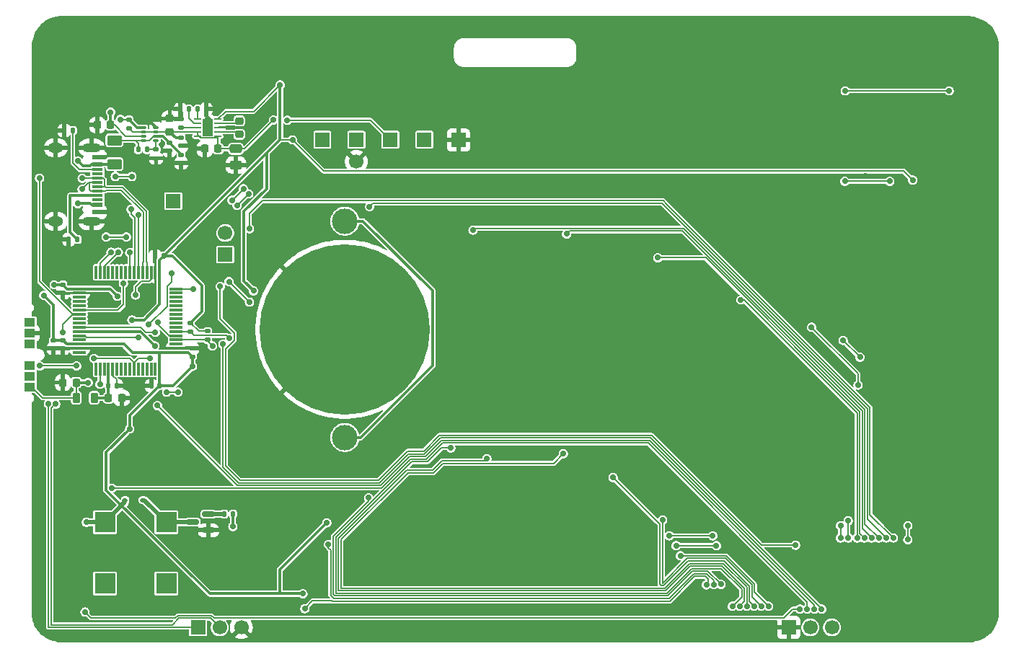
<source format=gbr>
%TF.GenerationSoftware,KiCad,Pcbnew,9.0.6*%
%TF.CreationDate,2026-01-26T23:14:37+09:00*%
%TF.ProjectId,bokaka,626f6b61-6b61-42e6-9b69-6361645f7063,rev?*%
%TF.SameCoordinates,Original*%
%TF.FileFunction,Copper,L2,Bot*%
%TF.FilePolarity,Positive*%
%FSLAX46Y46*%
G04 Gerber Fmt 4.6, Leading zero omitted, Abs format (unit mm)*
G04 Created by KiCad (PCBNEW 9.0.6) date 2026-01-26 23:14:37*
%MOMM*%
%LPD*%
G01*
G04 APERTURE LIST*
G04 Aperture macros list*
%AMRoundRect*
0 Rectangle with rounded corners*
0 $1 Rounding radius*
0 $2 $3 $4 $5 $6 $7 $8 $9 X,Y pos of 4 corners*
0 Add a 4 corners polygon primitive as box body*
4,1,4,$2,$3,$4,$5,$6,$7,$8,$9,$2,$3,0*
0 Add four circle primitives for the rounded corners*
1,1,$1+$1,$2,$3*
1,1,$1+$1,$4,$5*
1,1,$1+$1,$6,$7*
1,1,$1+$1,$8,$9*
0 Add four rect primitives between the rounded corners*
20,1,$1+$1,$2,$3,$4,$5,0*
20,1,$1+$1,$4,$5,$6,$7,0*
20,1,$1+$1,$6,$7,$8,$9,0*
20,1,$1+$1,$8,$9,$2,$3,0*%
G04 Aperture macros list end*
%TA.AperFunction,ComponentPad*%
%ADD10R,1.700000X1.700000*%
%TD*%
%TA.AperFunction,ComponentPad*%
%ADD11C,1.700000*%
%TD*%
%TA.AperFunction,SMDPad,CuDef*%
%ADD12RoundRect,0.218750X0.218750X0.381250X-0.218750X0.381250X-0.218750X-0.381250X0.218750X-0.381250X0*%
%TD*%
%TA.AperFunction,SMDPad,CuDef*%
%ADD13RoundRect,0.135000X0.135000X0.185000X-0.135000X0.185000X-0.135000X-0.185000X0.135000X-0.185000X0*%
%TD*%
%TA.AperFunction,SMDPad,CuDef*%
%ADD14RoundRect,0.135000X-0.135000X-0.185000X0.135000X-0.185000X0.135000X0.185000X-0.135000X0.185000X0*%
%TD*%
%TA.AperFunction,SMDPad,CuDef*%
%ADD15RoundRect,0.140000X-0.170000X0.140000X-0.170000X-0.140000X0.170000X-0.140000X0.170000X0.140000X0*%
%TD*%
%TA.AperFunction,SMDPad,CuDef*%
%ADD16RoundRect,0.218750X0.256250X-0.218750X0.256250X0.218750X-0.256250X0.218750X-0.256250X-0.218750X0*%
%TD*%
%TA.AperFunction,SMDPad,CuDef*%
%ADD17RoundRect,0.135000X-0.185000X0.135000X-0.185000X-0.135000X0.185000X-0.135000X0.185000X0.135000X0*%
%TD*%
%TA.AperFunction,SMDPad,CuDef*%
%ADD18RoundRect,0.140000X0.170000X-0.140000X0.170000X0.140000X-0.170000X0.140000X-0.170000X-0.140000X0*%
%TD*%
%TA.AperFunction,SMDPad,CuDef*%
%ADD19RoundRect,0.140000X-0.140000X-0.170000X0.140000X-0.170000X0.140000X0.170000X-0.140000X0.170000X0*%
%TD*%
%TA.AperFunction,ComponentPad*%
%ADD20C,1.016000*%
%TD*%
%TA.AperFunction,SMDPad,CuDef*%
%ADD21R,1.270000X1.016000*%
%TD*%
%TA.AperFunction,SMDPad,CuDef*%
%ADD22RoundRect,0.050000X0.285000X0.100000X-0.285000X0.100000X-0.285000X-0.100000X0.285000X-0.100000X0*%
%TD*%
%TA.AperFunction,SMDPad,CuDef*%
%ADD23RoundRect,0.140000X0.140000X0.170000X-0.140000X0.170000X-0.140000X-0.170000X0.140000X-0.170000X0*%
%TD*%
%TA.AperFunction,ComponentPad*%
%ADD24O,1.800000X1.200000*%
%TD*%
%TA.AperFunction,ComponentPad*%
%ADD25O,2.100000X1.100000*%
%TD*%
%TA.AperFunction,SMDPad,CuDef*%
%ADD26R,1.300000X0.600000*%
%TD*%
%TA.AperFunction,SMDPad,CuDef*%
%ADD27R,1.300000X0.300000*%
%TD*%
%TA.AperFunction,SMDPad,CuDef*%
%ADD28RoundRect,0.225000X0.225000X0.250000X-0.225000X0.250000X-0.225000X-0.250000X0.225000X-0.250000X0*%
%TD*%
%TA.AperFunction,SMDPad,CuDef*%
%ADD29RoundRect,0.225000X0.250000X-0.225000X0.250000X0.225000X-0.250000X0.225000X-0.250000X-0.225000X0*%
%TD*%
%TA.AperFunction,SMDPad,CuDef*%
%ADD30RoundRect,0.062500X-0.350000X-0.062500X0.350000X-0.062500X0.350000X0.062500X-0.350000X0.062500X0*%
%TD*%
%TA.AperFunction,HeatsinkPad*%
%ADD31C,0.500000*%
%TD*%
%TA.AperFunction,HeatsinkPad*%
%ADD32R,1.200000X2.000000*%
%TD*%
%TA.AperFunction,SMDPad,CuDef*%
%ADD33RoundRect,0.250000X-0.475000X0.250000X-0.475000X-0.250000X0.475000X-0.250000X0.475000X0.250000X0*%
%TD*%
%TA.AperFunction,SMDPad,CuDef*%
%ADD34RoundRect,0.225000X-0.225000X-0.250000X0.225000X-0.250000X0.225000X0.250000X-0.225000X0.250000X0*%
%TD*%
%TA.AperFunction,SMDPad,CuDef*%
%ADD35RoundRect,0.150000X0.587500X0.150000X-0.587500X0.150000X-0.587500X-0.150000X0.587500X-0.150000X0*%
%TD*%
%TA.AperFunction,SMDPad,CuDef*%
%ADD36RoundRect,0.112500X-0.187500X-0.112500X0.187500X-0.112500X0.187500X0.112500X-0.187500X0.112500X0*%
%TD*%
%TA.AperFunction,SMDPad,CuDef*%
%ADD37R,2.400000X2.400000*%
%TD*%
%TA.AperFunction,SMDPad,CuDef*%
%ADD38RoundRect,0.250000X0.625000X-0.375000X0.625000X0.375000X-0.625000X0.375000X-0.625000X-0.375000X0*%
%TD*%
%TA.AperFunction,SMDPad,CuDef*%
%ADD39RoundRect,0.075000X0.075000X-0.700000X0.075000X0.700000X-0.075000X0.700000X-0.075000X-0.700000X0*%
%TD*%
%TA.AperFunction,SMDPad,CuDef*%
%ADD40RoundRect,0.075000X0.700000X-0.075000X0.700000X0.075000X-0.700000X0.075000X-0.700000X-0.075000X0*%
%TD*%
%TA.AperFunction,ComponentPad*%
%ADD41C,3.000000*%
%TD*%
%TA.AperFunction,SMDPad,CuDef*%
%ADD42C,20.000000*%
%TD*%
%TA.AperFunction,ViaPad*%
%ADD43C,0.700000*%
%TD*%
%TA.AperFunction,Conductor*%
%ADD44C,0.150000*%
%TD*%
%TA.AperFunction,Conductor*%
%ADD45C,0.300000*%
%TD*%
%TA.AperFunction,Conductor*%
%ADD46C,0.500000*%
%TD*%
%TA.AperFunction,Conductor*%
%ADD47C,0.127000*%
%TD*%
G04 APERTURE END LIST*
D10*
%TO.P,UART,1,Pin_1*%
%TO.N,/Connectors/UART_RX*%
X112950000Y-78225000D03*
D11*
%TO.P,UART,2,Pin_2*%
%TO.N,/Connectors/UART_TX*%
X112950000Y-75685000D03*
%TD*%
D10*
%TO.P,GND,1,1*%
%TO.N,GND*%
X140357500Y-64780000D03*
%TD*%
%TO.P,3V3,1,Pin_1*%
%TO.N,+3V3*%
X128350000Y-64750000D03*
D11*
%TO.P,3V3,2,Pin_2*%
%TO.N,GND*%
X128350000Y-67290000D03*
%TD*%
D10*
%TO.P,VSYS,1,1*%
%TO.N,/Power Supply/VSYS*%
X132342500Y-64750000D03*
%TD*%
%TO.P,BATT,1,1*%
%TO.N,+BATT*%
X136335000Y-64750000D03*
%TD*%
%TO.P,3V3,1,1*%
%TO.N,+3V3*%
X124357500Y-64750000D03*
%TD*%
%TO.P,USB_DETECT,1,1*%
%TO.N,/Microcontroller/USB_DETECT*%
X106850000Y-71950000D03*
%TD*%
%TO.P,J6,1,Pin_1*%
%TO.N,/Connectors/TAP_DETECT*%
X109760000Y-122000000D03*
D11*
%TO.P,J6,2,Pin_2*%
%TO.N,/Connectors/TAP_DATA*%
X112300000Y-122000000D03*
%TO.P,J6,3,Pin_3*%
%TO.N,GND*%
X114840000Y-122000000D03*
%TD*%
D10*
%TO.P,J5,1,Pin_1*%
%TO.N,GND*%
X179110000Y-122000000D03*
D11*
%TO.P,J5,2,Pin_2*%
%TO.N,/Connectors/TAP_DATA*%
X181650000Y-122000000D03*
%TO.P,J5,3,Pin_3*%
%TO.N,/Connectors/TAP_DETECT*%
X184190000Y-122000000D03*
%TD*%
D12*
%TO.P,FB1,1*%
%TO.N,+3.3VA*%
X97575000Y-95050000D03*
%TO.P,FB1,2*%
%TO.N,+3V3*%
X95450000Y-95050000D03*
%TD*%
D13*
%TO.P,R13,1*%
%TO.N,GND*%
X110710000Y-61150000D03*
%TO.P,R13,2*%
%TO.N,Net-(U5-CFG3)*%
X109690000Y-61150000D03*
%TD*%
D14*
%TO.P,R12,1*%
%TO.N,GND*%
X107690000Y-61150000D03*
%TO.P,R12,2*%
%TO.N,Net-(U5-CFG2)*%
X108710000Y-61150000D03*
%TD*%
D15*
%TO.P,C19,1*%
%TO.N,+5V*%
X107800000Y-66520000D03*
%TO.P,C19,2*%
%TO.N,GND*%
X107800000Y-67480000D03*
%TD*%
D16*
%TO.P,L1,1,1*%
%TO.N,Net-(U5-LX1)*%
X114600000Y-64096500D03*
%TO.P,L1,2,2*%
%TO.N,Net-(U5-LX2)*%
X114600000Y-62521500D03*
%TD*%
D17*
%TO.P,R14,1*%
%TO.N,+3V3*%
X108850000Y-86230000D03*
%TO.P,R14,2*%
%TO.N,/Microcontroller/I2C_SDA*%
X108850000Y-87250000D03*
%TD*%
%TO.P,R9,1*%
%TO.N,Net-(U6-PR1)*%
X104840000Y-65900000D03*
%TO.P,R9,2*%
%TO.N,GND*%
X104840000Y-66920000D03*
%TD*%
D15*
%TO.P,C16,1*%
%TO.N,/Power Supply/VSYS*%
X107800000Y-64500000D03*
%TO.P,C16,2*%
%TO.N,GND*%
X107800000Y-65460000D03*
%TD*%
%TO.P,C8,1*%
%TO.N,+3V3*%
X92800000Y-88290000D03*
%TO.P,C8,2*%
%TO.N,GND*%
X92800000Y-89250000D03*
%TD*%
D18*
%TO.P,C5,1*%
%TO.N,+3V3*%
X109100000Y-90210000D03*
%TO.P,C5,2*%
%TO.N,GND*%
X109100000Y-89250000D03*
%TD*%
D19*
%TO.P,C9,1*%
%TO.N,+3.3VA*%
X99250000Y-93600000D03*
%TO.P,C9,2*%
%TO.N,GND*%
X100210000Y-93600000D03*
%TD*%
D15*
%TO.P,C4,1*%
%TO.N,+3V3*%
X93900000Y-81770000D03*
%TO.P,C4,2*%
%TO.N,GND*%
X93900000Y-82730000D03*
%TD*%
D17*
%TO.P,R15,1*%
%TO.N,+3V3*%
X110900000Y-87230000D03*
%TO.P,R15,2*%
%TO.N,/Microcontroller/I2C_SCL*%
X110900000Y-88250000D03*
%TD*%
D20*
%TO.P,J3,1,VCC*%
%TO.N,+3V3*%
X90009400Y-93810000D03*
D21*
X90009400Y-93810000D03*
D20*
%TO.P,J3,2,SWDIO*%
%TO.N,/Connectors/SWD_SWDIO*%
X90009400Y-92540000D03*
D21*
X90009400Y-92540000D03*
D20*
%TO.P,J3,3,~{RESET}*%
%TO.N,/Connectors/~{RESET}*%
X90009400Y-91270000D03*
D21*
X90009400Y-91270000D03*
D20*
%TO.P,J3,4,SWCLK*%
%TO.N,/Connectors/SWD_SWCLK*%
X90009400Y-88730000D03*
D21*
X90009400Y-88730000D03*
D20*
%TO.P,J3,5,GND*%
%TO.N,GND*%
X90009400Y-87460000D03*
D21*
X90009400Y-87460000D03*
D20*
%TO.P,J3,6,SWO*%
%TO.N,unconnected-(J3-SWO-Pad6)_2*%
X90009400Y-86190000D03*
D21*
%TO.N,unconnected-(J3-SWO-Pad6)_1*%
X90009400Y-86190000D03*
%TD*%
D22*
%TO.P,U6,1,GND*%
%TO.N,GND*%
X104840000Y-63309000D03*
%TO.P,U6,2,VOUT*%
%TO.N,/Power Supply/VSYS*%
X104840000Y-63809000D03*
%TO.P,U6,3,VIN1*%
%TO.N,+5V*%
X104840000Y-64309000D03*
%TO.P,U6,4,PR1*%
%TO.N,Net-(U6-PR1)*%
X104840000Y-64809000D03*
%TO.P,U6,5,MODE*%
%TO.N,+5V*%
X103360000Y-64809000D03*
%TO.P,U6,6,VIN2*%
%TO.N,+BATT*%
X103360000Y-64309000D03*
%TO.P,U6,7,VOUT*%
%TO.N,/Power Supply/VSYS*%
X103360000Y-63809000D03*
%TO.P,U6,8,ST*%
%TO.N,/Microcontroller/USB_DETECT*%
X103360000Y-63309000D03*
%TD*%
D23*
%TO.P,C7,1*%
%TO.N,+3V3*%
X105250000Y-93600000D03*
%TO.P,C7,2*%
%TO.N,GND*%
X104290000Y-93600000D03*
%TD*%
D13*
%TO.P,R1,1*%
%TO.N,Net-(USBC1-CC2)*%
X95074000Y-63650000D03*
%TO.P,R1,2*%
%TO.N,GND*%
X94054000Y-63650000D03*
%TD*%
D24*
%TO.P,USBC1,0,0*%
%TO.N,GND*%
X93062250Y-74325000D03*
D25*
X97262250Y-74325000D03*
D24*
X93062250Y-65675000D03*
D25*
X97262250Y-65675000D03*
D26*
%TO.P,USBC1,A1,GND*%
X97912250Y-73209000D03*
%TO.P,USBC1,A4,VBUS*%
%TO.N,Net-(F1-Pad1)*%
X97912250Y-72409000D03*
D27*
%TO.P,USBC1,A5,CC1*%
%TO.N,Net-(USBC1-CC1)*%
X97912250Y-71259000D03*
%TO.P,USBC1,A6,DP1*%
%TO.N,/Connectors/USB_D+*%
X97912250Y-70259000D03*
%TO.P,USBC1,A7,DN1*%
%TO.N,/Connectors/USB_D-*%
X97912250Y-69759000D03*
%TO.P,USBC1,A8,SBU1*%
%TO.N,unconnected-(USBC1-SBU1-PadA8)*%
X97913250Y-68759500D03*
D26*
%TO.P,USBC1,A9,VBUS*%
%TO.N,Net-(F1-Pad1)*%
X97912250Y-67609000D03*
%TO.P,USBC1,A12,GND*%
%TO.N,GND*%
X97912250Y-66809000D03*
D27*
%TO.P,USBC1,B5,CC2*%
%TO.N,Net-(USBC1-CC2)*%
X97912250Y-68259000D03*
%TO.P,USBC1,B6,DP2*%
%TO.N,/Connectors/USB_D+*%
X97912250Y-69259000D03*
%TO.P,USBC1,B7,DN2*%
%TO.N,/Connectors/USB_D-*%
X97912250Y-70759000D03*
%TO.P,USBC1,B8,SBU2*%
%TO.N,unconnected-(USBC1-SBU2-PadB8)*%
X97913250Y-71759000D03*
%TD*%
D28*
%TO.P,C17,1*%
%TO.N,+BATT*%
X99500000Y-63000000D03*
%TO.P,C17,2*%
%TO.N,GND*%
X97950000Y-63000000D03*
%TD*%
D29*
%TO.P,C15,1*%
%TO.N,/Power Supply/VSYS*%
X106450000Y-63809000D03*
%TO.P,C15,2*%
%TO.N,GND*%
X106450000Y-62259000D03*
%TD*%
D30*
%TO.P,U5,1,EN*%
%TO.N,/Power Supply/VSYS*%
X109687500Y-64309000D03*
%TO.P,U5,2,SEL*%
X109687500Y-63809000D03*
%TO.P,U5,3,CFG1*%
%TO.N,Net-(U5-CFG1)*%
X109687500Y-63309000D03*
%TO.P,U5,4,CFG2*%
%TO.N,Net-(U5-CFG2)*%
X109687500Y-62809000D03*
%TO.P,U5,5,CFG3*%
%TO.N,Net-(U5-CFG3)*%
X109687500Y-62309000D03*
%TO.P,U5,6,VOUT*%
%TO.N,+3V3*%
X112112500Y-62309000D03*
%TO.P,U5,7,LX2*%
%TO.N,Net-(U5-LX2)*%
X112112500Y-62809000D03*
%TO.P,U5,8,GND*%
%TO.N,GND*%
X112112500Y-63309000D03*
%TO.P,U5,9,LX1*%
%TO.N,Net-(U5-LX1)*%
X112112500Y-63809000D03*
%TO.P,U5,10,VIN*%
%TO.N,/Power Supply/VSYS*%
X112112500Y-64309000D03*
D31*
%TO.P,U5,11,GND*%
%TO.N,GND*%
X110550000Y-62559000D03*
X110550000Y-63309000D03*
X110550000Y-64059000D03*
D32*
X110900000Y-63309000D03*
D31*
X111250000Y-62559000D03*
X111250000Y-63309000D03*
X111250000Y-64059000D03*
%TD*%
D17*
%TO.P,R10,1*%
%TO.N,/Microcontroller/USB_DETECT*%
X101660000Y-62390000D03*
%TO.P,R10,2*%
%TO.N,/Power Supply/VSYS*%
X101660000Y-63410000D03*
%TD*%
D28*
%TO.P,C21,1*%
%TO.N,/Power Supply/VSYS*%
X112112500Y-65800000D03*
%TO.P,C21,2*%
%TO.N,GND*%
X110562500Y-65800000D03*
%TD*%
D33*
%TO.P,C1,1*%
%TO.N,/Power Supply/VSYS*%
X114200000Y-65800000D03*
%TO.P,C1,2*%
%TO.N,GND*%
X114200000Y-67700000D03*
%TD*%
D13*
%TO.P,R17,1*%
%TO.N,/Microcontroller/BUZZ_PWM*%
X113860000Y-108700000D03*
%TO.P,R17,2*%
%TO.N,Net-(Q1-B)*%
X112840000Y-108700000D03*
%TD*%
D34*
%TO.P,C10,1*%
%TO.N,+3.3VA*%
X99250000Y-95050000D03*
%TO.P,C10,2*%
%TO.N,GND*%
X100800000Y-95050000D03*
%TD*%
D14*
%TO.P,R5,1*%
%TO.N,GND*%
X94590000Y-76450000D03*
%TO.P,R5,2*%
%TO.N,Net-(USBC1-CC1)*%
X95610000Y-76450000D03*
%TD*%
D35*
%TO.P,Q1,1,B*%
%TO.N,Net-(Q1-B)*%
X110987500Y-108700000D03*
%TO.P,Q1,2,E*%
%TO.N,GND*%
X110987500Y-110600000D03*
%TO.P,Q1,3,C*%
%TO.N,Net-(D40-A)*%
X109112500Y-109650000D03*
%TD*%
D28*
%TO.P,C11,1*%
%TO.N,+3V3*%
X95450000Y-93250000D03*
%TO.P,C11,2*%
%TO.N,GND*%
X93900000Y-93250000D03*
%TD*%
D36*
%TO.P,D40,1,K*%
%TO.N,+3V3*%
X101200000Y-107050000D03*
%TO.P,D40,2,A*%
%TO.N,Net-(D40-A)*%
X103300000Y-107050000D03*
%TD*%
D23*
%TO.P,C6,1*%
%TO.N,+3V3*%
X105710000Y-78400000D03*
%TO.P,C6,2*%
%TO.N,GND*%
X104750000Y-78400000D03*
%TD*%
D37*
%TO.P,BUZZER,1,+*%
%TO.N,+3V3*%
X98850000Y-109650000D03*
%TO.P,BUZZER,2,2*%
%TO.N,Net-(D40-A)*%
X106050000Y-109650000D03*
%TO.P,BUZZER,3,3*%
%TO.N,unconnected-(BUZZER1-Pad3)*%
X106049500Y-116849500D03*
%TO.P,BUZZER,4,4*%
%TO.N,unconnected-(BUZZER1-Pad4)*%
X98850000Y-116850000D03*
%TD*%
D15*
%TO.P,C3,1*%
%TO.N,+3V3*%
X93900000Y-88290000D03*
%TO.P,C3,2*%
%TO.N,GND*%
X93900000Y-89250000D03*
%TD*%
D38*
%TO.P,F1,1*%
%TO.N,Net-(F1-Pad1)*%
X99950000Y-67609000D03*
%TO.P,F1,2*%
%TO.N,+5V*%
X99950000Y-64809000D03*
%TD*%
D17*
%TO.P,R11,1*%
%TO.N,GND*%
X107800000Y-62289000D03*
%TO.P,R11,2*%
%TO.N,Net-(U5-CFG1)*%
X107800000Y-63309000D03*
%TD*%
D15*
%TO.P,C20,1*%
%TO.N,+5V*%
X106400000Y-65070000D03*
%TO.P,C20,2*%
%TO.N,GND*%
X106400000Y-66030000D03*
%TD*%
D14*
%TO.P,R8,1*%
%TO.N,+5V*%
X102740000Y-65900000D03*
%TO.P,R8,2*%
%TO.N,Net-(U6-PR1)*%
X103760000Y-65900000D03*
%TD*%
D39*
%TO.P,U2,1,VLCD*%
%TO.N,+3V3*%
X105250000Y-91675000D03*
%TO.P,U2,2,PC13*%
%TO.N,unconnected-(U2-PC13-Pad2)*%
X104750000Y-91675000D03*
%TO.P,U2,3,PC14*%
%TO.N,unconnected-(U2-PC14-Pad3)*%
X104250000Y-91675000D03*
%TO.P,U2,4,PC15*%
%TO.N,unconnected-(U2-PC15-Pad4)*%
X103750000Y-91675000D03*
%TO.P,U2,5,PH0*%
%TO.N,unconnected-(U2-PH0-Pad5)*%
X103250000Y-91675000D03*
%TO.P,U2,6,PH1*%
%TO.N,unconnected-(U2-PH1-Pad6)*%
X102750000Y-91675000D03*
%TO.P,U2,7,NRST*%
%TO.N,/Connectors/~{RESET}*%
X102250000Y-91675000D03*
%TO.P,U2,8,PC0*%
%TO.N,unconnected-(U2-PC0-Pad8)*%
X101750000Y-91675000D03*
%TO.P,U2,9,PC1*%
%TO.N,unconnected-(U2-PC1-Pad9)*%
X101250000Y-91675000D03*
%TO.P,U2,10,PC2*%
%TO.N,unconnected-(U2-PC2-Pad10)*%
X100750000Y-91675000D03*
%TO.P,U2,11,PC3*%
%TO.N,unconnected-(U2-PC3-Pad11)*%
X100250000Y-91675000D03*
%TO.P,U2,12,VSSA*%
%TO.N,GND*%
X99750000Y-91675000D03*
%TO.P,U2,13,VDDA*%
%TO.N,+3.3VA*%
X99250000Y-91675000D03*
%TO.P,U2,14,PA0*%
%TO.N,unconnected-(U2-PA0-Pad14)*%
X98750000Y-91675000D03*
%TO.P,U2,15,PA1*%
%TO.N,/Connectors/TAP_DETECT*%
X98250000Y-91675000D03*
%TO.P,U2,16,PA2*%
%TO.N,unconnected-(U2-PA2-Pad16)*%
X97750000Y-91675000D03*
D40*
%TO.P,U2,17,PA3*%
%TO.N,unconnected-(U2-PA3-Pad17)*%
X95825000Y-89750000D03*
%TO.P,U2,18,VSS*%
%TO.N,GND*%
X95825000Y-89250000D03*
%TO.P,U2,19,VDD*%
%TO.N,+3V3*%
X95825000Y-88750000D03*
%TO.P,U2,20,PA4*%
%TO.N,unconnected-(U2-PA4-Pad20)*%
X95825000Y-88250000D03*
%TO.P,U2,21,PA5*%
%TO.N,/Microcontroller/LED_USER*%
X95825000Y-87750000D03*
%TO.P,U2,22,PA6*%
%TO.N,/Microcontroller/BUZZ_PWM*%
X95825000Y-87250000D03*
%TO.P,U2,23,PA7*%
%TO.N,/Microcontroller/LED_EN*%
X95825000Y-86750000D03*
%TO.P,U2,24,PC4*%
%TO.N,unconnected-(U2-PC4-Pad24)*%
X95825000Y-86250000D03*
%TO.P,U2,25,PC5*%
%TO.N,unconnected-(U2-PC5-Pad25)*%
X95825000Y-85750000D03*
%TO.P,U2,26,PB0*%
%TO.N,/Connectors/TAP_DATA*%
X95825000Y-85250000D03*
%TO.P,U2,27,PB1*%
%TO.N,/Microcontroller/LED_DEBUG*%
X95825000Y-84750000D03*
%TO.P,U2,28,PB2*%
%TO.N,unconnected-(U2-PB2-Pad28)*%
X95825000Y-84250000D03*
%TO.P,U2,29,PB10*%
%TO.N,unconnected-(U2-PB10-Pad29)*%
X95825000Y-83750000D03*
%TO.P,U2,30,PB11*%
%TO.N,unconnected-(U2-PB11-Pad30)*%
X95825000Y-83250000D03*
%TO.P,U2,31,VSS*%
%TO.N,GND*%
X95825000Y-82750000D03*
%TO.P,U2,32,VDD*%
%TO.N,+3V3*%
X95825000Y-82250000D03*
D39*
%TO.P,U2,33,PB12*%
%TO.N,unconnected-(U2-PB12-Pad33)*%
X97750000Y-80325000D03*
%TO.P,U2,34,PB13*%
%TO.N,/Microcontroller/USR_BTN0*%
X98250000Y-80325000D03*
%TO.P,U2,35,PB14*%
%TO.N,/Microcontroller/USR_BTN1*%
X98750000Y-80325000D03*
%TO.P,U2,36,PB15*%
%TO.N,unconnected-(U2-PB15-Pad36)*%
X99250000Y-80325000D03*
%TO.P,U2,37,PC6*%
%TO.N,unconnected-(U2-PC6-Pad37)*%
X99750000Y-80325000D03*
%TO.P,U2,38,PC7*%
%TO.N,unconnected-(U2-PC7-Pad38)*%
X100250000Y-80325000D03*
%TO.P,U2,39,PC8*%
%TO.N,unconnected-(U2-PC8-Pad39)*%
X100750000Y-80325000D03*
%TO.P,U2,40,PC9*%
%TO.N,unconnected-(U2-PC9-Pad40)*%
X101250000Y-80325000D03*
%TO.P,U2,41,PA8*%
%TO.N,/Microcontroller/USB_DETECT*%
X101750000Y-80325000D03*
%TO.P,U2,42,PA9*%
%TO.N,/Connectors/UART_TX*%
X102250000Y-80325000D03*
%TO.P,U2,43,PA10*%
%TO.N,/Connectors/UART_RX*%
X102750000Y-80325000D03*
%TO.P,U2,44,USB_DM*%
%TO.N,/Connectors/USB_D-*%
X103250000Y-80325000D03*
%TO.P,U2,45,USB_DP*%
%TO.N,/Connectors/USB_D+*%
X103750000Y-80325000D03*
%TO.P,U2,46,PA13*%
%TO.N,/Connectors/SWD_SWDIO*%
X104250000Y-80325000D03*
%TO.P,U2,47,VSS*%
%TO.N,GND*%
X104750000Y-80325000D03*
%TO.P,U2,48,VDD_USB*%
%TO.N,+3V3*%
X105250000Y-80325000D03*
D40*
%TO.P,U2,49,PA14*%
%TO.N,/Connectors/SWD_SWCLK*%
X107175000Y-82250000D03*
%TO.P,U2,50,PA15*%
%TO.N,unconnected-(U2-PA15-Pad50)*%
X107175000Y-82750000D03*
%TO.P,U2,51,PC10*%
%TO.N,unconnected-(U2-PC10-Pad51)*%
X107175000Y-83250000D03*
%TO.P,U2,52,PC11*%
%TO.N,unconnected-(U2-PC11-Pad52)*%
X107175000Y-83750000D03*
%TO.P,U2,53,PC12*%
%TO.N,unconnected-(U2-PC12-Pad53)*%
X107175000Y-84250000D03*
%TO.P,U2,54,PD2*%
%TO.N,unconnected-(U2-PD2-Pad54)*%
X107175000Y-84750000D03*
%TO.P,U2,55,PB3*%
%TO.N,unconnected-(U2-PB3-Pad55)*%
X107175000Y-85250000D03*
%TO.P,U2,56,PB4*%
%TO.N,unconnected-(U2-PB4-Pad56)*%
X107175000Y-85750000D03*
%TO.P,U2,57,PB5*%
%TO.N,unconnected-(U2-PB5-Pad57)*%
X107175000Y-86250000D03*
%TO.P,U2,58,PB6*%
%TO.N,unconnected-(U2-PB6-Pad58)*%
X107175000Y-86750000D03*
%TO.P,U2,59,PB7*%
%TO.N,/Microcontroller/I2C_SDA*%
X107175000Y-87250000D03*
%TO.P,U2,60,BOOT0*%
%TO.N,/Microcontroller/~{BOOT_SEL}*%
X107175000Y-87750000D03*
%TO.P,U2,61,PB8*%
%TO.N,/Microcontroller/I2C_SCL*%
X107175000Y-88250000D03*
%TO.P,U2,62,PB9*%
%TO.N,unconnected-(U2-PB9-Pad62)*%
X107175000Y-88750000D03*
%TO.P,U2,63,VSS*%
%TO.N,GND*%
X107175000Y-89250000D03*
%TO.P,U2,64,VDD*%
%TO.N,+3V3*%
X107175000Y-89750000D03*
%TD*%
D41*
%TO.P,BT2,1,+*%
%TO.N,+BATT*%
X127000000Y-99700000D03*
X127000000Y-74300000D03*
D42*
%TO.P,BT2,2,-*%
%TO.N,GND*%
X127000000Y-87000000D03*
%TD*%
D43*
%TO.N,+BATT*%
X99500000Y-61500000D03*
%TO.N,GND*%
X169350000Y-108900000D03*
X111325000Y-85825000D03*
X178550000Y-90150000D03*
X118175000Y-75325000D03*
X191100000Y-65700000D03*
X99900000Y-66200000D03*
X188100000Y-61800000D03*
X129200000Y-115300000D03*
X189950000Y-52200000D03*
X124450000Y-122400000D03*
X177400000Y-96375000D03*
X171650000Y-110500000D03*
X172850000Y-117750000D03*
X103700000Y-83025000D03*
X190850000Y-109300000D03*
X167350000Y-122400000D03*
X178350000Y-119400000D03*
X180200000Y-92500000D03*
X110600000Y-93050000D03*
X118300000Y-60900000D03*
X162950000Y-115400000D03*
X127700000Y-115350000D03*
X184050000Y-109950000D03*
X97450000Y-85750000D03*
X171750000Y-112550000D03*
X116025000Y-78950000D03*
X100000000Y-73900000D03*
X188100000Y-76150000D03*
X101350000Y-69750000D03*
X188100000Y-54650000D03*
X188100000Y-69000000D03*
X97200000Y-84050000D03*
X162725000Y-80925000D03*
X171050000Y-99450000D03*
%TO.N,/Microcontroller/BUZZ_PWM*%
X104700000Y-88950000D03*
X113850000Y-110150000D03*
%TO.N,/Power Supply/VSYS*%
X120250000Y-62450000D03*
X118625000Y-62425000D03*
%TO.N,/Connectors/~{RESET}*%
X91200000Y-91300000D03*
X95500000Y-91300000D03*
X190975000Y-69625000D03*
X97551000Y-90413401D03*
X106075000Y-94375000D03*
X107400000Y-94375000D03*
X104125000Y-90400000D03*
X185700000Y-69625000D03*
%TO.N,+3V3*%
X109100000Y-91350000D03*
X181800000Y-86750000D03*
X124875000Y-109725000D03*
X100300000Y-83126000D03*
X119400000Y-58300000D03*
X92875000Y-81775000D03*
X122075000Y-118050000D03*
X187250000Y-93550000D03*
X116275000Y-82475000D03*
X102000000Y-85900000D03*
X120850000Y-64750000D03*
X193675000Y-69475000D03*
X91662500Y-83012500D03*
X96850000Y-93250000D03*
X101725000Y-98700000D03*
X96650000Y-109650000D03*
%TO.N,/Microcontroller/USR_BTN0*%
X99549997Y-77950000D03*
%TO.N,/Microcontroller/USR_BTN1*%
X100400000Y-77950000D03*
%TO.N,/Microcontroller/LED_USER*%
X102765380Y-87934620D03*
X114350000Y-72450000D03*
X115700000Y-71100000D03*
%TO.N,/Microcontroller/LED_DEBUG*%
X102000000Y-69050000D03*
X115098957Y-70498957D03*
X113748958Y-71848958D03*
X101000000Y-81600000D03*
X100050000Y-69050000D03*
%TO.N,/Peripherals/PROGRESS_LED_0*%
X122300000Y-119800000D03*
X169450000Y-117000000D03*
%TO.N,/Peripherals/PROGRESS_LED_1*%
X170300025Y-116956941D03*
X125075000Y-112250000D03*
%TO.N,/Peripherals/PROGRESS_LED_2*%
X171150000Y-116950000D03*
X129793413Y-106793413D03*
%TO.N,/Peripherals/PROGRESS_LED_3*%
X172499643Y-119525000D03*
X139450000Y-100924000D03*
%TO.N,/Peripherals/PROGRESS_LED_4*%
X173349646Y-119525000D03*
X143676000Y-102175000D03*
%TO.N,/Peripherals/PROGRESS_LED_5*%
X174199649Y-119525000D03*
X152650000Y-101600000D03*
%TO.N,/Peripherals/PROGRESS_LED_6*%
X158500000Y-104400000D03*
X175049652Y-119525000D03*
%TO.N,/Peripherals/PROGRESS_LED_7*%
X175899655Y-119525000D03*
X164306587Y-109393413D03*
%TO.N,/Peripherals/PROGRESS_LED_8*%
X176749658Y-119525000D03*
X166400000Y-113600000D03*
%TO.N,/Peripherals/DISC_LED_0*%
X180428362Y-119850000D03*
X96500000Y-120200000D03*
%TO.N,/Peripherals/DISC_LED_1*%
X181278365Y-119850000D03*
X99650000Y-105650000D03*
%TO.N,/Peripherals/DISC_LED_2*%
X182128368Y-119850000D03*
X105000000Y-95950000D03*
%TO.N,/Peripherals/DISC_LED_3*%
X182978371Y-119850000D03*
X112700000Y-88750000D03*
%TO.N,/Peripherals/DISC_LED_4*%
X115800000Y-75200000D03*
X191400015Y-111502000D03*
%TO.N,/Peripherals/DISC_LED_5*%
X190550012Y-111502000D03*
X129900000Y-72600000D03*
%TO.N,/Peripherals/DISC_LED_6*%
X142050000Y-75350000D03*
X189700009Y-111502000D03*
%TO.N,/Peripherals/DISC_LED_7*%
X153050000Y-75800000D03*
X188850006Y-111502000D03*
%TO.N,/Peripherals/DISC_LED_8*%
X163750000Y-78600000D03*
X188000003Y-111502000D03*
%TO.N,/Peripherals/DISC_LED_9*%
X173500000Y-83550000D03*
X187150000Y-111502000D03*
%TO.N,/Peripherals/DISC_LED_10*%
X185500000Y-88300000D03*
X186100000Y-109476000D03*
X187483621Y-90283621D03*
X186100000Y-111502000D03*
%TO.N,/Peripherals/DISC_LED_11*%
X185200000Y-110051000D03*
X185201587Y-111502000D03*
%TO.N,/Peripherals/DISC_LED_12*%
X193100000Y-111700000D03*
X193100000Y-110050000D03*
%TO.N,/Connectors/UART_TX*%
X101900000Y-72900000D03*
%TO.N,/Connectors/UART_RX*%
X102750000Y-73550000D03*
%TO.N,/Connectors/SWD_SWDIO*%
X102425000Y-82969087D03*
%TO.N,/Connectors/SWD_SWCLK*%
X109175000Y-82250000D03*
%TO.N,/Connectors/TAP_DETECT*%
X103950000Y-86475000D03*
X101350000Y-76150000D03*
X92193413Y-95743413D03*
X106700000Y-80400000D03*
X98974997Y-76150000D03*
X98250000Y-93450000D03*
%TO.N,/Connectors/TAP_DATA*%
X91150000Y-69250000D03*
X93900000Y-87400000D03*
X93050000Y-95775000D03*
%TO.N,/Microcontroller/~{BOOT_SEL}*%
X197950000Y-59000000D03*
X115800000Y-83800000D03*
X185750000Y-59000000D03*
X113400000Y-81400000D03*
X105085723Y-86210723D03*
%TO.N,/Microcontroller/USB_DETECT*%
X100650000Y-62350000D03*
X101750000Y-78000000D03*
%TO.N,/Microcontroller/LED_EN*%
X179919998Y-112350000D03*
X104750000Y-87359620D03*
X112375000Y-81975000D03*
%TO.N,/Connectors/USB_D+*%
X96159000Y-69259000D03*
%TO.N,/Connectors/USB_D-*%
X96150000Y-70550000D03*
%TO.N,Net-(F1-Pad1)*%
X95650000Y-67250000D03*
X95650000Y-72250000D03*
%TO.N,/Microcontroller/I2C_SDA*%
X170200000Y-111250000D03*
X165100000Y-111250000D03*
X113450000Y-88050000D03*
%TO.N,/Microcontroller/I2C_SCL*%
X111450000Y-88950000D03*
X170625000Y-112400000D03*
X165900000Y-112400000D03*
%TD*%
D44*
%TO.N,/Connectors/~{RESET}*%
X95500000Y-91300000D02*
X91200000Y-91300000D01*
D45*
%TO.N,+BATT*%
X137301000Y-82479680D02*
X137301000Y-91266814D01*
D44*
X99950000Y-63000000D02*
X101259000Y-64309000D01*
D45*
X127000000Y-74300000D02*
X129121320Y-74300000D01*
X99500000Y-61500000D02*
X99500000Y-63000000D01*
X137301000Y-91266814D02*
X128867814Y-99700000D01*
X129121320Y-74300000D02*
X137301000Y-82479680D01*
X128867814Y-99700000D02*
X127000000Y-99700000D01*
D44*
X101259000Y-64309000D02*
X103360000Y-64309000D01*
X99500000Y-63000000D02*
X99950000Y-63000000D01*
%TO.N,GND*%
X99750000Y-91675000D02*
X99750000Y-92449999D01*
X100210000Y-92909999D02*
X100210000Y-93600000D01*
X99750000Y-92449999D02*
X100210000Y-92909999D01*
D45*
%TO.N,/Microcontroller/BUZZ_PWM*%
X113850000Y-110150000D02*
X113850000Y-108710000D01*
X104700000Y-88950000D02*
X103000000Y-87250000D01*
X103000000Y-87250000D02*
X95825000Y-87250000D01*
X113850000Y-108710000D02*
X113860000Y-108700000D01*
%TO.N,/Power Supply/VSYS*%
X107800000Y-64500000D02*
X107141000Y-64500000D01*
D44*
X109687500Y-64148500D02*
X110074000Y-64535000D01*
X112112500Y-65800000D02*
X114200000Y-65800000D01*
X102059000Y-63809000D02*
X106450000Y-63809000D01*
X106450000Y-63809000D02*
X109687500Y-63809000D01*
X112112500Y-64309000D02*
X112112500Y-65800000D01*
X101660000Y-63410000D02*
X102059000Y-63809000D01*
X115250000Y-65800000D02*
X114200000Y-65800000D01*
X111886500Y-64535000D02*
X112112500Y-64309000D01*
D45*
X107141000Y-64500000D02*
X106450000Y-63809000D01*
D44*
X109687500Y-63809000D02*
X109687500Y-64148500D01*
X120250000Y-62450000D02*
X130042500Y-62450000D01*
X130042500Y-62450000D02*
X132342500Y-64750000D01*
X110074000Y-64535000D02*
X111886500Y-64535000D01*
X118625000Y-62425000D02*
X115250000Y-65800000D01*
%TO.N,/Connectors/~{RESET}*%
X102250000Y-90900001D02*
X102750001Y-90400000D01*
X190975000Y-69625000D02*
X185700000Y-69625000D01*
X102250000Y-91675000D02*
X102250000Y-90900001D01*
X101763400Y-90413401D02*
X97551000Y-90413401D01*
X106075000Y-94375000D02*
X107400000Y-94375000D01*
X102250000Y-90900001D02*
X101763400Y-90413401D01*
X102750001Y-90400000D02*
X104125000Y-90400000D01*
D45*
%TO.N,+3V3*%
X119400000Y-64710000D02*
X119400000Y-58300000D01*
X119350000Y-115250000D02*
X124875000Y-109725000D01*
X109100000Y-90210000D02*
X109100000Y-91350000D01*
X99424000Y-82250000D02*
X95825000Y-82250000D01*
D44*
X109850000Y-87230000D02*
X108850000Y-86230000D01*
X193675000Y-69475000D02*
X192624000Y-68424000D01*
D45*
X101050000Y-88750000D02*
X95825000Y-88750000D01*
X101725000Y-98700000D02*
X98999000Y-101426000D01*
D44*
X124524000Y-68424000D02*
X120850000Y-64750000D01*
X113000000Y-61421500D02*
X112112500Y-62309000D01*
D45*
X96850000Y-93250000D02*
X95450000Y-93250000D01*
X105250000Y-93600000D02*
X106850000Y-93600000D01*
X105710000Y-78400000D02*
X106725000Y-78400000D01*
X94380000Y-82250000D02*
X93900000Y-81770000D01*
D44*
X95450000Y-93250000D02*
X95450000Y-95050000D01*
D45*
X102000000Y-85900000D02*
X103450000Y-85900000D01*
X94360000Y-88750000D02*
X93900000Y-88290000D01*
D44*
X110900000Y-87230000D02*
X109850000Y-87230000D01*
D45*
X108640000Y-89750000D02*
X109100000Y-90210000D01*
X95825000Y-82250000D02*
X94380000Y-82250000D01*
X105250000Y-78860000D02*
X105710000Y-78400000D01*
X117805000Y-66305000D02*
X117805000Y-70474346D01*
X106725000Y-78400000D02*
X110200000Y-81875000D01*
X106850000Y-93600000D02*
X109100000Y-91350000D01*
X115149000Y-73130346D02*
X115149000Y-81349000D01*
X98999000Y-105919654D02*
X111129346Y-118050000D01*
X93895000Y-81775000D02*
X93900000Y-81770000D01*
X91662500Y-83012500D02*
X92800000Y-84150000D01*
D44*
X187250000Y-93550000D02*
X187250000Y-92200000D01*
D45*
X93900000Y-88290000D02*
X92800000Y-88290000D01*
X101725000Y-97125000D02*
X105250000Y-93600000D01*
X117805000Y-70474346D02*
X115149000Y-73130346D01*
X107175000Y-89750000D02*
X102050000Y-89750000D01*
X110200000Y-84880000D02*
X108850000Y-86230000D01*
X105250000Y-84100000D02*
X105250000Y-80325000D01*
D44*
X187250000Y-92200000D02*
X181800000Y-86750000D01*
X95450000Y-95050000D02*
X91516000Y-95050000D01*
D45*
X117805000Y-66305000D02*
X119360000Y-64750000D01*
D46*
X101200000Y-107300000D02*
X98850000Y-109650000D01*
D44*
X119400000Y-58300000D02*
X116278500Y-61421500D01*
D45*
X92800000Y-84150000D02*
X92800000Y-88290000D01*
X119350000Y-118050000D02*
X122075000Y-118050000D01*
D46*
X101200000Y-107050000D02*
X101200000Y-107300000D01*
D45*
X119350000Y-118050000D02*
X119350000Y-115250000D01*
D46*
X98850000Y-109650000D02*
X96650000Y-109650000D01*
D45*
X98999000Y-101426000D02*
X98999000Y-105919654D01*
X110200000Y-81875000D02*
X110200000Y-84880000D01*
X92875000Y-81775000D02*
X93895000Y-81775000D01*
X115149000Y-81349000D02*
X116275000Y-82475000D01*
D44*
X116278500Y-61421500D02*
X113000000Y-61421500D01*
D45*
X105250000Y-80325000D02*
X105250000Y-78860000D01*
X105710000Y-78400000D02*
X117805000Y-66305000D01*
X111129346Y-118050000D02*
X119350000Y-118050000D01*
X105250000Y-89800000D02*
X105250000Y-91675000D01*
X101725000Y-98700000D02*
X101725000Y-97125000D01*
X119360000Y-64750000D02*
X119400000Y-64710000D01*
D44*
X120850000Y-64750000D02*
X119360000Y-64750000D01*
D45*
X107175000Y-89750000D02*
X108640000Y-89750000D01*
X102050000Y-89750000D02*
X101050000Y-88750000D01*
D44*
X192624000Y-68424000D02*
X124524000Y-68424000D01*
D45*
X100300000Y-83126000D02*
X99424000Y-82250000D01*
X105250000Y-91675000D02*
X105250000Y-93600000D01*
D44*
X91516000Y-95050000D02*
X90276000Y-93810000D01*
D45*
X95825000Y-88750000D02*
X94360000Y-88750000D01*
X103450000Y-85900000D02*
X105250000Y-84100000D01*
%TO.N,+3.3VA*%
X99250000Y-95050000D02*
X97575000Y-95050000D01*
X99250000Y-93600000D02*
X99250000Y-95050000D01*
X99250000Y-91675000D02*
X99250000Y-93600000D01*
D44*
%TO.N,/Microcontroller/USR_BTN0*%
X98250000Y-80325000D02*
X98250000Y-79249997D01*
X98250000Y-79249997D02*
X99549997Y-77950000D01*
D45*
%TO.N,+5V*%
X105639000Y-64309000D02*
X104840000Y-64309000D01*
D44*
X102740000Y-65149000D02*
X102400000Y-64809000D01*
D45*
X107800000Y-66470000D02*
X106400000Y-65070000D01*
D44*
X104063292Y-64809000D02*
X104563292Y-64309000D01*
D45*
X106400000Y-65070000D02*
X105639000Y-64309000D01*
D44*
X104563292Y-64309000D02*
X104840000Y-64309000D01*
X102740000Y-65900000D02*
X102740000Y-65149000D01*
X99950000Y-64809000D02*
X104063292Y-64809000D01*
D45*
X107800000Y-66520000D02*
X107800000Y-66470000D01*
D44*
X102400000Y-64809000D02*
X99950000Y-64809000D01*
%TO.N,/Microcontroller/USR_BTN1*%
X98750000Y-79600000D02*
X100400000Y-77950000D01*
X98750000Y-80325000D02*
X98750000Y-79600000D01*
%TO.N,/Microcontroller/LED_USER*%
X115700000Y-71100000D02*
X114350000Y-72450000D01*
X102755760Y-87925000D02*
X102765380Y-87934620D01*
X96702758Y-87925000D02*
X102755760Y-87925000D01*
X96651758Y-87874000D02*
X96702758Y-87925000D01*
X95825000Y-87750000D02*
X95949000Y-87874000D01*
X95949000Y-87874000D02*
X96651758Y-87874000D01*
%TO.N,/Microcontroller/LED_DEBUG*%
X113850000Y-71747916D02*
X113850000Y-71747914D01*
X113748958Y-71848958D02*
X113850000Y-71747916D01*
X100350000Y-84750000D02*
X101000000Y-84100000D01*
X101000000Y-84100000D02*
X101000000Y-81600000D01*
X113850000Y-71747914D02*
X115098957Y-70498957D01*
X95825000Y-84750000D02*
X100350000Y-84750000D01*
X100050000Y-69050000D02*
X102000000Y-69050000D01*
%TO.N,/Peripherals/PROGRESS_LED_0*%
X123200000Y-118900000D02*
X122300000Y-119800000D01*
X169650000Y-116301356D02*
X169356644Y-116008000D01*
X169356644Y-116008000D02*
X168071746Y-116008000D01*
X168071746Y-116008000D02*
X165172746Y-118907000D01*
X169450000Y-117000000D02*
X169650000Y-116800000D01*
X165172746Y-118907000D02*
X125576966Y-118907000D01*
X169650000Y-116800000D02*
X169650000Y-116301356D01*
X125576966Y-118907000D02*
X125569966Y-118900000D01*
X125569966Y-118900000D02*
X123200000Y-118900000D01*
%TO.N,/Peripherals/PROGRESS_LED_1*%
X165048068Y-118606000D02*
X125701644Y-118606000D01*
X125701644Y-118606000D02*
X125349000Y-118253356D01*
X167947068Y-115707000D02*
X165048068Y-118606000D01*
X170300025Y-116956941D02*
X170300025Y-116525703D01*
X125075000Y-112675000D02*
X125075000Y-112250000D01*
X169481322Y-115707000D02*
X167947068Y-115707000D01*
X170300025Y-116525703D02*
X169481322Y-115707000D01*
X125349000Y-118253356D02*
X125349000Y-112949000D01*
X125349000Y-112949000D02*
X125075000Y-112675000D01*
%TO.N,/Peripherals/PROGRESS_LED_2*%
X125650000Y-118128678D02*
X125650000Y-111324322D01*
X171150000Y-116950000D02*
X169606000Y-115406000D01*
X129793413Y-107180909D02*
X129793413Y-106793413D01*
X125650000Y-111324322D02*
X129793413Y-107180909D01*
X164923390Y-118305000D02*
X125826322Y-118305000D01*
X125826322Y-118305000D02*
X125650000Y-118128678D01*
X169606000Y-115406000D02*
X167822390Y-115406000D01*
X167822390Y-115406000D02*
X164923390Y-118305000D01*
%TO.N,/Peripherals/PROGRESS_LED_3*%
X125951000Y-118004000D02*
X164798712Y-118004000D01*
X173597649Y-118426994D02*
X172499643Y-119525000D01*
X136335867Y-102552000D02*
X134848000Y-102552000D01*
X173597649Y-117526039D02*
X173597649Y-118426994D01*
X167697712Y-115105000D02*
X171176610Y-115105000D01*
X134848000Y-102552000D02*
X125951000Y-111449000D01*
X136337867Y-102550000D02*
X136335867Y-102552000D01*
X171176610Y-115105000D02*
X173597649Y-117526039D01*
X139450000Y-100924000D02*
X138337489Y-100924000D01*
X136711489Y-102550000D02*
X136337867Y-102550000D01*
X138337489Y-100924000D02*
X136711489Y-102550000D01*
X125951000Y-111449000D02*
X125951000Y-118004000D01*
X164798712Y-118004000D02*
X167697712Y-115105000D01*
%TO.N,/Peripherals/PROGRESS_LED_4*%
X137275322Y-103549000D02*
X134276678Y-103549000D01*
X126252000Y-111573678D02*
X126252000Y-117703000D01*
X138375322Y-102449000D02*
X137275322Y-103549000D01*
X173898649Y-117401361D02*
X173898649Y-118975997D01*
X171301288Y-114804000D02*
X173898649Y-117401361D01*
X126252000Y-117703000D02*
X164674034Y-117703000D01*
X173898649Y-118975997D02*
X173349646Y-119525000D01*
X143676000Y-102175000D02*
X143402000Y-102449000D01*
X134276678Y-103549000D02*
X126252000Y-111573678D01*
X143402000Y-102449000D02*
X138375322Y-102449000D01*
X167573034Y-114804000D02*
X171301288Y-114804000D01*
X164674034Y-117703000D02*
X167573034Y-114804000D01*
%TO.N,/Peripherals/PROGRESS_LED_5*%
X137400000Y-103850000D02*
X134401356Y-103850000D01*
X134401356Y-103850000D02*
X126553000Y-111698356D01*
X152650000Y-101600000D02*
X151500000Y-102750000D01*
X126553000Y-117402000D02*
X164549356Y-117402000D01*
X151500000Y-102750000D02*
X138500000Y-102750000D01*
X174200000Y-119524649D02*
X174199649Y-119525000D01*
X167448356Y-114503000D02*
X171425966Y-114503000D01*
X138500000Y-102750000D02*
X137400000Y-103850000D01*
X126553000Y-111698356D02*
X126553000Y-117402000D01*
X164549356Y-117402000D02*
X167448356Y-114503000D01*
X174200000Y-117277034D02*
X174200000Y-119524649D01*
X171425966Y-114503000D02*
X174200000Y-117277034D01*
%TO.N,/Peripherals/PROGRESS_LED_6*%
X164424678Y-117101000D02*
X167323678Y-114202000D01*
X174501000Y-117152356D02*
X174501000Y-118976348D01*
X163999000Y-109900414D02*
X163999000Y-116924678D01*
X163999000Y-116924678D02*
X164175322Y-117101000D01*
X167323678Y-114202000D02*
X171550644Y-114202000D01*
X158500000Y-104400000D02*
X163730587Y-109630587D01*
X164175322Y-117101000D02*
X164424678Y-117101000D01*
X163730587Y-109630587D02*
X163730587Y-109632001D01*
X171550644Y-114202000D02*
X174501000Y-117152356D01*
X174501000Y-118976348D02*
X175049652Y-119525000D01*
X163730587Y-109632001D02*
X163999000Y-109900414D01*
%TO.N,/Peripherals/PROGRESS_LED_7*%
X174802000Y-117027678D02*
X174802000Y-118402000D01*
X175899655Y-119499655D02*
X175899655Y-119525000D01*
X167199000Y-113901000D02*
X171675322Y-113901000D01*
X174802000Y-118402000D02*
X175899655Y-119499655D01*
X164300000Y-109400000D02*
X164300000Y-116800000D01*
X164300000Y-116800000D02*
X167199000Y-113901000D01*
X171675322Y-113901000D02*
X174802000Y-117027678D01*
%TO.N,/Peripherals/PROGRESS_LED_8*%
X166400000Y-113600000D02*
X171800000Y-113600000D01*
X175103000Y-116903000D02*
X175103000Y-117878342D01*
X171800000Y-113600000D02*
X175103000Y-116903000D01*
X175103000Y-117878342D02*
X176749658Y-119525000D01*
%TO.N,/Peripherals/DISC_LED_0*%
X96500000Y-120200000D02*
X97200000Y-120900000D01*
X178530000Y-120900000D02*
X179580000Y-119850000D01*
X179580000Y-119850000D02*
X180428362Y-119850000D01*
X107401322Y-120623000D02*
X111348678Y-120623000D01*
X111348678Y-120623000D02*
X111625678Y-120900000D01*
X107124322Y-120900000D02*
X107401322Y-120623000D01*
X97200000Y-120900000D02*
X107124322Y-120900000D01*
X111625678Y-120900000D02*
X178530000Y-120900000D01*
%TO.N,/Peripherals/DISC_LED_1*%
X136211189Y-102251000D02*
X134723322Y-102251000D01*
X138486811Y-100349000D02*
X136586811Y-102249000D01*
X181278365Y-119850000D02*
X181278365Y-118988877D01*
X181278365Y-118988877D02*
X162638488Y-100349000D01*
X136586811Y-102249000D02*
X136213189Y-102249000D01*
X136213189Y-102249000D02*
X136211189Y-102251000D01*
X134723322Y-102251000D02*
X131324322Y-105650000D01*
X131324322Y-105650000D02*
X99650000Y-105650000D01*
X162638488Y-100349000D02*
X138486811Y-100349000D01*
%TO.N,/Peripherals/DISC_LED_2*%
X114399000Y-105349000D02*
X105000000Y-95950000D01*
X162763166Y-100048000D02*
X138362133Y-100048000D01*
X182114548Y-119399382D02*
X162763166Y-100048000D01*
X131199644Y-105349000D02*
X114399000Y-105349000D01*
X182128368Y-119850000D02*
X182114548Y-119836180D01*
X136086511Y-101950000D02*
X134598644Y-101950000D01*
X136462133Y-101948000D02*
X136088511Y-101948000D01*
X138362133Y-100048000D02*
X136462133Y-101948000D01*
X182114548Y-119836180D02*
X182114548Y-119399382D01*
X134598644Y-101950000D02*
X131199644Y-105349000D01*
X136088511Y-101948000D02*
X136086511Y-101950000D01*
%TO.N,/Peripherals/DISC_LED_3*%
X182927740Y-119786896D02*
X182927740Y-119799369D01*
X138237455Y-99747000D02*
X162887844Y-99747000D01*
X162887844Y-99747000D02*
X182927740Y-119786896D01*
X112687000Y-102937322D02*
X112687000Y-103186678D01*
X112687000Y-103186678D02*
X114548322Y-105048000D01*
X131074966Y-105048000D02*
X134473966Y-101649000D01*
X182927740Y-119799369D02*
X182978371Y-119850000D01*
X112700000Y-88750000D02*
X112700000Y-89188910D01*
X135963833Y-101647000D02*
X136337455Y-101647000D01*
X114548322Y-105048000D02*
X131074966Y-105048000D01*
X112687588Y-89201322D02*
X112687588Y-102936734D01*
X112700000Y-89188910D02*
X112687588Y-89201322D01*
X135961833Y-101649000D02*
X135963833Y-101647000D01*
X136337455Y-101647000D02*
X138237455Y-99747000D01*
X134473966Y-101649000D02*
X135961833Y-101649000D01*
X112687588Y-102936734D02*
X112687000Y-102937322D01*
%TO.N,/Peripherals/DISC_LED_4*%
X188655000Y-108756985D02*
X188655000Y-96187700D01*
X115800000Y-75200000D02*
X115800000Y-73400000D01*
X164375000Y-71900000D02*
X117300000Y-71900000D01*
X164775000Y-72300000D02*
X164375000Y-71900000D01*
X191400015Y-111502000D02*
X188655000Y-108756985D01*
X164775000Y-72307700D02*
X164775000Y-72300000D01*
X117300000Y-71900000D02*
X115800000Y-73400000D01*
X188655000Y-96187700D02*
X164775000Y-72307700D01*
%TO.N,/Peripherals/DISC_LED_5*%
X190550012Y-111501006D02*
X190550012Y-111502000D01*
X188354000Y-109304994D02*
X190550012Y-111501006D01*
X129900000Y-72600000D02*
X130299000Y-72201000D01*
X164242622Y-72201000D02*
X188354000Y-96312378D01*
X130299000Y-72201000D02*
X164242622Y-72201000D01*
X188354000Y-96312378D02*
X188354000Y-109304994D01*
%TO.N,/Peripherals/DISC_LED_6*%
X166765944Y-75150000D02*
X188053000Y-96437056D01*
X188053000Y-109854991D02*
X189700009Y-111502000D01*
X142250000Y-75150000D02*
X166765944Y-75150000D01*
X142050000Y-75350000D02*
X142250000Y-75150000D01*
X188053000Y-96437056D02*
X188053000Y-109854991D01*
%TO.N,/Peripherals/DISC_LED_7*%
X187752000Y-96561734D02*
X187752000Y-110403994D01*
X153399000Y-75451000D02*
X166641266Y-75451000D01*
X187752000Y-110403994D02*
X188850006Y-111502000D01*
X153050000Y-75800000D02*
X153399000Y-75451000D01*
X166641266Y-75451000D02*
X187752000Y-96561734D01*
%TO.N,/Peripherals/DISC_LED_8*%
X163750000Y-78600000D02*
X169364588Y-78600000D01*
X187451000Y-110952997D02*
X188000003Y-111502000D01*
X187451000Y-96686412D02*
X187451000Y-110952997D01*
X169364588Y-78600000D02*
X187451000Y-96686412D01*
%TO.N,/Peripherals/DISC_LED_9*%
X173888910Y-83550000D02*
X187150000Y-96811090D01*
X173500000Y-83550000D02*
X173888910Y-83550000D01*
X187150000Y-96811090D02*
X187150000Y-111502000D01*
%TO.N,/Peripherals/DISC_LED_10*%
X187483621Y-90283621D02*
X185500000Y-88300000D01*
X186100000Y-109476000D02*
X186100000Y-111502000D01*
%TO.N,/Peripherals/DISC_LED_11*%
X185200000Y-111500413D02*
X185201587Y-111502000D01*
X185200000Y-110051000D02*
X185200000Y-111500413D01*
%TO.N,/Peripherals/DISC_LED_12*%
X193100000Y-110050000D02*
X193100000Y-111700000D01*
%TO.N,/Connectors/UART_TX*%
X101900000Y-73514588D02*
X101900000Y-72900000D01*
X102326000Y-73940588D02*
X101900000Y-73514588D01*
X102326000Y-80249000D02*
X102326000Y-73940588D01*
X102250000Y-80325000D02*
X102326000Y-80249000D01*
%TO.N,/Connectors/UART_RX*%
X102750000Y-80325000D02*
X102750000Y-73550000D01*
%TO.N,/Connectors/SWD_SWDIO*%
X104250000Y-80325000D02*
X104250000Y-81099999D01*
X102425000Y-82969087D02*
X102425000Y-82025000D01*
X104023999Y-81326000D02*
X103124000Y-81326000D01*
X104250000Y-81099999D02*
X104023999Y-81326000D01*
X102425000Y-82025000D02*
X103124000Y-81326000D01*
%TO.N,/Connectors/SWD_SWCLK*%
X109175000Y-82250000D02*
X107175000Y-82250000D01*
%TO.N,/Connectors/TAP_DETECT*%
X101350000Y-76150000D02*
X98974997Y-76150000D01*
X106150000Y-81975000D02*
X106700000Y-81425000D01*
X92200000Y-95750000D02*
X92200000Y-122000000D01*
X106700000Y-81425000D02*
X106700000Y-80400000D01*
X103950000Y-86475000D02*
X106150000Y-84275000D01*
X98250000Y-91675000D02*
X98250000Y-93450000D01*
X92200000Y-122000000D02*
X109760000Y-122000000D01*
X106150000Y-84275000D02*
X106150000Y-81975000D01*
%TO.N,/Connectors/TAP_DATA*%
X95050001Y-85250000D02*
X91150000Y-81349999D01*
X93900000Y-86400001D02*
X93900000Y-87400000D01*
X92500000Y-96250000D02*
X92975000Y-95775000D01*
X95825000Y-85250000D02*
X95050001Y-85250000D01*
X92500000Y-121700000D02*
X106750000Y-121700000D01*
X95050001Y-85250000D02*
X93900000Y-86400001D01*
X106750000Y-121700000D02*
X107526000Y-120924000D01*
X92500000Y-96250000D02*
X92500000Y-121700000D01*
X111224000Y-120924000D02*
X112300000Y-122000000D01*
X91150000Y-81349999D02*
X91150000Y-69250000D01*
X107526000Y-120924000D02*
X111224000Y-120924000D01*
%TO.N,Net-(U5-LX2)*%
X114312500Y-62809000D02*
X112112500Y-62809000D01*
X114600000Y-62521500D02*
X114312500Y-62809000D01*
%TO.N,Net-(U5-LX1)*%
X114600000Y-64096500D02*
X114312500Y-63809000D01*
X114312500Y-63809000D02*
X112112500Y-63809000D01*
%TO.N,Net-(USBC1-CC2)*%
X95074000Y-67488588D02*
X95844412Y-68259000D01*
X95844412Y-68259000D02*
X97912250Y-68259000D01*
X95074000Y-63650000D02*
X95074000Y-67488588D01*
%TO.N,/Microcontroller/~{BOOT_SEL}*%
X106400001Y-87750000D02*
X107175000Y-87750000D01*
X105085723Y-86210723D02*
X105075000Y-86221446D01*
X185750000Y-59000000D02*
X197950000Y-59000000D01*
X105075000Y-86424999D02*
X106400001Y-87750000D01*
X105075000Y-86221446D02*
X105075000Y-86424999D01*
X113400000Y-81400000D02*
X115800000Y-83800000D01*
D45*
%TO.N,Net-(USBC1-CC1)*%
X97912250Y-71259000D02*
X94791000Y-71259000D01*
X94750000Y-75590000D02*
X95610000Y-76450000D01*
X94791000Y-71259000D02*
X94750000Y-71300000D01*
X94750000Y-71300000D02*
X94750000Y-75590000D01*
D44*
%TO.N,Net-(U6-PR1)*%
X104840000Y-65900000D02*
X103700000Y-65900000D01*
X104840000Y-65900000D02*
X104840000Y-64809000D01*
%TO.N,/Microcontroller/USB_DETECT*%
X100650000Y-62350000D02*
X101620000Y-62350000D01*
D45*
X103360000Y-63309000D02*
X102579000Y-63309000D01*
X102579000Y-63309000D02*
X101660000Y-62390000D01*
D44*
X101750000Y-80325000D02*
X101750000Y-78000000D01*
%TO.N,Net-(U5-CFG1)*%
X109687500Y-63309000D02*
X107800000Y-63309000D01*
%TO.N,Net-(U5-CFG2)*%
X108710000Y-62243999D02*
X108710000Y-61150000D01*
X109687500Y-62809000D02*
X109275001Y-62809000D01*
X109275001Y-62809000D02*
X108710000Y-62243999D01*
%TO.N,Net-(U5-CFG3)*%
X109690000Y-61150000D02*
X109690000Y-62306500D01*
X109690000Y-62306500D02*
X109687500Y-62309000D01*
%TO.N,/Microcontroller/LED_EN*%
X103031744Y-86750000D02*
X95825000Y-86750000D01*
X163012522Y-99446000D02*
X175916522Y-112350000D01*
X112988588Y-89326000D02*
X112988588Y-103061412D01*
X175916522Y-112350000D02*
X179919998Y-112350000D01*
X112988000Y-103062000D02*
X114673000Y-104747000D01*
X103641364Y-87359620D02*
X103031744Y-86750000D01*
X112375000Y-85775000D02*
X114026000Y-87426000D01*
X136254388Y-101304389D02*
X138112777Y-99446000D01*
X114673000Y-104747000D02*
X130925000Y-104747000D01*
X130925000Y-104747000D02*
X134367611Y-101304389D01*
X114026000Y-87426000D02*
X114026000Y-88288588D01*
X112375000Y-81975000D02*
X112375000Y-85775000D01*
X138112777Y-99446000D02*
X163012522Y-99446000D01*
X114026000Y-88288588D02*
X112988588Y-89326000D01*
X112988588Y-103061412D02*
X112988000Y-103062000D01*
X104750000Y-87359620D02*
X103641364Y-87359620D01*
X134367611Y-101304389D02*
X136254388Y-101304389D01*
D47*
%TO.N,/Connectors/USB_D+*%
X98689250Y-70259000D02*
X97912250Y-70259000D01*
X97912250Y-69259000D02*
X96159000Y-69259000D01*
X100874860Y-70350000D02*
X103659000Y-73134140D01*
X97912250Y-70259000D02*
X98887251Y-70259000D01*
X98776750Y-70171500D02*
X98689250Y-70259000D01*
X103659000Y-79071499D02*
X103750000Y-79162499D01*
X98887251Y-70259000D02*
X98978251Y-70350000D01*
X98978251Y-70350000D02*
X100874860Y-70350000D01*
X98641250Y-69259000D02*
X98776750Y-69394500D01*
X103750000Y-79162499D02*
X103750000Y-80325000D01*
X97912250Y-69259000D02*
X98641250Y-69259000D01*
X98776750Y-69394500D02*
X98776750Y-70171500D01*
X103659000Y-73134140D02*
X103659000Y-79071499D01*
%TO.N,/Connectors/USB_D-*%
X97912250Y-69759000D02*
X96941000Y-69759000D01*
X96941000Y-69759000D02*
X96150000Y-70550000D01*
X103341000Y-79071499D02*
X103250000Y-79162499D01*
X98887251Y-70759000D02*
X98978251Y-70668000D01*
X98978251Y-70668000D02*
X100743140Y-70668000D01*
X97183250Y-70759000D02*
X97912250Y-70759000D01*
X97047750Y-69846500D02*
X97047750Y-70623500D01*
X103341000Y-73265860D02*
X103341000Y-79071499D01*
X97135250Y-69759000D02*
X97047750Y-69846500D01*
X100743140Y-70668000D02*
X103341000Y-73265860D01*
X97047750Y-70623500D02*
X97183250Y-70759000D01*
X97912250Y-70759000D02*
X98887251Y-70759000D01*
X97912250Y-69759000D02*
X97135250Y-69759000D01*
X103250000Y-79162499D02*
X103250000Y-80325000D01*
D45*
%TO.N,Net-(F1-Pad1)*%
X95650000Y-72250000D02*
X95723792Y-72176208D01*
X97294434Y-72409000D02*
X97912250Y-72409000D01*
X96241792Y-67841792D02*
X95650000Y-67250000D01*
X97061642Y-72176208D02*
X97294434Y-72409000D01*
X97061642Y-67841792D02*
X96241792Y-67841792D01*
X95723792Y-72176208D02*
X97061642Y-72176208D01*
X99950000Y-67609000D02*
X97912250Y-67609000D01*
X97294434Y-67609000D02*
X97061642Y-67841792D01*
X97912250Y-67609000D02*
X97294434Y-67609000D01*
D46*
%TO.N,Net-(D40-A)*%
X103450000Y-107050000D02*
X106050000Y-109650000D01*
X103300000Y-107050000D02*
X103450000Y-107050000D01*
X109112500Y-109650000D02*
X106050000Y-109650000D01*
%TO.N,Net-(Q1-B)*%
X112840000Y-108700000D02*
X110987500Y-108700000D01*
D44*
%TO.N,/Microcontroller/I2C_SDA*%
X113126000Y-87726000D02*
X113450000Y-88050000D01*
X108850000Y-87250000D02*
X107175000Y-87250000D01*
X170200000Y-111250000D02*
X165100000Y-111250000D01*
X109326000Y-87726000D02*
X113126000Y-87726000D01*
X108850000Y-87250000D02*
X109326000Y-87726000D01*
%TO.N,/Microcontroller/I2C_SCL*%
X110900000Y-88250000D02*
X110900000Y-88400000D01*
X110900000Y-88400000D02*
X111450000Y-88950000D01*
X110900000Y-88250000D02*
X107175000Y-88250000D01*
X165900000Y-112400000D02*
X170625000Y-112400000D01*
%TD*%
%TA.AperFunction,Conductor*%
%TO.N,GND*%
G36*
X199998195Y-50200513D02*
G01*
X200043842Y-50201602D01*
X200045702Y-50201683D01*
X200210288Y-50211995D01*
X200212468Y-50212181D01*
X200417273Y-50234365D01*
X200419371Y-50234640D01*
X200638858Y-50268375D01*
X200640996Y-50268753D01*
X200863934Y-50313300D01*
X200866056Y-50313774D01*
X201086582Y-50368355D01*
X201088739Y-50368942D01*
X201251035Y-50417210D01*
X201303536Y-50432824D01*
X201305760Y-50433544D01*
X201512903Y-50506068D01*
X201515094Y-50506896D01*
X201713458Y-50587486D01*
X201715714Y-50588469D01*
X201873435Y-50662048D01*
X201904704Y-50676635D01*
X201906983Y-50677772D01*
X202086203Y-50773046D01*
X202088460Y-50774323D01*
X202133685Y-50801567D01*
X202257970Y-50876436D01*
X202260239Y-50877889D01*
X202304959Y-50908298D01*
X202358482Y-50944693D01*
X202420012Y-50986532D01*
X202422247Y-50988146D01*
X202572485Y-51103176D01*
X202574669Y-51104950D01*
X202715585Y-51226285D01*
X202717692Y-51228208D01*
X202849549Y-51355873D01*
X202851552Y-51357931D01*
X202974524Y-51491950D01*
X202976430Y-51494154D01*
X203090788Y-51634754D01*
X203092560Y-51637073D01*
X203198431Y-51784433D01*
X203200068Y-51786861D01*
X203297600Y-51941314D01*
X203299081Y-51943821D01*
X203388317Y-52105702D01*
X203389634Y-52108266D01*
X203470592Y-52278038D01*
X203471739Y-52280635D01*
X203544321Y-52458715D01*
X203545298Y-52461323D01*
X203609891Y-52649796D01*
X203610513Y-52651741D01*
X203638735Y-52746835D01*
X203639097Y-52748118D01*
X203648785Y-52784373D01*
X203665675Y-52847578D01*
X203665999Y-52848862D01*
X203690232Y-52950479D01*
X203690518Y-52951749D01*
X203712509Y-53056193D01*
X203712756Y-53057451D01*
X203732332Y-53164204D01*
X203732544Y-53165446D01*
X203749760Y-53275155D01*
X203749936Y-53276380D01*
X203764652Y-53388604D01*
X203764795Y-53389810D01*
X203777003Y-53504992D01*
X203777114Y-53506180D01*
X203786715Y-53624073D01*
X203786796Y-53625238D01*
X203793751Y-53746215D01*
X203793804Y-53747358D01*
X203798030Y-53871333D01*
X203798055Y-53872452D01*
X203799497Y-54000876D01*
X203799500Y-54001426D01*
X203799500Y-119998572D01*
X203799497Y-119999122D01*
X203798055Y-120127546D01*
X203798030Y-120128665D01*
X203793804Y-120252640D01*
X203793751Y-120253783D01*
X203786796Y-120374760D01*
X203786715Y-120375925D01*
X203777114Y-120493818D01*
X203777003Y-120495006D01*
X203764795Y-120610188D01*
X203764652Y-120611394D01*
X203749936Y-120723618D01*
X203749760Y-120724843D01*
X203732544Y-120834552D01*
X203732332Y-120835794D01*
X203712756Y-120942547D01*
X203712509Y-120943805D01*
X203690518Y-121048249D01*
X203690232Y-121049519D01*
X203665999Y-121151136D01*
X203665675Y-121152420D01*
X203639099Y-121251872D01*
X203638735Y-121253163D01*
X203610513Y-121348257D01*
X203609891Y-121350202D01*
X203545298Y-121538675D01*
X203544321Y-121541283D01*
X203471739Y-121719363D01*
X203470592Y-121721960D01*
X203389634Y-121891732D01*
X203388317Y-121894296D01*
X203299081Y-122056177D01*
X203297600Y-122058684D01*
X203200068Y-122213137D01*
X203198431Y-122215565D01*
X203092560Y-122362925D01*
X203090780Y-122365254D01*
X202976434Y-122505839D01*
X202974524Y-122508048D01*
X202851552Y-122642067D01*
X202849532Y-122644143D01*
X202717697Y-122771785D01*
X202715585Y-122773713D01*
X202574669Y-122895048D01*
X202572485Y-122896822D01*
X202422247Y-123011852D01*
X202420012Y-123013466D01*
X202260239Y-123122109D01*
X202257970Y-123123562D01*
X202088473Y-123225667D01*
X202086189Y-123226960D01*
X201906988Y-123322223D01*
X201904704Y-123323363D01*
X201715715Y-123411528D01*
X201713443Y-123412518D01*
X201515131Y-123493088D01*
X201512879Y-123493939D01*
X201305760Y-123566454D01*
X201303536Y-123567174D01*
X201088758Y-123631050D01*
X201086562Y-123631648D01*
X200866080Y-123686218D01*
X200863909Y-123686703D01*
X200641005Y-123731243D01*
X200638848Y-123731624D01*
X200419405Y-123765353D01*
X200417238Y-123765637D01*
X200212484Y-123787815D01*
X200210271Y-123788004D01*
X200045720Y-123798314D01*
X200043826Y-123798396D01*
X199999230Y-123799461D01*
X199998194Y-123799486D01*
X199997026Y-123799500D01*
X94002974Y-123799500D01*
X94001805Y-123799486D01*
X94000749Y-123799460D01*
X93956172Y-123798396D01*
X93954278Y-123798314D01*
X93789727Y-123788004D01*
X93787515Y-123787815D01*
X93582764Y-123765638D01*
X93580596Y-123765354D01*
X93361146Y-123731624D01*
X93358989Y-123731243D01*
X93136094Y-123686704D01*
X93133922Y-123686219D01*
X92913424Y-123631644D01*
X92911229Y-123631046D01*
X92696474Y-123567178D01*
X92694250Y-123566458D01*
X92487119Y-123493939D01*
X92484882Y-123493093D01*
X92286554Y-123412518D01*
X92284282Y-123411528D01*
X92095301Y-123323367D01*
X92093017Y-123322227D01*
X91913809Y-123226960D01*
X91911525Y-123225667D01*
X91742036Y-123123567D01*
X91739767Y-123122114D01*
X91579978Y-123013460D01*
X91577743Y-123011846D01*
X91427513Y-122896822D01*
X91425329Y-122895048D01*
X91284412Y-122773712D01*
X91282300Y-122771784D01*
X91263910Y-122753979D01*
X91150455Y-122644132D01*
X91148453Y-122642074D01*
X91131830Y-122623958D01*
X91025473Y-122508047D01*
X91023570Y-122505846D01*
X91023564Y-122505839D01*
X90909218Y-122365253D01*
X90907438Y-122362925D01*
X90801566Y-122215565D01*
X90799929Y-122213136D01*
X90721401Y-122088779D01*
X90702404Y-122058695D01*
X90700927Y-122056194D01*
X90684908Y-122027134D01*
X90611680Y-121894294D01*
X90610376Y-121891755D01*
X90529405Y-121721958D01*
X90528258Y-121719361D01*
X90526817Y-121715826D01*
X90455671Y-121541267D01*
X90454706Y-121538692D01*
X90390092Y-121350160D01*
X90389493Y-121348287D01*
X90361252Y-121253125D01*
X90360920Y-121251946D01*
X90334313Y-121152381D01*
X90334008Y-121151175D01*
X90309749Y-121049451D01*
X90309493Y-121048313D01*
X90287483Y-120943780D01*
X90287246Y-120942572D01*
X90267660Y-120835764D01*
X90267455Y-120834558D01*
X90267454Y-120834552D01*
X90250234Y-120724815D01*
X90250062Y-120723617D01*
X90235348Y-120611400D01*
X90235205Y-120610195D01*
X90230282Y-120563749D01*
X90222991Y-120494964D01*
X90222887Y-120493854D01*
X90213279Y-120375866D01*
X90213205Y-120374809D01*
X90206245Y-120253738D01*
X90206197Y-120252691D01*
X90201967Y-120128620D01*
X90201944Y-120127589D01*
X90200546Y-120003033D01*
X90200503Y-119999121D01*
X90200500Y-119998572D01*
X90200500Y-95594264D01*
X90206113Y-95571493D01*
X90221665Y-95553938D01*
X90230750Y-95548993D01*
X90232292Y-95548354D01*
X90238997Y-95545577D01*
X90297803Y-95511625D01*
X90351674Y-95470288D01*
X90399688Y-95422274D01*
X90441025Y-95368403D01*
X90474977Y-95309597D01*
X90500962Y-95246863D01*
X90518536Y-95181274D01*
X90527400Y-95113951D01*
X90527400Y-95046049D01*
X90518536Y-94978726D01*
X90500962Y-94913137D01*
X90474977Y-94850403D01*
X90441025Y-94791597D01*
X90441022Y-94791593D01*
X90441021Y-94791591D01*
X90399690Y-94737728D01*
X90351671Y-94689709D01*
X90297808Y-94648378D01*
X90297803Y-94648375D01*
X90255890Y-94624176D01*
X90239000Y-94614424D01*
X90237419Y-94613769D01*
X90235001Y-94612768D01*
X90216113Y-94598868D01*
X90205847Y-94577782D01*
X90206556Y-94554340D01*
X90218078Y-94533912D01*
X90237773Y-94521179D01*
X90253756Y-94518499D01*
X90574587Y-94518499D01*
X90597358Y-94524112D01*
X90609235Y-94532851D01*
X91340379Y-95263995D01*
X91385501Y-95294145D01*
X91435640Y-95314913D01*
X91488866Y-95325500D01*
X91543135Y-95325500D01*
X91720836Y-95325500D01*
X91743607Y-95331113D01*
X91761162Y-95346665D01*
X91769479Y-95368594D01*
X91766652Y-95391876D01*
X91759710Y-95404329D01*
X91734715Y-95436902D01*
X91734705Y-95436917D01*
X91698625Y-95499409D01*
X91671010Y-95566078D01*
X91671008Y-95566085D01*
X91652550Y-95634971D01*
X91652332Y-95635785D01*
X91642913Y-95707331D01*
X91642913Y-95779495D01*
X91652149Y-95849648D01*
X91652333Y-95851045D01*
X91671008Y-95920740D01*
X91671010Y-95920747D01*
X91698625Y-95987416D01*
X91734705Y-96049908D01*
X91734715Y-96049923D01*
X91778632Y-96107156D01*
X91778642Y-96107168D01*
X91829659Y-96158185D01*
X91829663Y-96158188D01*
X91829664Y-96158189D01*
X91886915Y-96202119D01*
X91900001Y-96209674D01*
X91916914Y-96225918D01*
X91924341Y-96248164D01*
X91924500Y-96252108D01*
X91924500Y-121972866D01*
X91924500Y-122027134D01*
X91930737Y-122058489D01*
X91935086Y-122080357D01*
X91935089Y-122080367D01*
X91955852Y-122130492D01*
X91955855Y-122130498D01*
X91986001Y-122175616D01*
X91986004Y-122175620D01*
X92024379Y-122213995D01*
X92024383Y-122213998D01*
X92035789Y-122221619D01*
X92069502Y-122244145D01*
X92069507Y-122244147D01*
X92119632Y-122264910D01*
X92119634Y-122264910D01*
X92119640Y-122264913D01*
X92172866Y-122275500D01*
X108660501Y-122275500D01*
X108683272Y-122281113D01*
X108700827Y-122296665D01*
X108709144Y-122318594D01*
X108709501Y-122324500D01*
X108709501Y-122866217D01*
X108711333Y-122886399D01*
X108711335Y-122886409D01*
X108716234Y-122902129D01*
X108722732Y-122922981D01*
X108725822Y-122932894D01*
X108725823Y-122932898D01*
X108751008Y-122974559D01*
X108785440Y-123008991D01*
X108827101Y-123034176D01*
X108827104Y-123034176D01*
X108827108Y-123034179D01*
X108864852Y-123045941D01*
X108873589Y-123048664D01*
X108873590Y-123048664D01*
X108873593Y-123048665D01*
X108893789Y-123050500D01*
X110626210Y-123050499D01*
X110626217Y-123050499D01*
X110646399Y-123048666D01*
X110646401Y-123048665D01*
X110646407Y-123048665D01*
X110692892Y-123034179D01*
X110692896Y-123034176D01*
X110692898Y-123034176D01*
X110724143Y-123015287D01*
X110734561Y-123008990D01*
X110768990Y-122974561D01*
X110791881Y-122936694D01*
X110794176Y-122932898D01*
X110794176Y-122932896D01*
X110794179Y-122932892D01*
X110808665Y-122886407D01*
X110810500Y-122866211D01*
X110810499Y-121248499D01*
X110816112Y-121225729D01*
X110831664Y-121208174D01*
X110853593Y-121199857D01*
X110859499Y-121199500D01*
X111089588Y-121199500D01*
X111112359Y-121205113D01*
X111124236Y-121213852D01*
X111362348Y-121451964D01*
X111374481Y-121472034D01*
X111375897Y-121495444D01*
X111370915Y-121509709D01*
X111349209Y-121550321D01*
X111309715Y-121645668D01*
X111309712Y-121645677D01*
X111279753Y-121744439D01*
X111279753Y-121744440D01*
X111259616Y-121845677D01*
X111259616Y-121845679D01*
X111249500Y-121948390D01*
X111249500Y-122051609D01*
X111259616Y-122154320D01*
X111259616Y-122154322D01*
X111279753Y-122255559D01*
X111279753Y-122255560D01*
X111309712Y-122354322D01*
X111309715Y-122354331D01*
X111349210Y-122449682D01*
X111385252Y-122517111D01*
X111397869Y-122540716D01*
X111455213Y-122626537D01*
X111469662Y-122644143D01*
X111520694Y-122706326D01*
X111520696Y-122706329D01*
X111593670Y-122779303D01*
X111593673Y-122779305D01*
X111593676Y-122779308D01*
X111673463Y-122844787D01*
X111759284Y-122902131D01*
X111780313Y-122913371D01*
X111850317Y-122950789D01*
X111907704Y-122974559D01*
X111945670Y-122990285D01*
X112044441Y-123020247D01*
X112145674Y-123040383D01*
X112219659Y-123047670D01*
X112248391Y-123050500D01*
X112248392Y-123050500D01*
X112351609Y-123050500D01*
X112380341Y-123047670D01*
X112454326Y-123040383D01*
X112555559Y-123020247D01*
X112654330Y-122990285D01*
X112705086Y-122969260D01*
X112749682Y-122950789D01*
X112749688Y-122950786D01*
X112840716Y-122902131D01*
X112926537Y-122844787D01*
X113006324Y-122779308D01*
X113079308Y-122706324D01*
X113144787Y-122626537D01*
X113202131Y-122540716D01*
X113250786Y-122449688D01*
X113250786Y-122449686D01*
X113250789Y-122449682D01*
X113269260Y-122405086D01*
X113290285Y-122354330D01*
X113320247Y-122255559D01*
X113340383Y-122154326D01*
X113350500Y-122051608D01*
X113350500Y-121948392D01*
X113340383Y-121845674D01*
X113320247Y-121744441D01*
X113290285Y-121645670D01*
X113268744Y-121593666D01*
X113250789Y-121550317D01*
X113216538Y-121486238D01*
X113202131Y-121459284D01*
X113144787Y-121373463D01*
X113079308Y-121293676D01*
X113079305Y-121293673D01*
X113079303Y-121293670D01*
X113044781Y-121259148D01*
X113032648Y-121239078D01*
X113031232Y-121215668D01*
X113040857Y-121194281D01*
X113059319Y-121179817D01*
X113079429Y-121175500D01*
X113675148Y-121175500D01*
X113697919Y-121181113D01*
X113715474Y-121196665D01*
X113723791Y-121218594D01*
X113720964Y-121241876D01*
X113715286Y-121252605D01*
X113700339Y-121273950D01*
X113700333Y-121273959D01*
X113641397Y-121376041D01*
X113591579Y-121482874D01*
X113591573Y-121482888D01*
X113551253Y-121593666D01*
X113520746Y-121707519D01*
X113520745Y-121707524D01*
X113500274Y-121823620D01*
X113490000Y-121941058D01*
X113490000Y-122058941D01*
X113500274Y-122176379D01*
X113520745Y-122292475D01*
X113520746Y-122292480D01*
X113551253Y-122406333D01*
X113591573Y-122517111D01*
X113591579Y-122517125D01*
X113641397Y-122623958D01*
X113700331Y-122726036D01*
X113725073Y-122761371D01*
X114357036Y-122129407D01*
X114365519Y-122161065D01*
X114390601Y-122221619D01*
X114423373Y-122278381D01*
X114463273Y-122330380D01*
X114509620Y-122376727D01*
X114561619Y-122416627D01*
X114618381Y-122449399D01*
X114678935Y-122474481D01*
X114710590Y-122482962D01*
X114078627Y-123114924D01*
X114078627Y-123114927D01*
X114113950Y-123139660D01*
X114113959Y-123139666D01*
X114216041Y-123198602D01*
X114322874Y-123248420D01*
X114322888Y-123248426D01*
X114433666Y-123288746D01*
X114547519Y-123319253D01*
X114547524Y-123319254D01*
X114663620Y-123339725D01*
X114781058Y-123349999D01*
X114781063Y-123350000D01*
X114898937Y-123350000D01*
X114898941Y-123349999D01*
X115016379Y-123339725D01*
X115132475Y-123319254D01*
X115132480Y-123319253D01*
X115246333Y-123288746D01*
X115357111Y-123248426D01*
X115357125Y-123248420D01*
X115463958Y-123198602D01*
X115566034Y-123139669D01*
X115566038Y-123139666D01*
X115601371Y-123114925D01*
X115601371Y-123114924D01*
X114969409Y-122482963D01*
X115001065Y-122474481D01*
X115061619Y-122449399D01*
X115118381Y-122416627D01*
X115170380Y-122376727D01*
X115216727Y-122330380D01*
X115256627Y-122278381D01*
X115289399Y-122221619D01*
X115314481Y-122161065D01*
X115322962Y-122129409D01*
X115954924Y-122761371D01*
X115954925Y-122761371D01*
X115979666Y-122726038D01*
X115979669Y-122726034D01*
X116038602Y-122623958D01*
X116088420Y-122517125D01*
X116088426Y-122517111D01*
X116128746Y-122406333D01*
X116159253Y-122292480D01*
X116159254Y-122292475D01*
X116171823Y-122221195D01*
X116179725Y-122176379D01*
X116189999Y-122058941D01*
X116190000Y-122058936D01*
X116190000Y-121941063D01*
X116189999Y-121941058D01*
X116179725Y-121823620D01*
X116159254Y-121707524D01*
X116159253Y-121707519D01*
X116128746Y-121593666D01*
X116088426Y-121482888D01*
X116088420Y-121482874D01*
X116038602Y-121376041D01*
X115979666Y-121273959D01*
X115979660Y-121273950D01*
X115964714Y-121252605D01*
X115956250Y-121230733D01*
X115958921Y-121207433D01*
X115972113Y-121188042D01*
X115992806Y-121177004D01*
X116004852Y-121175500D01*
X177711000Y-121175500D01*
X177733771Y-121181113D01*
X177751326Y-121196665D01*
X177759643Y-121218594D01*
X177760000Y-121224500D01*
X177760000Y-121750000D01*
X178676987Y-121750000D01*
X178660601Y-121778381D01*
X178635519Y-121838935D01*
X178618555Y-121902246D01*
X178610000Y-121967228D01*
X178610000Y-122032772D01*
X178618555Y-122097754D01*
X178635519Y-122161065D01*
X178660601Y-122221619D01*
X178676987Y-122250000D01*
X177760001Y-122250000D01*
X177760001Y-122880698D01*
X177760826Y-122897951D01*
X177773999Y-122973599D01*
X177798560Y-123046335D01*
X177833938Y-123114470D01*
X177879301Y-123176405D01*
X177879308Y-123176414D01*
X177933585Y-123230691D01*
X177933594Y-123230698D01*
X177995529Y-123276061D01*
X178063665Y-123311439D01*
X178063664Y-123311439D01*
X178136400Y-123336000D01*
X178212047Y-123349173D01*
X178229302Y-123349999D01*
X178859999Y-123349999D01*
X178860000Y-123349998D01*
X178860000Y-122433013D01*
X178888381Y-122449399D01*
X178948935Y-122474481D01*
X179012246Y-122491445D01*
X179077228Y-122500000D01*
X179142772Y-122500000D01*
X179207754Y-122491445D01*
X179271065Y-122474481D01*
X179331619Y-122449399D01*
X179360000Y-122433013D01*
X179360000Y-123349999D01*
X179990698Y-123349999D01*
X180007951Y-123349173D01*
X180083599Y-123336000D01*
X180156335Y-123311439D01*
X180224470Y-123276061D01*
X180286405Y-123230698D01*
X180286414Y-123230691D01*
X180340691Y-123176414D01*
X180340698Y-123176405D01*
X180386061Y-123114470D01*
X180421439Y-123046335D01*
X180446000Y-122973599D01*
X180459173Y-122897952D01*
X180460000Y-122880697D01*
X180460000Y-122250000D01*
X179543013Y-122250000D01*
X179559399Y-122221619D01*
X179584481Y-122161065D01*
X179601445Y-122097754D01*
X179610000Y-122032772D01*
X179610000Y-121967228D01*
X179607520Y-121948390D01*
X180599500Y-121948390D01*
X180599500Y-122051609D01*
X180609616Y-122154320D01*
X180609616Y-122154322D01*
X180629753Y-122255559D01*
X180629753Y-122255560D01*
X180659712Y-122354322D01*
X180659715Y-122354331D01*
X180699210Y-122449682D01*
X180735252Y-122517111D01*
X180747869Y-122540716D01*
X180805213Y-122626537D01*
X180819662Y-122644143D01*
X180870694Y-122706326D01*
X180870696Y-122706329D01*
X180943670Y-122779303D01*
X180943673Y-122779305D01*
X180943676Y-122779308D01*
X181023463Y-122844787D01*
X181109284Y-122902131D01*
X181130313Y-122913371D01*
X181200317Y-122950789D01*
X181257704Y-122974559D01*
X181295670Y-122990285D01*
X181394441Y-123020247D01*
X181495674Y-123040383D01*
X181569659Y-123047670D01*
X181598391Y-123050500D01*
X181598392Y-123050500D01*
X181701609Y-123050500D01*
X181716282Y-123049054D01*
X181804326Y-123040383D01*
X181905559Y-123020247D01*
X182004330Y-122990285D01*
X182055086Y-122969260D01*
X182099682Y-122950789D01*
X182099688Y-122950786D01*
X182190716Y-122902131D01*
X182276537Y-122844787D01*
X182356324Y-122779308D01*
X182429308Y-122706324D01*
X182494787Y-122626537D01*
X182552131Y-122540716D01*
X182600786Y-122449688D01*
X182600786Y-122449686D01*
X182600789Y-122449682D01*
X182619260Y-122405086D01*
X182640285Y-122354330D01*
X182670247Y-122255559D01*
X182690383Y-122154326D01*
X182700500Y-122051608D01*
X182700500Y-121948392D01*
X182700500Y-121948390D01*
X183139500Y-121948390D01*
X183139500Y-122051609D01*
X183149616Y-122154320D01*
X183149616Y-122154322D01*
X183169753Y-122255559D01*
X183169753Y-122255560D01*
X183199712Y-122354322D01*
X183199715Y-122354331D01*
X183239210Y-122449682D01*
X183275252Y-122517111D01*
X183287869Y-122540716D01*
X183345213Y-122626537D01*
X183359662Y-122644143D01*
X183410694Y-122706326D01*
X183410696Y-122706329D01*
X183483670Y-122779303D01*
X183483673Y-122779305D01*
X183483676Y-122779308D01*
X183563463Y-122844787D01*
X183649284Y-122902131D01*
X183670313Y-122913371D01*
X183740317Y-122950789D01*
X183797704Y-122974559D01*
X183835670Y-122990285D01*
X183934441Y-123020247D01*
X184035674Y-123040383D01*
X184109659Y-123047670D01*
X184138391Y-123050500D01*
X184138392Y-123050500D01*
X184241609Y-123050500D01*
X184256282Y-123049054D01*
X184344326Y-123040383D01*
X184445559Y-123020247D01*
X184544330Y-122990285D01*
X184595086Y-122969260D01*
X184639682Y-122950789D01*
X184639688Y-122950786D01*
X184730716Y-122902131D01*
X184816537Y-122844787D01*
X184896324Y-122779308D01*
X184969308Y-122706324D01*
X185034787Y-122626537D01*
X185092131Y-122540716D01*
X185140786Y-122449688D01*
X185140786Y-122449686D01*
X185140789Y-122449682D01*
X185159260Y-122405086D01*
X185180285Y-122354330D01*
X185210247Y-122255559D01*
X185230383Y-122154326D01*
X185240500Y-122051608D01*
X185240500Y-121948392D01*
X185230383Y-121845674D01*
X185210247Y-121744441D01*
X185180285Y-121645670D01*
X185158744Y-121593666D01*
X185140789Y-121550317D01*
X185106538Y-121486238D01*
X185092131Y-121459284D01*
X185034787Y-121373463D01*
X184969308Y-121293676D01*
X184969305Y-121293673D01*
X184969303Y-121293670D01*
X184896329Y-121220696D01*
X184896326Y-121220694D01*
X184896291Y-121220665D01*
X184816537Y-121155213D01*
X184730716Y-121097869D01*
X184689093Y-121075621D01*
X184639682Y-121049210D01*
X184544331Y-121009715D01*
X184544322Y-121009712D01*
X184445560Y-120979753D01*
X184344321Y-120959616D01*
X184241609Y-120949500D01*
X184241608Y-120949500D01*
X184138392Y-120949500D01*
X184138391Y-120949500D01*
X184035679Y-120959616D01*
X184035677Y-120959616D01*
X183934440Y-120979753D01*
X183934439Y-120979753D01*
X183835677Y-121009712D01*
X183835668Y-121009715D01*
X183740317Y-121049210D01*
X183649290Y-121097865D01*
X183649282Y-121097870D01*
X183563465Y-121155211D01*
X183483673Y-121220694D01*
X183483670Y-121220696D01*
X183410696Y-121293670D01*
X183410694Y-121293673D01*
X183345211Y-121373465D01*
X183287870Y-121459282D01*
X183287865Y-121459290D01*
X183239210Y-121550317D01*
X183199715Y-121645668D01*
X183199712Y-121645677D01*
X183169753Y-121744439D01*
X183169753Y-121744440D01*
X183149616Y-121845677D01*
X183149616Y-121845679D01*
X183139500Y-121948390D01*
X182700500Y-121948390D01*
X182690383Y-121845674D01*
X182670247Y-121744441D01*
X182640285Y-121645670D01*
X182618744Y-121593666D01*
X182600789Y-121550317D01*
X182566538Y-121486238D01*
X182552131Y-121459284D01*
X182494787Y-121373463D01*
X182429308Y-121293676D01*
X182429305Y-121293673D01*
X182429303Y-121293670D01*
X182356329Y-121220696D01*
X182356326Y-121220694D01*
X182356291Y-121220665D01*
X182276537Y-121155213D01*
X182190716Y-121097869D01*
X182149093Y-121075621D01*
X182099682Y-121049210D01*
X182004331Y-121009715D01*
X182004322Y-121009712D01*
X181905560Y-120979753D01*
X181804321Y-120959616D01*
X181701609Y-120949500D01*
X181701608Y-120949500D01*
X181598392Y-120949500D01*
X181598391Y-120949500D01*
X181495679Y-120959616D01*
X181495677Y-120959616D01*
X181394440Y-120979753D01*
X181394439Y-120979753D01*
X181295677Y-121009712D01*
X181295668Y-121009715D01*
X181200317Y-121049210D01*
X181109290Y-121097865D01*
X181109282Y-121097870D01*
X181023465Y-121155211D01*
X180943673Y-121220694D01*
X180943670Y-121220696D01*
X180870696Y-121293670D01*
X180870694Y-121293673D01*
X180805211Y-121373465D01*
X180747870Y-121459282D01*
X180747865Y-121459290D01*
X180699210Y-121550317D01*
X180659715Y-121645668D01*
X180659712Y-121645677D01*
X180629753Y-121744439D01*
X180629753Y-121744440D01*
X180609616Y-121845677D01*
X180609616Y-121845679D01*
X180599500Y-121948390D01*
X179607520Y-121948390D01*
X179601445Y-121902246D01*
X179584481Y-121838935D01*
X179559399Y-121778381D01*
X179543013Y-121750000D01*
X180459999Y-121750000D01*
X180459999Y-121119301D01*
X180459173Y-121102048D01*
X180446000Y-121026400D01*
X180421439Y-120953664D01*
X180386061Y-120885529D01*
X180340698Y-120823594D01*
X180340691Y-120823585D01*
X180286414Y-120769308D01*
X180286405Y-120769301D01*
X180224470Y-120723938D01*
X180156334Y-120688560D01*
X180156335Y-120688560D01*
X180083599Y-120663999D01*
X180007952Y-120650826D01*
X179990697Y-120650000D01*
X179287911Y-120650000D01*
X179265140Y-120644387D01*
X179247585Y-120628835D01*
X179239268Y-120606906D01*
X179242095Y-120583624D01*
X179253263Y-120566352D01*
X179679763Y-120139852D01*
X179699833Y-120127719D01*
X179714411Y-120125500D01*
X179923469Y-120125500D01*
X179946240Y-120131113D01*
X179963795Y-120146665D01*
X179965903Y-120149998D01*
X179969654Y-120156495D01*
X179969664Y-120156510D01*
X180013581Y-120213743D01*
X180013591Y-120213755D01*
X180064606Y-120264770D01*
X180064618Y-120264780D01*
X180121851Y-120308697D01*
X180121860Y-120308703D01*
X180121864Y-120308706D01*
X180184360Y-120344788D01*
X180211976Y-120356227D01*
X180251027Y-120372402D01*
X180251028Y-120372402D01*
X180251030Y-120372403D01*
X180320734Y-120391081D01*
X180392280Y-120400500D01*
X180392284Y-120400500D01*
X180464440Y-120400500D01*
X180464444Y-120400500D01*
X180535990Y-120391081D01*
X180605694Y-120372403D01*
X180672364Y-120344788D01*
X180734860Y-120308706D01*
X180792111Y-120264776D01*
X180818716Y-120238170D01*
X180838785Y-120226039D01*
X180862195Y-120224622D01*
X180883582Y-120234247D01*
X180888011Y-120238172D01*
X180914609Y-120264770D01*
X180914621Y-120264780D01*
X180971854Y-120308697D01*
X180971863Y-120308703D01*
X180971867Y-120308706D01*
X181034363Y-120344788D01*
X181061979Y-120356227D01*
X181101030Y-120372402D01*
X181101031Y-120372402D01*
X181101033Y-120372403D01*
X181170737Y-120391081D01*
X181242283Y-120400500D01*
X181242287Y-120400500D01*
X181314443Y-120400500D01*
X181314447Y-120400500D01*
X181385993Y-120391081D01*
X181455697Y-120372403D01*
X181522367Y-120344788D01*
X181584863Y-120308706D01*
X181642114Y-120264776D01*
X181668719Y-120238170D01*
X181688788Y-120226039D01*
X181712198Y-120224622D01*
X181733585Y-120234247D01*
X181738014Y-120238172D01*
X181764612Y-120264770D01*
X181764624Y-120264780D01*
X181821857Y-120308697D01*
X181821866Y-120308703D01*
X181821870Y-120308706D01*
X181884366Y-120344788D01*
X181911982Y-120356227D01*
X181951033Y-120372402D01*
X181951034Y-120372402D01*
X181951036Y-120372403D01*
X182020740Y-120391081D01*
X182092286Y-120400500D01*
X182092290Y-120400500D01*
X182164446Y-120400500D01*
X182164450Y-120400500D01*
X182235996Y-120391081D01*
X182305700Y-120372403D01*
X182372370Y-120344788D01*
X182434866Y-120308706D01*
X182492117Y-120264776D01*
X182518722Y-120238170D01*
X182538791Y-120226039D01*
X182562201Y-120224622D01*
X182583588Y-120234247D01*
X182588017Y-120238172D01*
X182614615Y-120264770D01*
X182614627Y-120264780D01*
X182671860Y-120308697D01*
X182671869Y-120308703D01*
X182671873Y-120308706D01*
X182734369Y-120344788D01*
X182761985Y-120356227D01*
X182801036Y-120372402D01*
X182801037Y-120372402D01*
X182801039Y-120372403D01*
X182870743Y-120391081D01*
X182942289Y-120400500D01*
X182942293Y-120400500D01*
X183014449Y-120400500D01*
X183014453Y-120400500D01*
X183085999Y-120391081D01*
X183155703Y-120372403D01*
X183222373Y-120344788D01*
X183284869Y-120308706D01*
X183342120Y-120264776D01*
X183393147Y-120213749D01*
X183431381Y-120163921D01*
X183437068Y-120156510D01*
X183437069Y-120156507D01*
X183437077Y-120156498D01*
X183473159Y-120094002D01*
X183500774Y-120027332D01*
X183519452Y-119957628D01*
X183528871Y-119886082D01*
X183528871Y-119813918D01*
X183519452Y-119742372D01*
X183500774Y-119672668D01*
X183487531Y-119640697D01*
X183480064Y-119622668D01*
X183473159Y-119605998D01*
X183473076Y-119605855D01*
X183447224Y-119561078D01*
X183437077Y-119543502D01*
X183437074Y-119543498D01*
X183437068Y-119543489D01*
X183393151Y-119486256D01*
X183393141Y-119486244D01*
X183342126Y-119435229D01*
X183342114Y-119435219D01*
X183284881Y-119391302D01*
X183284866Y-119391292D01*
X183222373Y-119355212D01*
X183222374Y-119355212D01*
X183155705Y-119327597D01*
X183155698Y-119327595D01*
X183086003Y-119308920D01*
X183086002Y-119308919D01*
X183085999Y-119308919D01*
X183014453Y-119299500D01*
X182942289Y-119299500D01*
X182870743Y-119308919D01*
X182870740Y-119308919D01*
X182870730Y-119308921D01*
X182870243Y-119309018D01*
X182870059Y-119309009D01*
X182869153Y-119309129D01*
X182869131Y-119308966D01*
X182846815Y-119307942D01*
X182826570Y-119296103D01*
X182826062Y-119295602D01*
X176239608Y-112709148D01*
X176227475Y-112689078D01*
X176226059Y-112665668D01*
X176235684Y-112644281D01*
X176254146Y-112629817D01*
X176274256Y-112625500D01*
X179415105Y-112625500D01*
X179437876Y-112631113D01*
X179455431Y-112646665D01*
X179457539Y-112649998D01*
X179461290Y-112656495D01*
X179461300Y-112656510D01*
X179505217Y-112713743D01*
X179505227Y-112713755D01*
X179556242Y-112764770D01*
X179556254Y-112764780D01*
X179613487Y-112808697D01*
X179613496Y-112808703D01*
X179613500Y-112808706D01*
X179675996Y-112844788D01*
X179703612Y-112856227D01*
X179742663Y-112872402D01*
X179742664Y-112872402D01*
X179742666Y-112872403D01*
X179812370Y-112891081D01*
X179883916Y-112900500D01*
X179883920Y-112900500D01*
X179956076Y-112900500D01*
X179956080Y-112900500D01*
X180027626Y-112891081D01*
X180097330Y-112872403D01*
X180164000Y-112844788D01*
X180226496Y-112808706D01*
X180230676Y-112805499D01*
X180241163Y-112797451D01*
X180283747Y-112764776D01*
X180334774Y-112713749D01*
X180378704Y-112656498D01*
X180414786Y-112594002D01*
X180442401Y-112527332D01*
X180461079Y-112457628D01*
X180470498Y-112386082D01*
X180470498Y-112313918D01*
X180461079Y-112242372D01*
X180442401Y-112172668D01*
X180435495Y-112155996D01*
X180419308Y-112116915D01*
X180414786Y-112105998D01*
X180378704Y-112043502D01*
X180378701Y-112043499D01*
X180378700Y-112043496D01*
X180378695Y-112043489D01*
X180334778Y-111986256D01*
X180334768Y-111986244D01*
X180283753Y-111935229D01*
X180283741Y-111935219D01*
X180226508Y-111891302D01*
X180226493Y-111891292D01*
X180164000Y-111855212D01*
X180164001Y-111855212D01*
X180097332Y-111827597D01*
X180097325Y-111827595D01*
X180027630Y-111808920D01*
X180027629Y-111808919D01*
X180027626Y-111808919D01*
X179956080Y-111799500D01*
X179883916Y-111799500D01*
X179812370Y-111808919D01*
X179812367Y-111808919D01*
X179812365Y-111808920D01*
X179742670Y-111827595D01*
X179742663Y-111827597D01*
X179675994Y-111855212D01*
X179613502Y-111891292D01*
X179613487Y-111891302D01*
X179556254Y-111935219D01*
X179556242Y-111935229D01*
X179505227Y-111986244D01*
X179505217Y-111986256D01*
X179461300Y-112043489D01*
X179461296Y-112043496D01*
X179461294Y-112043499D01*
X179461292Y-112043502D01*
X179458407Y-112048498D01*
X179457539Y-112050002D01*
X179441292Y-112066915D01*
X179419046Y-112074341D01*
X179415105Y-112074500D01*
X176050934Y-112074500D01*
X176028163Y-112068887D01*
X176016286Y-112060148D01*
X163188143Y-99232005D01*
X163143018Y-99201853D01*
X163092890Y-99181089D01*
X163092880Y-99181086D01*
X163071415Y-99176816D01*
X163039657Y-99170500D01*
X163039656Y-99170500D01*
X138139912Y-99170500D01*
X138085643Y-99170500D01*
X138032416Y-99181087D01*
X138032414Y-99181087D01*
X138032408Y-99181089D01*
X137982280Y-99201853D01*
X137937155Y-99232005D01*
X137937154Y-99232006D01*
X136154624Y-101014537D01*
X136134554Y-101026670D01*
X136119976Y-101028889D01*
X134394745Y-101028889D01*
X134340476Y-101028889D01*
X134335182Y-101029942D01*
X134329888Y-101030995D01*
X134329887Y-101030994D01*
X134287258Y-101039474D01*
X134287249Y-101039476D01*
X134263050Y-101049500D01*
X134237108Y-101060245D01*
X134219038Y-101072318D01*
X134219039Y-101072319D01*
X134191992Y-101090392D01*
X134191988Y-101090395D01*
X130825236Y-104457148D01*
X130805166Y-104469281D01*
X130790588Y-104471500D01*
X114807412Y-104471500D01*
X114784641Y-104465887D01*
X114772764Y-104457148D01*
X113278440Y-102962824D01*
X113266307Y-102942754D01*
X113264088Y-102928176D01*
X113264088Y-89460410D01*
X113269701Y-89437639D01*
X113278437Y-89425765D01*
X114197586Y-88506615D01*
X114197591Y-88506612D01*
X114201619Y-88502583D01*
X114201621Y-88502583D01*
X114239995Y-88464209D01*
X114263248Y-88429408D01*
X114270145Y-88419087D01*
X114290913Y-88368949D01*
X114301500Y-88315723D01*
X114301500Y-88261454D01*
X114301500Y-87398866D01*
X114290913Y-87345640D01*
X114290351Y-87344284D01*
X114270147Y-87295507D01*
X114270144Y-87295501D01*
X114268053Y-87292372D01*
X114254710Y-87272402D01*
X114239998Y-87250383D01*
X114239995Y-87250379D01*
X113817801Y-86828185D01*
X116500000Y-86828185D01*
X116500000Y-87171814D01*
X116511243Y-87515289D01*
X116533717Y-87858169D01*
X116567401Y-88200166D01*
X116612255Y-88540868D01*
X116668239Y-88879960D01*
X116735270Y-89216949D01*
X116813311Y-89551648D01*
X116902245Y-89883557D01*
X117001997Y-90212393D01*
X117112474Y-90537846D01*
X117233505Y-90859418D01*
X117365021Y-91176924D01*
X117506837Y-91489921D01*
X117658837Y-91798145D01*
X117820820Y-92101196D01*
X117992642Y-92398798D01*
X118174108Y-92690619D01*
X118365028Y-92976354D01*
X118565199Y-93255689D01*
X118774375Y-93528294D01*
X118992397Y-93793955D01*
X119218975Y-94052317D01*
X119400411Y-94246034D01*
X126646446Y-87000000D01*
X126646446Y-86999999D01*
X119400411Y-79753964D01*
X119218975Y-79947682D01*
X118992397Y-80206044D01*
X118774375Y-80471705D01*
X118565199Y-80744310D01*
X118365028Y-81023645D01*
X118174108Y-81309380D01*
X117992642Y-81601201D01*
X117820820Y-81898803D01*
X117658837Y-82201854D01*
X117506837Y-82510078D01*
X117365021Y-82823075D01*
X117233505Y-83140581D01*
X117112474Y-83462153D01*
X117001997Y-83787606D01*
X116902245Y-84116442D01*
X116813311Y-84448351D01*
X116735270Y-84783050D01*
X116668239Y-85120039D01*
X116612255Y-85459131D01*
X116567401Y-85799833D01*
X116533718Y-86141815D01*
X116511243Y-86484710D01*
X116500000Y-86828185D01*
X113817801Y-86828185D01*
X112664852Y-85675236D01*
X112652719Y-85655166D01*
X112650500Y-85640588D01*
X112650500Y-82479893D01*
X112656113Y-82457122D01*
X112671665Y-82439567D01*
X112674996Y-82437459D01*
X112681498Y-82433706D01*
X112738749Y-82389776D01*
X112789776Y-82338749D01*
X112833706Y-82281498D01*
X112869788Y-82219002D01*
X112897403Y-82152332D01*
X112916081Y-82082628D01*
X112925500Y-82011082D01*
X112925500Y-81938918D01*
X112916081Y-81867372D01*
X112902276Y-81815852D01*
X112900069Y-81807616D01*
X112899596Y-81784168D01*
X112910075Y-81763186D01*
X112929104Y-81749477D01*
X112952324Y-81746182D01*
X112974416Y-81754055D01*
X112984243Y-81762630D01*
X112985231Y-81763757D01*
X113036244Y-81814770D01*
X113036256Y-81814780D01*
X113093489Y-81858697D01*
X113093498Y-81858703D01*
X113093502Y-81858706D01*
X113155998Y-81894788D01*
X113183614Y-81906227D01*
X113222665Y-81922402D01*
X113222666Y-81922402D01*
X113222668Y-81922403D01*
X113292372Y-81941081D01*
X113363918Y-81950500D01*
X113363922Y-81950500D01*
X113436078Y-81950500D01*
X113436082Y-81950500D01*
X113507628Y-81941081D01*
X113514874Y-81939138D01*
X113538321Y-81938666D01*
X113559303Y-81949144D01*
X113562205Y-81951821D01*
X115248178Y-83637794D01*
X115260311Y-83657864D01*
X115261727Y-83681274D01*
X115260861Y-83685123D01*
X115258920Y-83692365D01*
X115258920Y-83692367D01*
X115258919Y-83692372D01*
X115249500Y-83763918D01*
X115249500Y-83836082D01*
X115258919Y-83907628D01*
X115258920Y-83907632D01*
X115277595Y-83977327D01*
X115277597Y-83977334D01*
X115305212Y-84044003D01*
X115341292Y-84106495D01*
X115341302Y-84106510D01*
X115385219Y-84163743D01*
X115385229Y-84163755D01*
X115436244Y-84214770D01*
X115436256Y-84214780D01*
X115493489Y-84258697D01*
X115493501Y-84258705D01*
X115493502Y-84258706D01*
X115555998Y-84294788D01*
X115558772Y-84295937D01*
X115622665Y-84322402D01*
X115622666Y-84322402D01*
X115622668Y-84322403D01*
X115692372Y-84341081D01*
X115763918Y-84350500D01*
X115763922Y-84350500D01*
X115836078Y-84350500D01*
X115836082Y-84350500D01*
X115907628Y-84341081D01*
X115977332Y-84322403D01*
X116044002Y-84294788D01*
X116106498Y-84258706D01*
X116163749Y-84214776D01*
X116214776Y-84163749D01*
X116258706Y-84106498D01*
X116294788Y-84044002D01*
X116322403Y-83977332D01*
X116341081Y-83907628D01*
X116350500Y-83836082D01*
X116350500Y-83763918D01*
X116341081Y-83692372D01*
X116322403Y-83622668D01*
X116321624Y-83620788D01*
X116294787Y-83555996D01*
X116262800Y-83500593D01*
X116258706Y-83493502D01*
X116258703Y-83493498D01*
X116258697Y-83493489D01*
X116214780Y-83436256D01*
X116214770Y-83436244D01*
X116163755Y-83385229D01*
X116163743Y-83385219D01*
X116106510Y-83341302D01*
X116106495Y-83341292D01*
X116044002Y-83305212D01*
X116044003Y-83305212D01*
X115977334Y-83277597D01*
X115977327Y-83277595D01*
X115907632Y-83258920D01*
X115907631Y-83258919D01*
X115907628Y-83258919D01*
X115836082Y-83249500D01*
X115763918Y-83249500D01*
X115692372Y-83258919D01*
X115692371Y-83258919D01*
X115692365Y-83258920D01*
X115685123Y-83260861D01*
X115661675Y-83261332D01*
X115640694Y-83250853D01*
X115637794Y-83248178D01*
X113951821Y-81562205D01*
X113939688Y-81542135D01*
X113938272Y-81518725D01*
X113939139Y-81514873D01*
X113941081Y-81507628D01*
X113950500Y-81436082D01*
X113950500Y-81363918D01*
X113941081Y-81292372D01*
X113922403Y-81222668D01*
X113894788Y-81155998D01*
X113858706Y-81093502D01*
X113858703Y-81093498D01*
X113858697Y-81093489D01*
X113814780Y-81036256D01*
X113814770Y-81036244D01*
X113763755Y-80985229D01*
X113763743Y-80985219D01*
X113706510Y-80941302D01*
X113706495Y-80941292D01*
X113644002Y-80905212D01*
X113644003Y-80905212D01*
X113577334Y-80877597D01*
X113577327Y-80877595D01*
X113507632Y-80858920D01*
X113507631Y-80858919D01*
X113507628Y-80858919D01*
X113436082Y-80849500D01*
X113363918Y-80849500D01*
X113292372Y-80858919D01*
X113292369Y-80858919D01*
X113292367Y-80858920D01*
X113222672Y-80877595D01*
X113222665Y-80877597D01*
X113155996Y-80905212D01*
X113093504Y-80941292D01*
X113093489Y-80941302D01*
X113036256Y-80985219D01*
X113036244Y-80985229D01*
X112985229Y-81036244D01*
X112985219Y-81036256D01*
X112941302Y-81093489D01*
X112941292Y-81093504D01*
X112905212Y-81155996D01*
X112877597Y-81222665D01*
X112877595Y-81222672D01*
X112859455Y-81290370D01*
X112858919Y-81292372D01*
X112849500Y-81363918D01*
X112849500Y-81436082D01*
X112858919Y-81507628D01*
X112858919Y-81507631D01*
X112858920Y-81507632D01*
X112874930Y-81567383D01*
X112875403Y-81590831D01*
X112864924Y-81611813D01*
X112845894Y-81625522D01*
X112822674Y-81628817D01*
X112800582Y-81620943D01*
X112790755Y-81612368D01*
X112789766Y-81611240D01*
X112738755Y-81560229D01*
X112738743Y-81560219D01*
X112681510Y-81516302D01*
X112681495Y-81516292D01*
X112619002Y-81480212D01*
X112619003Y-81480212D01*
X112552334Y-81452597D01*
X112552327Y-81452595D01*
X112482632Y-81433920D01*
X112482631Y-81433919D01*
X112482628Y-81433919D01*
X112411082Y-81424500D01*
X112338918Y-81424500D01*
X112267372Y-81433919D01*
X112267369Y-81433919D01*
X112267367Y-81433920D01*
X112197672Y-81452595D01*
X112197665Y-81452597D01*
X112130996Y-81480212D01*
X112068504Y-81516292D01*
X112068489Y-81516302D01*
X112011256Y-81560219D01*
X112011244Y-81560229D01*
X111960229Y-81611244D01*
X111960219Y-81611256D01*
X111916302Y-81668489D01*
X111916292Y-81668504D01*
X111880212Y-81730996D01*
X111852597Y-81797665D01*
X111852595Y-81797672D01*
X111833920Y-81867367D01*
X111833919Y-81867372D01*
X111824500Y-81938918D01*
X111824500Y-82011082D01*
X111833919Y-82082628D01*
X111833920Y-82082632D01*
X111852595Y-82152327D01*
X111852597Y-82152334D01*
X111880212Y-82219003D01*
X111916292Y-82281495D01*
X111916302Y-82281510D01*
X111960219Y-82338743D01*
X111960229Y-82338755D01*
X112011246Y-82389772D01*
X112011250Y-82389775D01*
X112011251Y-82389776D01*
X112068502Y-82433706D01*
X112074998Y-82437456D01*
X112091913Y-82453702D01*
X112099341Y-82475948D01*
X112099500Y-82479893D01*
X112099500Y-85747865D01*
X112099500Y-85802135D01*
X112106060Y-85835113D01*
X112110086Y-85855358D01*
X112110089Y-85855368D01*
X112130853Y-85905496D01*
X112161005Y-85950621D01*
X113649172Y-87438788D01*
X113661305Y-87458858D01*
X113662721Y-87482268D01*
X113653096Y-87503655D01*
X113634634Y-87518119D01*
X113611565Y-87522347D01*
X113601842Y-87520766D01*
X113557632Y-87508920D01*
X113557631Y-87508919D01*
X113557628Y-87508919D01*
X113486082Y-87499500D01*
X113413918Y-87499500D01*
X113342372Y-87508919D01*
X113342369Y-87508919D01*
X113342367Y-87508920D01*
X113331433Y-87511850D01*
X113307984Y-87512322D01*
X113291528Y-87505261D01*
X113289124Y-87503655D01*
X113256499Y-87481855D01*
X113256498Y-87481854D01*
X113256496Y-87481853D01*
X113206368Y-87461089D01*
X113206358Y-87461086D01*
X113184893Y-87456816D01*
X113153135Y-87450500D01*
X113153134Y-87450500D01*
X113153132Y-87450500D01*
X111468939Y-87450500D01*
X111446168Y-87444887D01*
X111428613Y-87429335D01*
X111420296Y-87407406D01*
X111420026Y-87398585D01*
X111420499Y-87390644D01*
X111420500Y-87390617D01*
X111420500Y-87069382D01*
X111420499Y-87069350D01*
X111419644Y-87055000D01*
X111419643Y-87054996D01*
X111419643Y-87054989D01*
X111406023Y-86992380D01*
X111380801Y-86933481D01*
X111348580Y-86885875D01*
X111344886Y-86880417D01*
X111299582Y-86835113D01*
X111260475Y-86808645D01*
X111246519Y-86799199D01*
X111234325Y-86793977D01*
X111187618Y-86773976D01*
X111187619Y-86773976D01*
X111125011Y-86760357D01*
X111124999Y-86760355D01*
X111110649Y-86759500D01*
X111110622Y-86759500D01*
X110689378Y-86759500D01*
X110689350Y-86759500D01*
X110675000Y-86760355D01*
X110674988Y-86760357D01*
X110612380Y-86773976D01*
X110553482Y-86799198D01*
X110500417Y-86835113D01*
X110500416Y-86835115D01*
X110455115Y-86880416D01*
X110455113Y-86880417D01*
X110434655Y-86910645D01*
X110419547Y-86932966D01*
X110402138Y-86948677D01*
X110379419Y-86954498D01*
X110378970Y-86954500D01*
X109984412Y-86954500D01*
X109961641Y-86948887D01*
X109949764Y-86940148D01*
X109384852Y-86375236D01*
X109372719Y-86355166D01*
X109370500Y-86340588D01*
X109370500Y-86225477D01*
X109376113Y-86202706D01*
X109384852Y-86190829D01*
X109900445Y-85675236D01*
X110428332Y-85147349D01*
X110428336Y-85147347D01*
X110467347Y-85108336D01*
X110499775Y-85063702D01*
X110513887Y-85036005D01*
X110524821Y-85014546D01*
X110541870Y-84962076D01*
X110550501Y-84907585D01*
X110550501Y-84852415D01*
X110550501Y-84850676D01*
X110550500Y-84850661D01*
X110550500Y-81904621D01*
X110550501Y-81904596D01*
X110550501Y-81847416D01*
X110550039Y-81844501D01*
X110541870Y-81792924D01*
X110524821Y-81740454D01*
X110508754Y-81708920D01*
X110499777Y-81691301D01*
X110488480Y-81675751D01*
X110488475Y-81675746D01*
X110487077Y-81673821D01*
X110467347Y-81646664D01*
X110428336Y-81607653D01*
X110428328Y-81607647D01*
X106993795Y-78173114D01*
X106993761Y-78173077D01*
X106953342Y-78132658D01*
X106953338Y-78132655D01*
X106953336Y-78132653D01*
X106925190Y-78112204D01*
X106908703Y-78100225D01*
X106884572Y-78087930D01*
X106859545Y-78075179D01*
X106807076Y-78058130D01*
X106752585Y-78049499D01*
X106697415Y-78049499D01*
X106695403Y-78049499D01*
X106695379Y-78049500D01*
X106674477Y-78049500D01*
X106651706Y-78043887D01*
X106634151Y-78028335D01*
X106625834Y-78006406D01*
X106628661Y-77983124D01*
X106639829Y-77965852D01*
X107246887Y-77358794D01*
X111899500Y-77358794D01*
X111899500Y-79091217D01*
X111901333Y-79111399D01*
X111901335Y-79111409D01*
X111904762Y-79122404D01*
X111913517Y-79150500D01*
X111915822Y-79157894D01*
X111915823Y-79157898D01*
X111941008Y-79199559D01*
X111975440Y-79233991D01*
X112017101Y-79259176D01*
X112017104Y-79259176D01*
X112017108Y-79259179D01*
X112054852Y-79270941D01*
X112063589Y-79273664D01*
X112063590Y-79273664D01*
X112063593Y-79273665D01*
X112083789Y-79275500D01*
X113816210Y-79275499D01*
X113816217Y-79275499D01*
X113836399Y-79273666D01*
X113836401Y-79273665D01*
X113836407Y-79273665D01*
X113882892Y-79259179D01*
X113882896Y-79259176D01*
X113882898Y-79259176D01*
X113924559Y-79233991D01*
X113924558Y-79233991D01*
X113924561Y-79233990D01*
X113958990Y-79199561D01*
X113965287Y-79189143D01*
X113984176Y-79157898D01*
X113984176Y-79157896D01*
X113984179Y-79157892D01*
X113998665Y-79111407D01*
X114000500Y-79091211D01*
X114000499Y-77358790D01*
X114000499Y-77358789D01*
X114000499Y-77358782D01*
X113998666Y-77338600D01*
X113998664Y-77338590D01*
X113998664Y-77338589D01*
X113984179Y-77292108D01*
X113984176Y-77292104D01*
X113984176Y-77292101D01*
X113958991Y-77250440D01*
X113924559Y-77216008D01*
X113882898Y-77190823D01*
X113882894Y-77190822D01*
X113882893Y-77190821D01*
X113882892Y-77190821D01*
X113869542Y-77186660D01*
X113836410Y-77176335D01*
X113829675Y-77175723D01*
X113816211Y-77174500D01*
X113816205Y-77174500D01*
X112083782Y-77174500D01*
X112063600Y-77176333D01*
X112063590Y-77176335D01*
X112017105Y-77190822D01*
X112017101Y-77190823D01*
X111975440Y-77216008D01*
X111941008Y-77250440D01*
X111915823Y-77292101D01*
X111915822Y-77292105D01*
X111901335Y-77338589D01*
X111899500Y-77358794D01*
X107246887Y-77358794D01*
X108972291Y-75633390D01*
X111899500Y-75633390D01*
X111899500Y-75736609D01*
X111909616Y-75839320D01*
X111909616Y-75839322D01*
X111929753Y-75940559D01*
X111929753Y-75940560D01*
X111959712Y-76039322D01*
X111959715Y-76039331D01*
X111999210Y-76134682D01*
X112045436Y-76221165D01*
X112047869Y-76225716D01*
X112105213Y-76311537D01*
X112129459Y-76341081D01*
X112170694Y-76391326D01*
X112170696Y-76391329D01*
X112243670Y-76464303D01*
X112243673Y-76464305D01*
X112243676Y-76464308D01*
X112323463Y-76529787D01*
X112409284Y-76587131D01*
X112409290Y-76587134D01*
X112500317Y-76635789D01*
X112578660Y-76668239D01*
X112595670Y-76675285D01*
X112694441Y-76705247D01*
X112795674Y-76725383D01*
X112877848Y-76733476D01*
X112898391Y-76735500D01*
X112898392Y-76735500D01*
X113001609Y-76735500D01*
X113016282Y-76734054D01*
X113104326Y-76725383D01*
X113205559Y-76705247D01*
X113304330Y-76675285D01*
X113355086Y-76654260D01*
X113399682Y-76635789D01*
X113399688Y-76635786D01*
X113490716Y-76587131D01*
X113576537Y-76529787D01*
X113656324Y-76464308D01*
X113729308Y-76391324D01*
X113794787Y-76311537D01*
X113852131Y-76225716D01*
X113900786Y-76134688D01*
X113900786Y-76134686D01*
X113900789Y-76134682D01*
X113919260Y-76090086D01*
X113940285Y-76039330D01*
X113970247Y-75940559D01*
X113990383Y-75839326D01*
X113999701Y-75744718D01*
X114000500Y-75736609D01*
X114000500Y-75633390D01*
X113996620Y-75594002D01*
X113990383Y-75530674D01*
X113970247Y-75429441D01*
X113940285Y-75330670D01*
X113917365Y-75275336D01*
X113900789Y-75235317D01*
X113852134Y-75144290D01*
X113852131Y-75144284D01*
X113794787Y-75058463D01*
X113729308Y-74978676D01*
X113729305Y-74978673D01*
X113729303Y-74978670D01*
X113656329Y-74905696D01*
X113656326Y-74905694D01*
X113656324Y-74905692D01*
X113576537Y-74840213D01*
X113490716Y-74782869D01*
X113474999Y-74774468D01*
X113399682Y-74734210D01*
X113304331Y-74694715D01*
X113304322Y-74694712D01*
X113205560Y-74664753D01*
X113104321Y-74644616D01*
X113001609Y-74634500D01*
X113001608Y-74634500D01*
X112898392Y-74634500D01*
X112898391Y-74634500D01*
X112795679Y-74644616D01*
X112795677Y-74644616D01*
X112694440Y-74664753D01*
X112694439Y-74664753D01*
X112595677Y-74694712D01*
X112595668Y-74694715D01*
X112500317Y-74734210D01*
X112409290Y-74782865D01*
X112409282Y-74782870D01*
X112323465Y-74840211D01*
X112243673Y-74905694D01*
X112243670Y-74905696D01*
X112170696Y-74978670D01*
X112170694Y-74978673D01*
X112105211Y-75058465D01*
X112047870Y-75144282D01*
X112047865Y-75144290D01*
X111999210Y-75235317D01*
X111959715Y-75330668D01*
X111959712Y-75330677D01*
X111929753Y-75429439D01*
X111929753Y-75429440D01*
X111909616Y-75530677D01*
X111909616Y-75530679D01*
X111899500Y-75633390D01*
X108972291Y-75633390D01*
X112792805Y-71812876D01*
X113198458Y-71812876D01*
X113198458Y-71885040D01*
X113206406Y-71945410D01*
X113207878Y-71956590D01*
X113226553Y-72026285D01*
X113226555Y-72026292D01*
X113254170Y-72092961D01*
X113290250Y-72155453D01*
X113290260Y-72155468D01*
X113334177Y-72212701D01*
X113334187Y-72212713D01*
X113385202Y-72263728D01*
X113385214Y-72263738D01*
X113442447Y-72307655D01*
X113442456Y-72307661D01*
X113442460Y-72307664D01*
X113504956Y-72343746D01*
X113518848Y-72349500D01*
X113571623Y-72371360D01*
X113571624Y-72371360D01*
X113571626Y-72371361D01*
X113641330Y-72390039D01*
X113712876Y-72399458D01*
X113712880Y-72399458D01*
X113750500Y-72399458D01*
X113773271Y-72405071D01*
X113790826Y-72420623D01*
X113799143Y-72442552D01*
X113799500Y-72448458D01*
X113799500Y-72486082D01*
X113808772Y-72556510D01*
X113808920Y-72557632D01*
X113827595Y-72627327D01*
X113827597Y-72627334D01*
X113855212Y-72694003D01*
X113891292Y-72756495D01*
X113891302Y-72756510D01*
X113935219Y-72813743D01*
X113935229Y-72813755D01*
X113986244Y-72864770D01*
X113986256Y-72864780D01*
X114043489Y-72908697D01*
X114043498Y-72908703D01*
X114043502Y-72908706D01*
X114105998Y-72944788D01*
X114123436Y-72952011D01*
X114172665Y-72972402D01*
X114172666Y-72972402D01*
X114172668Y-72972403D01*
X114242372Y-72991081D01*
X114313918Y-73000500D01*
X114313922Y-73000500D01*
X114386078Y-73000500D01*
X114386082Y-73000500D01*
X114457628Y-72991081D01*
X114527332Y-72972403D01*
X114594002Y-72944788D01*
X114656498Y-72908706D01*
X114659380Y-72906495D01*
X114687400Y-72884994D01*
X114713749Y-72864776D01*
X114764776Y-72813749D01*
X114808706Y-72756498D01*
X114844788Y-72694002D01*
X114872403Y-72627332D01*
X114891081Y-72557628D01*
X114900500Y-72486082D01*
X114900500Y-72413918D01*
X114891081Y-72342372D01*
X114889138Y-72335124D01*
X114888664Y-72311682D01*
X114899140Y-72290699D01*
X114901808Y-72287806D01*
X115537796Y-71651818D01*
X115557864Y-71639687D01*
X115581274Y-71638271D01*
X115585100Y-71639132D01*
X115592372Y-71641081D01*
X115663918Y-71650500D01*
X115663922Y-71650500D01*
X115736078Y-71650500D01*
X115736082Y-71650500D01*
X115807628Y-71641081D01*
X115877332Y-71622403D01*
X115944002Y-71594788D01*
X116006498Y-71558706D01*
X116063749Y-71514776D01*
X116114776Y-71463749D01*
X116158706Y-71406498D01*
X116194788Y-71344002D01*
X116222403Y-71277332D01*
X116241081Y-71207628D01*
X116250500Y-71136082D01*
X116250500Y-71063918D01*
X116241081Y-70992372D01*
X116222403Y-70922668D01*
X116219567Y-70915822D01*
X116194787Y-70855996D01*
X116158707Y-70793504D01*
X116158697Y-70793489D01*
X116114780Y-70736256D01*
X116114770Y-70736244D01*
X116063755Y-70685229D01*
X116063743Y-70685219D01*
X116006510Y-70641302D01*
X116006495Y-70641292D01*
X115944002Y-70605212D01*
X115944003Y-70605212D01*
X115877334Y-70577597D01*
X115877327Y-70577595D01*
X115807632Y-70558920D01*
X115807631Y-70558919D01*
X115807628Y-70558919D01*
X115736082Y-70549500D01*
X115698457Y-70549500D01*
X115675686Y-70543887D01*
X115658131Y-70528335D01*
X115649814Y-70506406D01*
X115649457Y-70500500D01*
X115649457Y-70462878D01*
X115649457Y-70462875D01*
X115640038Y-70391329D01*
X115621360Y-70321625D01*
X115614886Y-70305996D01*
X115593744Y-70254953D01*
X115557664Y-70192461D01*
X115557654Y-70192446D01*
X115513737Y-70135213D01*
X115513727Y-70135201D01*
X115462712Y-70084186D01*
X115462700Y-70084176D01*
X115405467Y-70040259D01*
X115405452Y-70040249D01*
X115342959Y-70004169D01*
X115342960Y-70004169D01*
X115276291Y-69976554D01*
X115276284Y-69976552D01*
X115206589Y-69957877D01*
X115206588Y-69957876D01*
X115206585Y-69957876D01*
X115135039Y-69948457D01*
X115062875Y-69948457D01*
X114991329Y-69957876D01*
X114991326Y-69957876D01*
X114991324Y-69957877D01*
X114921629Y-69976552D01*
X114921622Y-69976554D01*
X114854953Y-70004169D01*
X114792461Y-70040249D01*
X114792446Y-70040259D01*
X114735213Y-70084176D01*
X114735201Y-70084186D01*
X114684186Y-70135201D01*
X114684176Y-70135213D01*
X114640259Y-70192446D01*
X114640249Y-70192461D01*
X114604169Y-70254953D01*
X114576554Y-70321622D01*
X114576552Y-70321629D01*
X114562877Y-70372665D01*
X114557876Y-70391329D01*
X114548457Y-70462875D01*
X114548457Y-70535039D01*
X114557876Y-70606585D01*
X114557877Y-70606588D01*
X114559818Y-70613834D01*
X114560289Y-70637282D01*
X114549809Y-70658263D01*
X114547135Y-70661161D01*
X113911161Y-71297135D01*
X113891091Y-71309268D01*
X113867681Y-71310684D01*
X113863834Y-71309818D01*
X113856599Y-71307879D01*
X113856591Y-71307878D01*
X113856588Y-71307877D01*
X113856586Y-71307877D01*
X113785040Y-71298458D01*
X113712876Y-71298458D01*
X113641330Y-71307877D01*
X113641327Y-71307877D01*
X113641325Y-71307878D01*
X113571630Y-71326553D01*
X113571623Y-71326555D01*
X113504954Y-71354170D01*
X113442462Y-71390250D01*
X113442447Y-71390260D01*
X113385214Y-71434177D01*
X113385202Y-71434187D01*
X113334187Y-71485202D01*
X113334177Y-71485214D01*
X113290260Y-71542447D01*
X113290250Y-71542462D01*
X113254170Y-71604954D01*
X113226555Y-71671623D01*
X113226553Y-71671630D01*
X113209819Y-71734082D01*
X113207877Y-71741330D01*
X113198458Y-71812876D01*
X112792805Y-71812876D01*
X117370852Y-67234829D01*
X117390922Y-67222696D01*
X117414332Y-67221280D01*
X117435719Y-67230905D01*
X117450183Y-67249367D01*
X117454500Y-67269477D01*
X117454500Y-70308868D01*
X117448887Y-70331639D01*
X117440148Y-70343516D01*
X114921342Y-72862321D01*
X114921329Y-72862334D01*
X114921329Y-72862335D01*
X114920671Y-72862993D01*
X114920664Y-72862999D01*
X114905362Y-72878301D01*
X114881655Y-72902007D01*
X114849225Y-72946642D01*
X114824178Y-72995803D01*
X114807131Y-73048266D01*
X114807130Y-73048270D01*
X114798499Y-73102761D01*
X114798499Y-73102762D01*
X114798499Y-73159942D01*
X114798500Y-73159967D01*
X114798500Y-81319661D01*
X114798499Y-81319676D01*
X114798499Y-81321415D01*
X114798499Y-81376585D01*
X114806506Y-81427135D01*
X114807130Y-81431076D01*
X114824179Y-81483545D01*
X114835294Y-81505360D01*
X114849225Y-81532703D01*
X114862814Y-81551406D01*
X114881653Y-81577336D01*
X114881655Y-81577338D01*
X114881658Y-81577342D01*
X114922077Y-81617761D01*
X114922113Y-81617794D01*
X115710149Y-82405831D01*
X115722281Y-82425899D01*
X115724500Y-82440477D01*
X115724500Y-82511082D01*
X115733919Y-82582628D01*
X115733920Y-82582632D01*
X115752595Y-82652327D01*
X115752597Y-82652334D01*
X115780212Y-82719003D01*
X115816292Y-82781495D01*
X115816302Y-82781510D01*
X115860219Y-82838743D01*
X115860229Y-82838755D01*
X115911244Y-82889770D01*
X115911256Y-82889780D01*
X115968489Y-82933697D01*
X115968498Y-82933703D01*
X115968502Y-82933706D01*
X116030998Y-82969788D01*
X116037326Y-82972409D01*
X116097665Y-82997402D01*
X116097666Y-82997402D01*
X116097668Y-82997403D01*
X116167372Y-83016081D01*
X116238918Y-83025500D01*
X116238922Y-83025500D01*
X116311078Y-83025500D01*
X116311082Y-83025500D01*
X116382628Y-83016081D01*
X116452332Y-82997403D01*
X116519002Y-82969788D01*
X116581498Y-82933706D01*
X116638749Y-82889776D01*
X116689776Y-82838749D01*
X116733706Y-82781498D01*
X116769788Y-82719002D01*
X116797403Y-82652332D01*
X116816081Y-82582628D01*
X116825500Y-82511082D01*
X116825500Y-82438918D01*
X116816081Y-82367372D01*
X116797403Y-82297668D01*
X116792918Y-82286841D01*
X116769787Y-82230996D01*
X116746284Y-82190287D01*
X116733706Y-82168502D01*
X116733703Y-82168498D01*
X116733697Y-82168489D01*
X116689780Y-82111256D01*
X116689770Y-82111244D01*
X116638755Y-82060229D01*
X116638743Y-82060219D01*
X116581510Y-82016302D01*
X116581495Y-82016292D01*
X116519002Y-81980212D01*
X116519003Y-81980212D01*
X116452334Y-81952597D01*
X116452327Y-81952595D01*
X116382632Y-81933920D01*
X116382631Y-81933919D01*
X116382628Y-81933919D01*
X116311082Y-81924500D01*
X116240478Y-81924500D01*
X116217707Y-81918887D01*
X116205830Y-81910148D01*
X115513852Y-81218170D01*
X115501719Y-81198100D01*
X115499500Y-81183522D01*
X115499500Y-79400411D01*
X119753964Y-79400411D01*
X127142128Y-86788575D01*
X127154261Y-86808645D01*
X127155677Y-86832055D01*
X127146052Y-86853442D01*
X127142128Y-86857871D01*
X127000000Y-86999999D01*
X127000000Y-87000000D01*
X127142128Y-87142128D01*
X127154261Y-87162198D01*
X127155677Y-87185608D01*
X127146052Y-87206995D01*
X127142128Y-87211424D01*
X119753964Y-94599587D01*
X119947682Y-94781024D01*
X120206044Y-95007602D01*
X120471705Y-95225624D01*
X120744310Y-95434800D01*
X121023645Y-95634971D01*
X121309380Y-95825891D01*
X121601201Y-96007357D01*
X121898803Y-96179179D01*
X122201854Y-96341162D01*
X122510078Y-96493162D01*
X122823075Y-96634978D01*
X123140581Y-96766494D01*
X123462153Y-96887525D01*
X123787606Y-96998002D01*
X124116442Y-97097754D01*
X124448351Y-97186688D01*
X124783050Y-97264729D01*
X125120039Y-97331760D01*
X125459131Y-97387744D01*
X125799833Y-97432598D01*
X126141815Y-97466281D01*
X126484710Y-97488756D01*
X126828186Y-97500000D01*
X127171814Y-97500000D01*
X127515289Y-97488756D01*
X127858184Y-97466281D01*
X128200166Y-97432598D01*
X128540868Y-97387744D01*
X128879960Y-97331760D01*
X129216949Y-97264729D01*
X129551648Y-97186688D01*
X129883557Y-97097754D01*
X130212393Y-96998002D01*
X130537846Y-96887525D01*
X130859418Y-96766494D01*
X131176924Y-96634978D01*
X131407452Y-96530528D01*
X131430510Y-96526242D01*
X131452919Y-96533163D01*
X131469544Y-96549705D01*
X131476578Y-96572078D01*
X131472409Y-96595158D01*
X131462323Y-96609808D01*
X128737762Y-99334370D01*
X128717692Y-99346503D01*
X128694282Y-99347919D01*
X128672895Y-99338294D01*
X128658431Y-99319832D01*
X128655468Y-99311160D01*
X128639546Y-99244842D01*
X128637918Y-99238059D01*
X128596625Y-99110974D01*
X128545489Y-98987520D01*
X128484824Y-98868459D01*
X128415005Y-98754524D01*
X128336462Y-98646418D01*
X128249679Y-98544809D01*
X128249677Y-98544807D01*
X128249670Y-98544799D01*
X128155200Y-98450329D01*
X128155192Y-98450322D01*
X128053587Y-98363542D01*
X128053586Y-98363541D01*
X128053582Y-98363538D01*
X127947308Y-98286326D01*
X127945475Y-98284994D01*
X127831539Y-98215175D01*
X127712480Y-98154511D01*
X127681616Y-98141727D01*
X127589041Y-98103381D01*
X127589034Y-98103378D01*
X127589026Y-98103375D01*
X127461941Y-98062082D01*
X127461938Y-98062081D01*
X127461925Y-98062077D01*
X127332015Y-98030889D01*
X127249158Y-98017765D01*
X127200027Y-98009984D01*
X127066813Y-97999500D01*
X126933187Y-97999500D01*
X126799973Y-98009984D01*
X126799972Y-98009984D01*
X126667984Y-98030889D01*
X126538074Y-98062077D01*
X126538061Y-98062081D01*
X126410979Y-98103373D01*
X126410958Y-98103381D01*
X126287524Y-98154509D01*
X126168460Y-98215175D01*
X126054524Y-98284994D01*
X125946414Y-98363541D01*
X125946412Y-98363542D01*
X125844807Y-98450322D01*
X125844799Y-98450329D01*
X125750329Y-98544799D01*
X125750322Y-98544807D01*
X125663542Y-98646412D01*
X125663541Y-98646414D01*
X125584994Y-98754524D01*
X125515175Y-98868460D01*
X125454509Y-98987524D01*
X125403381Y-99110958D01*
X125403373Y-99110979D01*
X125362081Y-99238061D01*
X125362077Y-99238074D01*
X125330889Y-99367984D01*
X125309984Y-99499972D01*
X125309984Y-99499973D01*
X125299500Y-99633187D01*
X125299500Y-99766812D01*
X125309984Y-99900026D01*
X125309984Y-99900027D01*
X125330889Y-100032015D01*
X125362077Y-100161925D01*
X125362081Y-100161938D01*
X125362082Y-100161941D01*
X125403375Y-100289026D01*
X125454511Y-100412480D01*
X125515175Y-100531539D01*
X125580935Y-100638852D01*
X125584995Y-100645476D01*
X125663538Y-100753582D01*
X125663541Y-100753585D01*
X125663542Y-100753587D01*
X125750322Y-100855192D01*
X125750329Y-100855200D01*
X125844799Y-100949670D01*
X125844807Y-100949677D01*
X125844809Y-100949679D01*
X125946418Y-101036462D01*
X126054524Y-101115005D01*
X126168459Y-101184824D01*
X126287520Y-101245489D01*
X126410974Y-101296625D01*
X126538059Y-101337918D01*
X126538068Y-101337920D01*
X126538074Y-101337922D01*
X126667984Y-101369110D01*
X126667985Y-101369110D01*
X126667993Y-101369112D01*
X126799973Y-101390016D01*
X126933187Y-101400500D01*
X126933198Y-101400500D01*
X127066802Y-101400500D01*
X127066813Y-101400500D01*
X127200027Y-101390016D01*
X127332007Y-101369112D01*
X127375318Y-101358714D01*
X127461925Y-101337922D01*
X127461927Y-101337921D01*
X127461941Y-101337918D01*
X127589026Y-101296625D01*
X127712480Y-101245489D01*
X127831541Y-101184824D01*
X127945476Y-101115005D01*
X128053582Y-101036462D01*
X128155191Y-100949679D01*
X128249679Y-100855191D01*
X128336462Y-100753582D01*
X128415005Y-100645476D01*
X128484824Y-100531541D01*
X128545489Y-100412480D01*
X128596625Y-100289026D01*
X128637918Y-100161941D01*
X128655655Y-100088061D01*
X128666428Y-100067229D01*
X128685649Y-100053790D01*
X128703301Y-100050500D01*
X128838193Y-100050500D01*
X128838217Y-100050501D01*
X128840229Y-100050501D01*
X128895397Y-100050501D01*
X128895399Y-100050501D01*
X128949890Y-100041870D01*
X129002359Y-100024821D01*
X129051516Y-99999775D01*
X129063394Y-99991145D01*
X129096150Y-99967347D01*
X129135161Y-99928336D01*
X129137110Y-99926387D01*
X129137134Y-99926359D01*
X137527359Y-91536134D01*
X137527387Y-91536110D01*
X137568341Y-91495156D01*
X137568347Y-91495150D01*
X137600775Y-91450516D01*
X137625821Y-91401359D01*
X137642870Y-91348890D01*
X137651501Y-91294399D01*
X137651501Y-91239229D01*
X137651501Y-91237490D01*
X137651500Y-91237475D01*
X137651500Y-82509301D01*
X137651501Y-82509276D01*
X137651501Y-82452096D01*
X137651351Y-82451147D01*
X137642870Y-82397604D01*
X137625821Y-82345134D01*
X137600775Y-82295978D01*
X137597375Y-82291298D01*
X137568347Y-82251344D01*
X137568345Y-82251342D01*
X137568342Y-82251338D01*
X137528122Y-82211118D01*
X137528091Y-82211089D01*
X129390115Y-74073114D01*
X129390081Y-74073077D01*
X129349662Y-74032658D01*
X129349658Y-74032655D01*
X129349656Y-74032653D01*
X129321741Y-74012372D01*
X129305023Y-74000225D01*
X129272428Y-73983618D01*
X129255865Y-73975179D01*
X129203396Y-73958130D01*
X129148905Y-73949499D01*
X129093735Y-73949499D01*
X129091723Y-73949499D01*
X129091699Y-73949500D01*
X128703301Y-73949500D01*
X128680530Y-73943887D01*
X128662975Y-73928335D01*
X128655655Y-73911939D01*
X128637922Y-73838074D01*
X128637918Y-73838061D01*
X128637918Y-73838059D01*
X128596625Y-73710974D01*
X128545489Y-73587520D01*
X128484824Y-73468459D01*
X128415005Y-73354524D01*
X128336462Y-73246418D01*
X128249679Y-73144809D01*
X128249677Y-73144807D01*
X128249670Y-73144799D01*
X128155200Y-73050329D01*
X128155192Y-73050322D01*
X128152789Y-73048270D01*
X128113578Y-73014780D01*
X128053587Y-72963542D01*
X128053586Y-72963541D01*
X128053582Y-72963538D01*
X127968891Y-72902007D01*
X127945475Y-72884994D01*
X127836745Y-72818365D01*
X127831541Y-72815176D01*
X127712480Y-72754511D01*
X127641743Y-72725211D01*
X127589041Y-72703381D01*
X127589034Y-72703378D01*
X127589026Y-72703375D01*
X127588527Y-72703213D01*
X127461938Y-72662081D01*
X127461925Y-72662077D01*
X127332015Y-72630889D01*
X127249158Y-72617765D01*
X127200027Y-72609984D01*
X127066813Y-72599500D01*
X126933187Y-72599500D01*
X126799973Y-72609984D01*
X126799972Y-72609984D01*
X126667984Y-72630889D01*
X126538074Y-72662077D01*
X126538061Y-72662081D01*
X126410979Y-72703373D01*
X126410958Y-72703381D01*
X126287524Y-72754509D01*
X126168460Y-72815175D01*
X126054524Y-72884994D01*
X125946414Y-72963541D01*
X125946412Y-72963542D01*
X125844807Y-73050322D01*
X125844799Y-73050329D01*
X125750329Y-73144799D01*
X125750322Y-73144807D01*
X125663542Y-73246412D01*
X125663541Y-73246414D01*
X125584994Y-73354524D01*
X125515175Y-73468460D01*
X125454509Y-73587524D01*
X125403381Y-73710958D01*
X125403373Y-73710979D01*
X125362081Y-73838061D01*
X125362077Y-73838074D01*
X125330889Y-73967984D01*
X125313939Y-74075000D01*
X125309984Y-74099973D01*
X125299500Y-74233187D01*
X125299500Y-74366813D01*
X125302660Y-74406958D01*
X125309984Y-74500026D01*
X125309984Y-74500027D01*
X125330889Y-74632015D01*
X125362077Y-74761925D01*
X125362081Y-74761938D01*
X125403373Y-74889020D01*
X125403381Y-74889041D01*
X125440507Y-74978670D01*
X125454511Y-75012480D01*
X125515176Y-75131541D01*
X125520987Y-75141023D01*
X125583089Y-75242367D01*
X125584995Y-75245476D01*
X125663538Y-75353582D01*
X125663541Y-75353585D01*
X125663542Y-75353587D01*
X125715488Y-75414407D01*
X125740765Y-75444003D01*
X125750322Y-75455192D01*
X125750329Y-75455200D01*
X125844799Y-75549670D01*
X125844807Y-75549677D01*
X125844809Y-75549679D01*
X125852208Y-75555998D01*
X125942823Y-75633392D01*
X125946418Y-75636462D01*
X126054524Y-75715005D01*
X126168459Y-75784824D01*
X126287520Y-75845489D01*
X126410974Y-75896625D01*
X126538059Y-75937918D01*
X126538068Y-75937920D01*
X126538074Y-75937922D01*
X126667984Y-75969110D01*
X126667985Y-75969110D01*
X126667993Y-75969112D01*
X126799973Y-75990016D01*
X126933187Y-76000500D01*
X126933198Y-76000500D01*
X127066802Y-76000500D01*
X127066813Y-76000500D01*
X127200027Y-75990016D01*
X127332007Y-75969112D01*
X127398882Y-75953057D01*
X127461925Y-75937922D01*
X127461927Y-75937921D01*
X127461941Y-75937918D01*
X127589026Y-75896625D01*
X127712480Y-75845489D01*
X127831541Y-75784824D01*
X127945476Y-75715005D01*
X128053582Y-75636462D01*
X128155191Y-75549679D01*
X128249679Y-75455191D01*
X128336462Y-75353582D01*
X128415005Y-75245476D01*
X128484824Y-75131541D01*
X128545489Y-75012480D01*
X128596625Y-74889026D01*
X128637918Y-74761941D01*
X128644575Y-74734214D01*
X128655655Y-74688061D01*
X128666428Y-74667229D01*
X128685649Y-74653790D01*
X128703301Y-74650500D01*
X128955843Y-74650500D01*
X128978614Y-74656113D01*
X128990491Y-74664852D01*
X131964857Y-77639218D01*
X131976990Y-77659288D01*
X131978406Y-77682698D01*
X131968781Y-77704085D01*
X131950319Y-77718549D01*
X131927250Y-77722777D01*
X131907111Y-77717080D01*
X131798145Y-77658837D01*
X131489921Y-77506837D01*
X131176924Y-77365021D01*
X130859418Y-77233505D01*
X130537846Y-77112474D01*
X130212393Y-77001997D01*
X129883557Y-76902245D01*
X129551648Y-76813311D01*
X129216949Y-76735270D01*
X128879960Y-76668239D01*
X128540868Y-76612255D01*
X128200166Y-76567401D01*
X127858184Y-76533718D01*
X127515289Y-76511243D01*
X127171814Y-76500000D01*
X126828186Y-76500000D01*
X126484710Y-76511243D01*
X126141815Y-76533718D01*
X125799833Y-76567401D01*
X125459131Y-76612255D01*
X125120039Y-76668239D01*
X124783050Y-76735270D01*
X124448351Y-76813311D01*
X124116442Y-76902245D01*
X123787606Y-77001997D01*
X123462153Y-77112474D01*
X123140581Y-77233505D01*
X122823075Y-77365021D01*
X122510078Y-77506837D01*
X122201854Y-77658837D01*
X121898803Y-77820820D01*
X121601201Y-77992642D01*
X121309380Y-78174108D01*
X121023645Y-78365028D01*
X120744310Y-78565199D01*
X120471705Y-78774375D01*
X120206044Y-78992397D01*
X119947682Y-79218975D01*
X119753964Y-79400411D01*
X115499500Y-79400411D01*
X115499500Y-75744718D01*
X115505113Y-75721947D01*
X115520665Y-75704392D01*
X115542594Y-75696075D01*
X115565876Y-75698902D01*
X115567168Y-75699414D01*
X115622668Y-75722403D01*
X115692372Y-75741081D01*
X115763918Y-75750500D01*
X115763922Y-75750500D01*
X115836078Y-75750500D01*
X115836082Y-75750500D01*
X115907628Y-75741081D01*
X115977332Y-75722403D01*
X116044002Y-75694788D01*
X116106498Y-75658706D01*
X116109380Y-75656495D01*
X116122261Y-75646611D01*
X116163749Y-75614776D01*
X116214776Y-75563749D01*
X116258706Y-75506498D01*
X116294788Y-75444002D01*
X116322403Y-75377332D01*
X116341081Y-75307628D01*
X116350500Y-75236082D01*
X116350500Y-75163918D01*
X116341081Y-75092372D01*
X116322403Y-75022668D01*
X116294788Y-74955998D01*
X116258706Y-74893502D01*
X116258703Y-74893498D01*
X116258697Y-74893489D01*
X116214780Y-74836256D01*
X116214770Y-74836244D01*
X116163755Y-74785229D01*
X116163743Y-74785219D01*
X116106510Y-74741302D01*
X116106495Y-74741292D01*
X116099998Y-74737541D01*
X116083085Y-74721294D01*
X116075659Y-74699048D01*
X116075500Y-74695107D01*
X116075500Y-73534412D01*
X116081113Y-73511641D01*
X116089852Y-73499764D01*
X117399764Y-72189852D01*
X117419834Y-72177719D01*
X117434412Y-72175500D01*
X129432477Y-72175500D01*
X129455248Y-72181113D01*
X129472803Y-72196665D01*
X129481120Y-72218594D01*
X129478293Y-72241876D01*
X129471352Y-72254329D01*
X129441296Y-72293498D01*
X129441292Y-72293504D01*
X129405212Y-72355996D01*
X129377597Y-72422665D01*
X129377595Y-72422672D01*
X129359326Y-72490852D01*
X129358919Y-72492372D01*
X129349500Y-72563918D01*
X129349500Y-72636082D01*
X129358360Y-72703381D01*
X129358920Y-72707632D01*
X129377595Y-72777327D01*
X129377597Y-72777334D01*
X129405212Y-72844003D01*
X129441292Y-72906495D01*
X129441302Y-72906510D01*
X129485219Y-72963743D01*
X129485229Y-72963755D01*
X129536244Y-73014770D01*
X129536256Y-73014780D01*
X129593489Y-73058697D01*
X129593498Y-73058703D01*
X129593502Y-73058706D01*
X129655996Y-73094787D01*
X129722665Y-73122402D01*
X129722666Y-73122402D01*
X129722668Y-73122403D01*
X129792372Y-73141081D01*
X129863918Y-73150500D01*
X129863922Y-73150500D01*
X129936078Y-73150500D01*
X129936082Y-73150500D01*
X130007628Y-73141081D01*
X130077332Y-73122403D01*
X130144002Y-73094788D01*
X130206498Y-73058706D01*
X130208138Y-73057448D01*
X130221165Y-73047451D01*
X130263749Y-73014776D01*
X130314776Y-72963749D01*
X130358706Y-72906498D01*
X130394788Y-72844002D01*
X130422403Y-72777332D01*
X130441081Y-72707628D01*
X130450500Y-72636082D01*
X130450500Y-72563918D01*
X130446284Y-72531894D01*
X130448877Y-72508586D01*
X130462005Y-72489152D01*
X130482660Y-72478044D01*
X130494865Y-72476500D01*
X164108210Y-72476500D01*
X164130981Y-72482113D01*
X164142858Y-72490852D01*
X166442858Y-74790852D01*
X166454991Y-74810922D01*
X166456407Y-74834332D01*
X166446782Y-74855719D01*
X166428320Y-74870183D01*
X166408210Y-74874500D01*
X142340539Y-74874500D01*
X142317768Y-74868887D01*
X142316039Y-74867935D01*
X142294002Y-74855212D01*
X142294003Y-74855212D01*
X142227334Y-74827597D01*
X142227327Y-74827595D01*
X142157632Y-74808920D01*
X142157631Y-74808919D01*
X142157628Y-74808919D01*
X142086082Y-74799500D01*
X142013918Y-74799500D01*
X141942372Y-74808919D01*
X141942369Y-74808919D01*
X141942367Y-74808920D01*
X141872672Y-74827595D01*
X141872665Y-74827597D01*
X141805996Y-74855212D01*
X141743504Y-74891292D01*
X141743489Y-74891302D01*
X141686256Y-74935219D01*
X141686244Y-74935229D01*
X141635229Y-74986244D01*
X141635219Y-74986256D01*
X141591302Y-75043489D01*
X141591292Y-75043504D01*
X141555212Y-75105996D01*
X141527597Y-75172665D01*
X141527595Y-75172672D01*
X141510604Y-75236082D01*
X141508919Y-75242372D01*
X141499500Y-75313918D01*
X141499500Y-75386082D01*
X141508919Y-75457628D01*
X141508920Y-75457632D01*
X141527595Y-75527327D01*
X141527597Y-75527334D01*
X141555212Y-75594003D01*
X141591292Y-75656495D01*
X141591302Y-75656510D01*
X141635219Y-75713743D01*
X141635229Y-75713755D01*
X141686244Y-75764770D01*
X141686256Y-75764780D01*
X141743489Y-75808697D01*
X141743498Y-75808703D01*
X141743502Y-75808706D01*
X141805998Y-75844788D01*
X141807693Y-75845490D01*
X141872665Y-75872402D01*
X141872666Y-75872402D01*
X141872668Y-75872403D01*
X141942372Y-75891081D01*
X142013918Y-75900500D01*
X142013922Y-75900500D01*
X142086078Y-75900500D01*
X142086082Y-75900500D01*
X142157628Y-75891081D01*
X142227332Y-75872403D01*
X142294002Y-75844788D01*
X142356498Y-75808706D01*
X142413749Y-75764776D01*
X142464776Y-75713749D01*
X142508706Y-75656498D01*
X142544788Y-75594002D01*
X142572403Y-75527332D01*
X142589958Y-75461817D01*
X142601273Y-75441275D01*
X142620839Y-75428344D01*
X142637288Y-75425500D01*
X152545685Y-75425500D01*
X152568456Y-75431113D01*
X152586011Y-75446665D01*
X152594328Y-75468594D01*
X152591501Y-75491876D01*
X152588120Y-75499000D01*
X152555212Y-75555996D01*
X152527597Y-75622665D01*
X152527595Y-75622672D01*
X152508920Y-75692367D01*
X152508919Y-75692372D01*
X152499500Y-75763918D01*
X152499500Y-75836082D01*
X152508919Y-75907628D01*
X152508920Y-75907632D01*
X152527595Y-75977327D01*
X152527597Y-75977334D01*
X152555212Y-76044003D01*
X152591292Y-76106495D01*
X152591302Y-76106510D01*
X152635219Y-76163743D01*
X152635229Y-76163755D01*
X152686244Y-76214770D01*
X152686256Y-76214780D01*
X152743489Y-76258697D01*
X152743498Y-76258703D01*
X152743502Y-76258706D01*
X152805996Y-76294787D01*
X152872665Y-76322402D01*
X152872666Y-76322402D01*
X152872668Y-76322403D01*
X152942372Y-76341081D01*
X153013918Y-76350500D01*
X153013922Y-76350500D01*
X153086078Y-76350500D01*
X153086082Y-76350500D01*
X153157628Y-76341081D01*
X153227332Y-76322403D01*
X153294002Y-76294788D01*
X153356498Y-76258706D01*
X153413749Y-76214776D01*
X153464776Y-76163749D01*
X153503010Y-76113921D01*
X153508697Y-76106510D01*
X153508698Y-76106507D01*
X153508706Y-76106498D01*
X153544788Y-76044002D01*
X153572403Y-75977332D01*
X153591081Y-75907628D01*
X153600500Y-75836082D01*
X153600500Y-75775500D01*
X153606113Y-75752729D01*
X153621665Y-75735174D01*
X153643594Y-75726857D01*
X153649500Y-75726500D01*
X166506854Y-75726500D01*
X166529625Y-75732113D01*
X166541502Y-75740852D01*
X169041502Y-78240852D01*
X169053635Y-78260922D01*
X169055051Y-78284332D01*
X169045426Y-78305719D01*
X169026964Y-78320183D01*
X169006854Y-78324500D01*
X164254893Y-78324500D01*
X164232122Y-78318887D01*
X164214567Y-78303335D01*
X164212459Y-78300002D01*
X164208707Y-78293504D01*
X164208697Y-78293489D01*
X164164780Y-78236256D01*
X164164770Y-78236244D01*
X164113755Y-78185229D01*
X164113743Y-78185219D01*
X164056510Y-78141302D01*
X164056495Y-78141292D01*
X163994002Y-78105212D01*
X163994003Y-78105212D01*
X163927334Y-78077597D01*
X163927327Y-78077595D01*
X163857632Y-78058920D01*
X163857631Y-78058919D01*
X163857628Y-78058919D01*
X163786082Y-78049500D01*
X163713918Y-78049500D01*
X163642372Y-78058919D01*
X163642369Y-78058919D01*
X163642367Y-78058920D01*
X163572672Y-78077595D01*
X163572665Y-78077597D01*
X163505996Y-78105212D01*
X163443504Y-78141292D01*
X163443489Y-78141302D01*
X163386256Y-78185219D01*
X163386244Y-78185229D01*
X163335229Y-78236244D01*
X163335219Y-78236256D01*
X163291302Y-78293489D01*
X163291292Y-78293504D01*
X163255212Y-78355996D01*
X163227597Y-78422665D01*
X163227595Y-78422672D01*
X163210018Y-78488271D01*
X163208919Y-78492372D01*
X163199500Y-78563918D01*
X163199500Y-78636082D01*
X163208919Y-78707628D01*
X163208920Y-78707632D01*
X163227595Y-78777327D01*
X163227597Y-78777334D01*
X163255212Y-78844003D01*
X163291292Y-78906495D01*
X163291302Y-78906510D01*
X163335219Y-78963743D01*
X163335229Y-78963755D01*
X163386244Y-79014770D01*
X163386256Y-79014780D01*
X163443489Y-79058697D01*
X163443498Y-79058703D01*
X163443502Y-79058706D01*
X163505996Y-79094787D01*
X163572665Y-79122402D01*
X163572666Y-79122402D01*
X163572668Y-79122403D01*
X163642372Y-79141081D01*
X163713918Y-79150500D01*
X163713922Y-79150500D01*
X163786078Y-79150500D01*
X163786082Y-79150500D01*
X163857628Y-79141081D01*
X163927332Y-79122403D01*
X163994002Y-79094788D01*
X164056498Y-79058706D01*
X164113749Y-79014776D01*
X164164776Y-78963749D01*
X164205636Y-78910499D01*
X164208697Y-78906510D01*
X164208698Y-78906507D01*
X164208706Y-78906498D01*
X164212459Y-78899998D01*
X164228706Y-78883085D01*
X164250952Y-78875659D01*
X164254893Y-78875500D01*
X169230176Y-78875500D01*
X169252947Y-78881113D01*
X169264824Y-78889852D01*
X173327311Y-82952339D01*
X173339444Y-82972409D01*
X173340860Y-82995819D01*
X173331235Y-83017206D01*
X173312773Y-83031670D01*
X173311415Y-83032257D01*
X173255994Y-83055213D01*
X173193504Y-83091292D01*
X173193489Y-83091302D01*
X173136256Y-83135219D01*
X173136244Y-83135229D01*
X173085229Y-83186244D01*
X173085219Y-83186256D01*
X173041302Y-83243489D01*
X173041292Y-83243504D01*
X173005212Y-83305996D01*
X172977597Y-83372665D01*
X172977595Y-83372672D01*
X172959531Y-83440087D01*
X172958919Y-83442372D01*
X172949500Y-83513918D01*
X172949500Y-83586082D01*
X172958919Y-83657628D01*
X172958920Y-83657632D01*
X172977595Y-83727327D01*
X172977597Y-83727334D01*
X173005212Y-83794003D01*
X173041292Y-83856495D01*
X173041302Y-83856510D01*
X173085219Y-83913743D01*
X173085229Y-83913755D01*
X173136244Y-83964770D01*
X173136256Y-83964780D01*
X173193489Y-84008697D01*
X173193498Y-84008703D01*
X173193502Y-84008706D01*
X173255996Y-84044787D01*
X173322665Y-84072402D01*
X173322666Y-84072402D01*
X173322668Y-84072403D01*
X173392372Y-84091081D01*
X173463918Y-84100500D01*
X173463922Y-84100500D01*
X173536078Y-84100500D01*
X173536082Y-84100500D01*
X173607628Y-84091081D01*
X173677332Y-84072403D01*
X173744002Y-84044788D01*
X173806498Y-84008706D01*
X173858133Y-83969085D01*
X173879611Y-83959677D01*
X173903006Y-83961329D01*
X173922607Y-83973313D01*
X186860148Y-96910854D01*
X186872281Y-96930924D01*
X186874500Y-96945502D01*
X186874500Y-110997107D01*
X186868887Y-111019878D01*
X186853335Y-111037433D01*
X186850002Y-111039541D01*
X186843504Y-111043292D01*
X186843489Y-111043302D01*
X186786256Y-111087219D01*
X186786244Y-111087229D01*
X186735229Y-111138244D01*
X186735219Y-111138256D01*
X186691302Y-111195489D01*
X186691292Y-111195504D01*
X186667435Y-111236827D01*
X186651189Y-111253741D01*
X186628943Y-111261168D01*
X186605794Y-111257406D01*
X186587044Y-111243317D01*
X186582565Y-111236827D01*
X186569338Y-111213918D01*
X186558706Y-111195502D01*
X186558703Y-111195498D01*
X186558697Y-111195489D01*
X186514780Y-111138256D01*
X186514770Y-111138244D01*
X186463755Y-111087229D01*
X186463743Y-111087219D01*
X186406510Y-111043302D01*
X186406495Y-111043292D01*
X186399998Y-111039541D01*
X186383085Y-111023294D01*
X186375659Y-111001048D01*
X186375500Y-110997107D01*
X186375500Y-109980893D01*
X186381113Y-109958122D01*
X186396665Y-109940567D01*
X186399996Y-109938459D01*
X186406498Y-109934706D01*
X186463749Y-109890776D01*
X186514776Y-109839749D01*
X186549751Y-109794169D01*
X186558697Y-109782510D01*
X186558698Y-109782507D01*
X186558706Y-109782498D01*
X186594788Y-109720002D01*
X186622403Y-109653332D01*
X186641081Y-109583628D01*
X186650500Y-109512082D01*
X186650500Y-109439918D01*
X186641081Y-109368372D01*
X186622403Y-109298668D01*
X186594788Y-109231998D01*
X186588297Y-109220756D01*
X186563806Y-109178335D01*
X186558706Y-109169502D01*
X186558703Y-109169498D01*
X186558697Y-109169489D01*
X186514780Y-109112256D01*
X186514770Y-109112244D01*
X186463755Y-109061229D01*
X186463743Y-109061219D01*
X186406510Y-109017302D01*
X186406495Y-109017292D01*
X186344002Y-108981212D01*
X186344003Y-108981212D01*
X186277334Y-108953597D01*
X186277327Y-108953595D01*
X186207632Y-108934920D01*
X186207631Y-108934919D01*
X186207628Y-108934919D01*
X186136082Y-108925500D01*
X186063918Y-108925500D01*
X185992372Y-108934919D01*
X185992369Y-108934919D01*
X185992367Y-108934920D01*
X185922672Y-108953595D01*
X185922665Y-108953597D01*
X185855996Y-108981212D01*
X185793504Y-109017292D01*
X185793489Y-109017302D01*
X185736256Y-109061219D01*
X185736244Y-109061229D01*
X185685229Y-109112244D01*
X185685219Y-109112256D01*
X185641302Y-109169489D01*
X185641292Y-109169504D01*
X185605212Y-109231996D01*
X185577597Y-109298665D01*
X185577595Y-109298672D01*
X185558920Y-109368367D01*
X185558919Y-109368372D01*
X185550873Y-109429495D01*
X185549500Y-109439921D01*
X185549500Y-109512081D01*
X185551497Y-109527251D01*
X185548904Y-109550560D01*
X185535776Y-109569995D01*
X185515120Y-109581102D01*
X185491668Y-109581338D01*
X185478416Y-109576081D01*
X185444002Y-109556212D01*
X185444003Y-109556212D01*
X185377334Y-109528597D01*
X185377327Y-109528595D01*
X185307632Y-109509920D01*
X185307631Y-109509919D01*
X185307628Y-109509919D01*
X185236082Y-109500500D01*
X185163918Y-109500500D01*
X185092372Y-109509919D01*
X185092369Y-109509919D01*
X185092367Y-109509920D01*
X185022672Y-109528595D01*
X185022665Y-109528597D01*
X184955996Y-109556212D01*
X184893504Y-109592292D01*
X184893489Y-109592302D01*
X184836256Y-109636219D01*
X184836244Y-109636229D01*
X184785229Y-109687244D01*
X184785219Y-109687256D01*
X184741302Y-109744489D01*
X184741292Y-109744504D01*
X184705212Y-109806996D01*
X184677597Y-109873665D01*
X184677595Y-109873672D01*
X184659188Y-109942367D01*
X184658919Y-109943372D01*
X184649500Y-110014918D01*
X184649500Y-110087082D01*
X184658788Y-110157632D01*
X184658920Y-110158632D01*
X184677595Y-110228327D01*
X184677597Y-110228334D01*
X184705212Y-110295003D01*
X184741292Y-110357495D01*
X184741302Y-110357510D01*
X184785219Y-110414743D01*
X184785229Y-110414755D01*
X184836246Y-110465772D01*
X184836250Y-110465775D01*
X184836251Y-110465776D01*
X184893502Y-110509706D01*
X184899998Y-110513456D01*
X184916913Y-110529702D01*
X184924341Y-110551948D01*
X184924500Y-110555893D01*
X184924500Y-110998022D01*
X184918887Y-111020793D01*
X184903335Y-111038348D01*
X184900006Y-111040454D01*
X184895088Y-111043293D01*
X184895082Y-111043297D01*
X184837843Y-111087219D01*
X184837831Y-111087229D01*
X184786816Y-111138244D01*
X184786806Y-111138256D01*
X184742889Y-111195489D01*
X184742879Y-111195504D01*
X184706799Y-111257996D01*
X184679184Y-111324665D01*
X184679182Y-111324672D01*
X184660507Y-111394367D01*
X184660506Y-111394372D01*
X184651087Y-111465918D01*
X184651087Y-111538082D01*
X184660506Y-111609628D01*
X184660507Y-111609632D01*
X184679182Y-111679327D01*
X184679184Y-111679334D01*
X184706799Y-111746003D01*
X184742879Y-111808495D01*
X184742885Y-111808504D01*
X184786806Y-111865743D01*
X184786816Y-111865755D01*
X184837831Y-111916770D01*
X184837843Y-111916780D01*
X184895076Y-111960697D01*
X184895085Y-111960703D01*
X184895089Y-111960706D01*
X184957583Y-111996787D01*
X185024252Y-112024402D01*
X185024253Y-112024402D01*
X185024255Y-112024403D01*
X185093959Y-112043081D01*
X185165505Y-112052500D01*
X185165509Y-112052500D01*
X185237665Y-112052500D01*
X185237669Y-112052500D01*
X185309215Y-112043081D01*
X185378919Y-112024403D01*
X185445589Y-111996788D01*
X185508085Y-111960706D01*
X185565336Y-111916776D01*
X185616146Y-111865965D01*
X185636215Y-111853834D01*
X185659625Y-111852418D01*
X185681012Y-111862043D01*
X185685441Y-111865967D01*
X185736244Y-111916770D01*
X185736256Y-111916780D01*
X185793489Y-111960697D01*
X185793498Y-111960703D01*
X185793502Y-111960706D01*
X185855996Y-111996787D01*
X185922665Y-112024402D01*
X185922666Y-112024402D01*
X185922668Y-112024403D01*
X185992372Y-112043081D01*
X186063918Y-112052500D01*
X186063922Y-112052500D01*
X186136078Y-112052500D01*
X186136082Y-112052500D01*
X186207628Y-112043081D01*
X186277332Y-112024403D01*
X186344002Y-111996788D01*
X186406498Y-111960706D01*
X186463749Y-111916776D01*
X186514776Y-111865749D01*
X186544051Y-111827597D01*
X186558702Y-111808504D01*
X186558703Y-111808501D01*
X186558706Y-111808498D01*
X186582566Y-111767170D01*
X186598811Y-111750258D01*
X186621057Y-111742831D01*
X186644206Y-111746593D01*
X186662955Y-111760682D01*
X186667431Y-111767167D01*
X186679028Y-111787253D01*
X186691292Y-111808495D01*
X186691298Y-111808504D01*
X186735219Y-111865743D01*
X186735229Y-111865755D01*
X186786244Y-111916770D01*
X186786256Y-111916780D01*
X186843489Y-111960697D01*
X186843498Y-111960703D01*
X186843502Y-111960706D01*
X186905996Y-111996787D01*
X186972665Y-112024402D01*
X186972666Y-112024402D01*
X186972668Y-112024403D01*
X187042372Y-112043081D01*
X187113918Y-112052500D01*
X187113922Y-112052500D01*
X187186078Y-112052500D01*
X187186082Y-112052500D01*
X187257628Y-112043081D01*
X187327332Y-112024403D01*
X187394002Y-111996788D01*
X187456498Y-111960706D01*
X187513749Y-111916776D01*
X187540354Y-111890170D01*
X187560423Y-111878039D01*
X187583833Y-111876622D01*
X187605220Y-111886247D01*
X187609649Y-111890172D01*
X187636247Y-111916770D01*
X187636259Y-111916780D01*
X187693492Y-111960697D01*
X187693501Y-111960703D01*
X187693505Y-111960706D01*
X187755999Y-111996787D01*
X187822668Y-112024402D01*
X187822669Y-112024402D01*
X187822671Y-112024403D01*
X187892375Y-112043081D01*
X187963921Y-112052500D01*
X187963925Y-112052500D01*
X188036081Y-112052500D01*
X188036085Y-112052500D01*
X188107631Y-112043081D01*
X188177335Y-112024403D01*
X188244005Y-111996788D01*
X188306501Y-111960706D01*
X188363752Y-111916776D01*
X188390357Y-111890170D01*
X188410426Y-111878039D01*
X188433836Y-111876622D01*
X188455223Y-111886247D01*
X188459652Y-111890172D01*
X188486250Y-111916770D01*
X188486262Y-111916780D01*
X188543495Y-111960697D01*
X188543504Y-111960703D01*
X188543508Y-111960706D01*
X188606002Y-111996787D01*
X188672671Y-112024402D01*
X188672672Y-112024402D01*
X188672674Y-112024403D01*
X188742378Y-112043081D01*
X188813924Y-112052500D01*
X188813928Y-112052500D01*
X188886084Y-112052500D01*
X188886088Y-112052500D01*
X188957634Y-112043081D01*
X189027338Y-112024403D01*
X189094008Y-111996788D01*
X189156504Y-111960706D01*
X189213755Y-111916776D01*
X189240360Y-111890170D01*
X189260429Y-111878039D01*
X189283839Y-111876622D01*
X189305226Y-111886247D01*
X189309655Y-111890172D01*
X189336253Y-111916770D01*
X189336265Y-111916780D01*
X189393498Y-111960697D01*
X189393507Y-111960703D01*
X189393511Y-111960706D01*
X189456005Y-111996787D01*
X189522674Y-112024402D01*
X189522675Y-112024402D01*
X189522677Y-112024403D01*
X189592381Y-112043081D01*
X189663927Y-112052500D01*
X189663931Y-112052500D01*
X189736087Y-112052500D01*
X189736091Y-112052500D01*
X189807637Y-112043081D01*
X189877341Y-112024403D01*
X189944011Y-111996788D01*
X190006507Y-111960706D01*
X190063758Y-111916776D01*
X190090363Y-111890170D01*
X190110432Y-111878039D01*
X190133842Y-111876622D01*
X190155229Y-111886247D01*
X190159658Y-111890172D01*
X190186256Y-111916770D01*
X190186268Y-111916780D01*
X190243501Y-111960697D01*
X190243510Y-111960703D01*
X190243514Y-111960706D01*
X190306008Y-111996787D01*
X190372677Y-112024402D01*
X190372678Y-112024402D01*
X190372680Y-112024403D01*
X190442384Y-112043081D01*
X190513930Y-112052500D01*
X190513934Y-112052500D01*
X190586090Y-112052500D01*
X190586094Y-112052500D01*
X190657640Y-112043081D01*
X190727344Y-112024403D01*
X190794014Y-111996788D01*
X190856510Y-111960706D01*
X190913761Y-111916776D01*
X190940366Y-111890170D01*
X190960435Y-111878039D01*
X190983845Y-111876622D01*
X191005232Y-111886247D01*
X191009661Y-111890172D01*
X191036259Y-111916770D01*
X191036271Y-111916780D01*
X191093504Y-111960697D01*
X191093513Y-111960703D01*
X191093517Y-111960706D01*
X191156011Y-111996787D01*
X191222680Y-112024402D01*
X191222681Y-112024402D01*
X191222683Y-112024403D01*
X191292387Y-112043081D01*
X191363933Y-112052500D01*
X191363937Y-112052500D01*
X191436093Y-112052500D01*
X191436097Y-112052500D01*
X191507643Y-112043081D01*
X191577347Y-112024403D01*
X191644017Y-111996788D01*
X191706513Y-111960706D01*
X191763764Y-111916776D01*
X191814791Y-111865749D01*
X191844066Y-111827597D01*
X191858717Y-111808504D01*
X191858718Y-111808501D01*
X191858721Y-111808498D01*
X191894803Y-111746002D01*
X191922418Y-111679332D01*
X191941096Y-111609628D01*
X191950515Y-111538082D01*
X191950515Y-111465918D01*
X191941096Y-111394372D01*
X191922418Y-111324668D01*
X191919616Y-111317904D01*
X191894802Y-111257996D01*
X191869353Y-111213918D01*
X191858721Y-111195502D01*
X191858718Y-111195498D01*
X191858712Y-111195489D01*
X191814795Y-111138256D01*
X191814785Y-111138244D01*
X191763770Y-111087229D01*
X191763758Y-111087219D01*
X191706525Y-111043302D01*
X191706510Y-111043292D01*
X191644017Y-111007212D01*
X191644018Y-111007212D01*
X191577349Y-110979597D01*
X191577342Y-110979595D01*
X191507647Y-110960920D01*
X191507646Y-110960919D01*
X191507643Y-110960919D01*
X191436097Y-110951500D01*
X191363933Y-110951500D01*
X191292387Y-110960919D01*
X191292386Y-110960919D01*
X191292380Y-110960920D01*
X191285138Y-110962861D01*
X191261690Y-110963332D01*
X191240709Y-110952853D01*
X191237809Y-110950178D01*
X190301549Y-110013918D01*
X192549500Y-110013918D01*
X192549500Y-110086082D01*
X192558919Y-110157628D01*
X192558920Y-110157632D01*
X192577595Y-110227327D01*
X192577597Y-110227334D01*
X192605212Y-110294003D01*
X192641292Y-110356495D01*
X192641302Y-110356510D01*
X192685219Y-110413743D01*
X192685229Y-110413755D01*
X192736246Y-110464772D01*
X192736250Y-110464775D01*
X192736251Y-110464776D01*
X192793502Y-110508706D01*
X192799998Y-110512456D01*
X192816913Y-110528702D01*
X192824341Y-110550948D01*
X192824500Y-110554893D01*
X192824500Y-111195107D01*
X192818887Y-111217878D01*
X192803335Y-111235433D01*
X192800002Y-111237541D01*
X192793504Y-111241292D01*
X192793489Y-111241302D01*
X192736256Y-111285219D01*
X192736244Y-111285229D01*
X192685229Y-111336244D01*
X192685219Y-111336256D01*
X192641302Y-111393489D01*
X192641292Y-111393504D01*
X192605212Y-111455996D01*
X192577597Y-111522665D01*
X192577595Y-111522672D01*
X192558920Y-111592367D01*
X192558919Y-111592372D01*
X192549500Y-111663918D01*
X192549500Y-111736082D01*
X192557981Y-111800500D01*
X192558920Y-111807632D01*
X192577595Y-111877327D01*
X192577597Y-111877334D01*
X192605212Y-111944003D01*
X192641292Y-112006495D01*
X192641302Y-112006510D01*
X192685219Y-112063743D01*
X192685229Y-112063755D01*
X192736244Y-112114770D01*
X192736256Y-112114780D01*
X192793489Y-112158697D01*
X192793498Y-112158703D01*
X192793502Y-112158706D01*
X192855996Y-112194787D01*
X192922665Y-112222402D01*
X192922666Y-112222402D01*
X192922668Y-112222403D01*
X192992372Y-112241081D01*
X193063918Y-112250500D01*
X193063922Y-112250500D01*
X193136078Y-112250500D01*
X193136082Y-112250500D01*
X193207628Y-112241081D01*
X193277332Y-112222403D01*
X193344002Y-112194788D01*
X193406498Y-112158706D01*
X193463749Y-112114776D01*
X193514776Y-112063749D01*
X193558706Y-112006498D01*
X193594788Y-111944002D01*
X193622403Y-111877332D01*
X193641081Y-111807628D01*
X193650500Y-111736082D01*
X193650500Y-111663918D01*
X193641081Y-111592372D01*
X193622403Y-111522668D01*
X193594788Y-111455998D01*
X193558706Y-111393502D01*
X193558703Y-111393498D01*
X193558697Y-111393489D01*
X193514780Y-111336256D01*
X193514770Y-111336244D01*
X193463755Y-111285229D01*
X193463743Y-111285219D01*
X193406510Y-111241302D01*
X193406495Y-111241292D01*
X193399998Y-111237541D01*
X193383085Y-111221294D01*
X193375659Y-111199048D01*
X193375500Y-111195107D01*
X193375500Y-110554893D01*
X193381113Y-110532122D01*
X193396665Y-110514567D01*
X193399996Y-110512459D01*
X193406498Y-110508706D01*
X193463749Y-110464776D01*
X193514776Y-110413749D01*
X193547451Y-110371165D01*
X193558697Y-110356510D01*
X193558698Y-110356507D01*
X193558706Y-110356498D01*
X193594788Y-110294002D01*
X193622403Y-110227332D01*
X193641081Y-110157628D01*
X193650500Y-110086082D01*
X193650500Y-110013918D01*
X193641081Y-109942372D01*
X193622403Y-109872668D01*
X193618456Y-109863140D01*
X193603623Y-109827327D01*
X193594788Y-109805998D01*
X193558706Y-109743502D01*
X193558703Y-109743498D01*
X193558697Y-109743489D01*
X193514780Y-109686256D01*
X193514770Y-109686244D01*
X193463755Y-109635229D01*
X193463743Y-109635219D01*
X193406510Y-109591302D01*
X193406495Y-109591292D01*
X193344002Y-109555212D01*
X193344003Y-109555212D01*
X193277334Y-109527597D01*
X193277327Y-109527595D01*
X193207632Y-109508920D01*
X193207631Y-109508919D01*
X193207628Y-109508919D01*
X193136082Y-109499500D01*
X193063918Y-109499500D01*
X192992372Y-109508919D01*
X192992369Y-109508919D01*
X192992367Y-109508920D01*
X192922672Y-109527595D01*
X192922665Y-109527597D01*
X192855996Y-109555212D01*
X192793504Y-109591292D01*
X192793489Y-109591302D01*
X192736256Y-109635219D01*
X192736244Y-109635229D01*
X192685229Y-109686244D01*
X192685219Y-109686256D01*
X192641302Y-109743489D01*
X192641292Y-109743504D01*
X192605212Y-109805996D01*
X192577597Y-109872665D01*
X192577595Y-109872672D01*
X192558920Y-109942367D01*
X192558919Y-109942372D01*
X192549500Y-110013918D01*
X190301549Y-110013918D01*
X188944852Y-108657221D01*
X188932719Y-108637151D01*
X188930500Y-108622573D01*
X188930500Y-96160569D01*
X188930500Y-96160566D01*
X188919913Y-96107340D01*
X188903715Y-96068234D01*
X188899145Y-96057201D01*
X188868995Y-96012079D01*
X187002143Y-94145227D01*
X186990010Y-94125157D01*
X186988594Y-94101747D01*
X186998219Y-94080360D01*
X187016681Y-94065896D01*
X187039750Y-94061668D01*
X187055538Y-94065308D01*
X187072668Y-94072403D01*
X187142372Y-94091081D01*
X187213918Y-94100500D01*
X187213922Y-94100500D01*
X187286078Y-94100500D01*
X187286082Y-94100500D01*
X187357628Y-94091081D01*
X187427332Y-94072403D01*
X187494002Y-94044788D01*
X187556498Y-94008706D01*
X187561606Y-94004787D01*
X187579470Y-93991079D01*
X187613749Y-93964776D01*
X187664776Y-93913749D01*
X187708706Y-93856498D01*
X187744788Y-93794002D01*
X187772403Y-93727332D01*
X187791081Y-93657628D01*
X187800500Y-93586082D01*
X187800500Y-93513918D01*
X187791081Y-93442372D01*
X187772403Y-93372668D01*
X187766173Y-93357628D01*
X187744787Y-93305996D01*
X187709884Y-93245543D01*
X187708706Y-93243502D01*
X187708703Y-93243498D01*
X187708697Y-93243489D01*
X187664780Y-93186256D01*
X187664770Y-93186244D01*
X187613755Y-93135229D01*
X187613743Y-93135219D01*
X187556510Y-93091302D01*
X187556495Y-93091292D01*
X187549998Y-93087541D01*
X187533085Y-93071294D01*
X187525659Y-93049048D01*
X187525500Y-93045107D01*
X187525500Y-92172869D01*
X187525500Y-92172866D01*
X187514913Y-92119639D01*
X187494145Y-92069501D01*
X187463995Y-92024379D01*
X183703534Y-88263918D01*
X184949500Y-88263918D01*
X184949500Y-88336082D01*
X184958919Y-88407628D01*
X184958919Y-88407631D01*
X184958920Y-88407632D01*
X184977595Y-88477327D01*
X184977597Y-88477334D01*
X185005212Y-88544003D01*
X185041292Y-88606495D01*
X185041302Y-88606510D01*
X185085219Y-88663743D01*
X185085229Y-88663755D01*
X185136244Y-88714770D01*
X185136256Y-88714780D01*
X185193489Y-88758697D01*
X185193498Y-88758703D01*
X185193502Y-88758706D01*
X185255998Y-88794788D01*
X185264161Y-88798169D01*
X185322665Y-88822402D01*
X185322666Y-88822402D01*
X185322668Y-88822403D01*
X185392372Y-88841081D01*
X185463918Y-88850500D01*
X185463922Y-88850500D01*
X185536078Y-88850500D01*
X185536082Y-88850500D01*
X185607628Y-88841081D01*
X185614874Y-88839138D01*
X185638321Y-88838666D01*
X185659303Y-88849144D01*
X185662205Y-88851821D01*
X186931799Y-90121415D01*
X186943932Y-90141485D01*
X186945348Y-90164895D01*
X186944482Y-90168744D01*
X186942541Y-90175986D01*
X186942541Y-90175988D01*
X186942540Y-90175993D01*
X186933121Y-90247539D01*
X186933121Y-90319703D01*
X186942456Y-90390608D01*
X186942541Y-90391253D01*
X186961216Y-90460948D01*
X186961218Y-90460955D01*
X186988833Y-90527624D01*
X187024913Y-90590116D01*
X187024923Y-90590131D01*
X187068840Y-90647364D01*
X187068850Y-90647376D01*
X187119865Y-90698391D01*
X187119877Y-90698401D01*
X187177110Y-90742318D01*
X187177119Y-90742324D01*
X187177123Y-90742327D01*
X187239619Y-90778409D01*
X187267235Y-90789848D01*
X187306286Y-90806023D01*
X187306287Y-90806023D01*
X187306289Y-90806024D01*
X187375993Y-90824702D01*
X187447539Y-90834121D01*
X187447543Y-90834121D01*
X187519699Y-90834121D01*
X187519703Y-90834121D01*
X187591249Y-90824702D01*
X187660953Y-90806024D01*
X187727623Y-90778409D01*
X187790119Y-90742327D01*
X187847370Y-90698397D01*
X187898397Y-90647370D01*
X187940719Y-90592215D01*
X187942318Y-90590131D01*
X187942319Y-90590128D01*
X187942327Y-90590119D01*
X187978409Y-90527623D01*
X188006024Y-90460953D01*
X188024702Y-90391249D01*
X188034121Y-90319703D01*
X188034121Y-90247539D01*
X188024702Y-90175993D01*
X188006024Y-90106289D01*
X188003625Y-90100498D01*
X187987943Y-90062637D01*
X187978409Y-90039619D01*
X187972504Y-90029392D01*
X187947897Y-89986771D01*
X187942327Y-89977123D01*
X187942324Y-89977119D01*
X187942316Y-89977107D01*
X187898401Y-89919877D01*
X187898391Y-89919865D01*
X187847376Y-89868850D01*
X187847364Y-89868840D01*
X187790131Y-89824923D01*
X187790116Y-89824913D01*
X187727623Y-89788833D01*
X187727624Y-89788833D01*
X187660955Y-89761218D01*
X187660948Y-89761216D01*
X187591253Y-89742541D01*
X187591252Y-89742540D01*
X187591249Y-89742540D01*
X187519703Y-89733121D01*
X187447539Y-89733121D01*
X187375993Y-89742540D01*
X187375992Y-89742540D01*
X187375986Y-89742541D01*
X187368744Y-89744482D01*
X187345296Y-89744953D01*
X187324315Y-89734474D01*
X187321415Y-89731799D01*
X186051821Y-88462205D01*
X186039688Y-88442135D01*
X186038272Y-88418725D01*
X186039139Y-88414873D01*
X186039492Y-88413557D01*
X186041081Y-88407628D01*
X186050500Y-88336082D01*
X186050500Y-88263918D01*
X186041081Y-88192372D01*
X186022403Y-88122668D01*
X186017964Y-88111952D01*
X185994787Y-88055996D01*
X185962800Y-88000593D01*
X185958706Y-87993502D01*
X185958703Y-87993498D01*
X185958697Y-87993489D01*
X185914780Y-87936256D01*
X185914770Y-87936244D01*
X185863755Y-87885229D01*
X185863743Y-87885219D01*
X185806510Y-87841302D01*
X185806495Y-87841292D01*
X185744002Y-87805212D01*
X185744003Y-87805212D01*
X185677334Y-87777597D01*
X185677327Y-87777595D01*
X185607632Y-87758920D01*
X185607631Y-87758919D01*
X185607628Y-87758919D01*
X185536082Y-87749500D01*
X185463918Y-87749500D01*
X185392372Y-87758919D01*
X185392369Y-87758919D01*
X185392367Y-87758920D01*
X185322672Y-87777595D01*
X185322665Y-87777597D01*
X185255996Y-87805212D01*
X185193504Y-87841292D01*
X185193489Y-87841302D01*
X185136256Y-87885219D01*
X185136244Y-87885229D01*
X185085229Y-87936244D01*
X185085219Y-87936256D01*
X185041302Y-87993489D01*
X185041292Y-87993504D01*
X185005212Y-88055996D01*
X184977597Y-88122665D01*
X184977595Y-88122672D01*
X184958920Y-88192367D01*
X184958919Y-88192372D01*
X184949500Y-88263918D01*
X183703534Y-88263918D01*
X182351821Y-86912205D01*
X182339688Y-86892135D01*
X182338272Y-86868725D01*
X182339139Y-86864873D01*
X182339788Y-86862452D01*
X182341081Y-86857628D01*
X182350500Y-86786082D01*
X182350500Y-86713918D01*
X182341081Y-86642372D01*
X182322403Y-86572668D01*
X182294788Y-86505998D01*
X182294705Y-86505855D01*
X182273362Y-86468887D01*
X182258706Y-86443502D01*
X182258703Y-86443498D01*
X182258697Y-86443489D01*
X182214780Y-86386256D01*
X182214770Y-86386244D01*
X182163755Y-86335229D01*
X182163743Y-86335219D01*
X182106510Y-86291302D01*
X182106495Y-86291292D01*
X182044002Y-86255212D01*
X182044003Y-86255212D01*
X181977334Y-86227597D01*
X181977327Y-86227595D01*
X181907632Y-86208920D01*
X181907631Y-86208919D01*
X181907628Y-86208919D01*
X181836082Y-86199500D01*
X181763918Y-86199500D01*
X181692372Y-86208919D01*
X181692369Y-86208919D01*
X181692367Y-86208920D01*
X181622672Y-86227595D01*
X181622665Y-86227597D01*
X181555996Y-86255212D01*
X181493504Y-86291292D01*
X181493489Y-86291302D01*
X181436256Y-86335219D01*
X181436244Y-86335229D01*
X181385229Y-86386244D01*
X181385219Y-86386256D01*
X181341302Y-86443489D01*
X181341292Y-86443504D01*
X181305212Y-86505996D01*
X181277597Y-86572665D01*
X181277595Y-86572672D01*
X181258920Y-86642367D01*
X181258919Y-86642372D01*
X181249500Y-86713918D01*
X181249500Y-86786082D01*
X181258919Y-86857628D01*
X181258919Y-86857631D01*
X181258920Y-86857632D01*
X181277595Y-86927327D01*
X181277597Y-86927334D01*
X181305212Y-86994003D01*
X181341292Y-87056495D01*
X181341302Y-87056510D01*
X181385219Y-87113743D01*
X181385229Y-87113755D01*
X181436244Y-87164770D01*
X181436256Y-87164780D01*
X181493489Y-87208697D01*
X181493498Y-87208703D01*
X181493502Y-87208706D01*
X181555998Y-87244788D01*
X181583614Y-87256227D01*
X181622665Y-87272402D01*
X181622666Y-87272402D01*
X181622668Y-87272403D01*
X181692372Y-87291081D01*
X181763918Y-87300500D01*
X181763922Y-87300500D01*
X181836078Y-87300500D01*
X181836082Y-87300500D01*
X181907628Y-87291081D01*
X181914874Y-87289138D01*
X181938321Y-87288666D01*
X181959303Y-87299144D01*
X181962205Y-87301821D01*
X186960148Y-92299764D01*
X186972281Y-92319834D01*
X186974500Y-92334412D01*
X186974500Y-93045107D01*
X186968887Y-93067878D01*
X186953335Y-93085433D01*
X186950002Y-93087541D01*
X186943504Y-93091292D01*
X186943489Y-93091302D01*
X186886256Y-93135219D01*
X186886244Y-93135229D01*
X186835229Y-93186244D01*
X186835219Y-93186256D01*
X186791302Y-93243489D01*
X186791292Y-93243504D01*
X186755212Y-93305996D01*
X186727597Y-93372665D01*
X186727595Y-93372672D01*
X186708920Y-93442367D01*
X186708919Y-93442372D01*
X186699500Y-93513918D01*
X186699500Y-93586082D01*
X186707954Y-93650297D01*
X186708920Y-93657632D01*
X186727595Y-93727327D01*
X186727597Y-93727334D01*
X186734690Y-93744457D01*
X186738219Y-93767643D01*
X186730568Y-93789813D01*
X186713491Y-93805888D01*
X186690899Y-93812186D01*
X186667969Y-93807263D01*
X186654772Y-93797856D01*
X165007913Y-72150997D01*
X165001821Y-72143575D01*
X164994140Y-72132079D01*
X164994138Y-72132077D01*
X164994138Y-72132075D01*
X164988998Y-72124382D01*
X164550621Y-71686005D01*
X164505496Y-71655853D01*
X164455368Y-71635089D01*
X164455358Y-71635086D01*
X164433129Y-71630665D01*
X164402135Y-71624500D01*
X164402134Y-71624500D01*
X117327134Y-71624500D01*
X117272865Y-71624500D01*
X117270458Y-71624500D01*
X117270458Y-71624013D01*
X117250218Y-71621082D01*
X117231229Y-71607318D01*
X117220811Y-71586306D01*
X117221350Y-71562860D01*
X117232725Y-71542349D01*
X117233969Y-71541057D01*
X118033332Y-70741695D01*
X118033336Y-70741693D01*
X118072347Y-70702682D01*
X118104775Y-70658048D01*
X118112953Y-70641998D01*
X118129821Y-70608892D01*
X118146870Y-70556422D01*
X118155501Y-70501931D01*
X118155501Y-70446761D01*
X118155501Y-70445022D01*
X118155500Y-70445007D01*
X118155500Y-69588918D01*
X185149500Y-69588918D01*
X185149500Y-69661082D01*
X185158919Y-69732628D01*
X185158920Y-69732632D01*
X185177595Y-69802327D01*
X185177597Y-69802334D01*
X185205212Y-69869003D01*
X185241292Y-69931495D01*
X185241302Y-69931510D01*
X185285219Y-69988743D01*
X185285229Y-69988755D01*
X185336244Y-70039770D01*
X185336256Y-70039780D01*
X185393489Y-70083697D01*
X185393498Y-70083703D01*
X185393502Y-70083706D01*
X185455996Y-70119787D01*
X185522665Y-70147402D01*
X185522666Y-70147402D01*
X185522668Y-70147403D01*
X185592372Y-70166081D01*
X185663918Y-70175500D01*
X185663922Y-70175500D01*
X185736078Y-70175500D01*
X185736082Y-70175500D01*
X185807628Y-70166081D01*
X185877332Y-70147403D01*
X185944002Y-70119788D01*
X186006498Y-70083706D01*
X186007618Y-70082847D01*
X186043632Y-70055212D01*
X186063749Y-70039776D01*
X186114776Y-69988749D01*
X186158706Y-69931498D01*
X186162459Y-69924998D01*
X186178706Y-69908085D01*
X186200952Y-69900659D01*
X186204893Y-69900500D01*
X190470107Y-69900500D01*
X190492878Y-69906113D01*
X190510433Y-69921665D01*
X190512541Y-69924998D01*
X190516292Y-69931495D01*
X190516302Y-69931510D01*
X190560219Y-69988743D01*
X190560229Y-69988755D01*
X190611244Y-70039770D01*
X190611256Y-70039780D01*
X190668489Y-70083697D01*
X190668498Y-70083703D01*
X190668502Y-70083706D01*
X190730996Y-70119787D01*
X190797665Y-70147402D01*
X190797666Y-70147402D01*
X190797668Y-70147403D01*
X190867372Y-70166081D01*
X190938918Y-70175500D01*
X190938922Y-70175500D01*
X191011078Y-70175500D01*
X191011082Y-70175500D01*
X191082628Y-70166081D01*
X191152332Y-70147403D01*
X191219002Y-70119788D01*
X191281498Y-70083706D01*
X191282618Y-70082847D01*
X191318632Y-70055212D01*
X191338749Y-70039776D01*
X191389776Y-69988749D01*
X191433706Y-69931498D01*
X191469788Y-69869002D01*
X191497403Y-69802332D01*
X191516081Y-69732628D01*
X191525500Y-69661082D01*
X191525500Y-69588918D01*
X191516081Y-69517372D01*
X191497403Y-69447668D01*
X191492708Y-69436334D01*
X191469787Y-69380996D01*
X191433707Y-69318504D01*
X191433697Y-69318489D01*
X191389780Y-69261256D01*
X191389770Y-69261244D01*
X191338755Y-69210229D01*
X191338743Y-69210219D01*
X191281510Y-69166302D01*
X191281495Y-69166292D01*
X191219002Y-69130212D01*
X191219003Y-69130212D01*
X191152334Y-69102597D01*
X191152327Y-69102595D01*
X191082632Y-69083920D01*
X191082631Y-69083919D01*
X191082628Y-69083919D01*
X191011082Y-69074500D01*
X190938918Y-69074500D01*
X190867372Y-69083919D01*
X190867369Y-69083919D01*
X190867367Y-69083920D01*
X190797672Y-69102595D01*
X190797665Y-69102597D01*
X190730996Y-69130212D01*
X190668504Y-69166292D01*
X190668489Y-69166302D01*
X190611256Y-69210219D01*
X190611244Y-69210229D01*
X190560229Y-69261244D01*
X190560219Y-69261256D01*
X190516302Y-69318489D01*
X190516292Y-69318504D01*
X190512541Y-69325002D01*
X190496294Y-69341915D01*
X190474048Y-69349341D01*
X190470107Y-69349500D01*
X186204893Y-69349500D01*
X186182122Y-69343887D01*
X186164567Y-69328335D01*
X186162459Y-69325002D01*
X186158707Y-69318504D01*
X186158697Y-69318489D01*
X186114780Y-69261256D01*
X186114770Y-69261244D01*
X186063755Y-69210229D01*
X186063743Y-69210219D01*
X186006510Y-69166302D01*
X186006495Y-69166292D01*
X185944002Y-69130212D01*
X185944003Y-69130212D01*
X185877334Y-69102597D01*
X185877327Y-69102595D01*
X185807632Y-69083920D01*
X185807631Y-69083919D01*
X185807628Y-69083919D01*
X185736082Y-69074500D01*
X185663918Y-69074500D01*
X185592372Y-69083919D01*
X185592369Y-69083919D01*
X185592367Y-69083920D01*
X185522672Y-69102595D01*
X185522665Y-69102597D01*
X185455996Y-69130212D01*
X185393504Y-69166292D01*
X185393489Y-69166302D01*
X185336256Y-69210219D01*
X185336244Y-69210229D01*
X185285229Y-69261244D01*
X185285219Y-69261256D01*
X185241302Y-69318489D01*
X185241292Y-69318504D01*
X185205212Y-69380996D01*
X185177597Y-69447665D01*
X185177595Y-69447672D01*
X185160604Y-69511082D01*
X185158919Y-69517372D01*
X185149500Y-69588918D01*
X118155500Y-69588918D01*
X118155500Y-66470477D01*
X118161113Y-66447706D01*
X118169852Y-66435829D01*
X119565829Y-65039852D01*
X119585899Y-65027719D01*
X119600477Y-65025500D01*
X120345107Y-65025500D01*
X120367878Y-65031113D01*
X120385433Y-65046665D01*
X120387541Y-65049998D01*
X120391292Y-65056495D01*
X120391302Y-65056510D01*
X120435219Y-65113743D01*
X120435229Y-65113755D01*
X120486244Y-65164770D01*
X120486256Y-65164780D01*
X120543489Y-65208697D01*
X120543498Y-65208703D01*
X120543502Y-65208706D01*
X120605998Y-65244788D01*
X120633614Y-65256227D01*
X120672665Y-65272402D01*
X120672666Y-65272402D01*
X120672668Y-65272403D01*
X120742372Y-65291081D01*
X120813918Y-65300500D01*
X120813922Y-65300500D01*
X120886078Y-65300500D01*
X120886082Y-65300500D01*
X120957628Y-65291081D01*
X120964874Y-65289138D01*
X120988321Y-65288666D01*
X121009303Y-65299144D01*
X121012205Y-65301821D01*
X124310005Y-68599621D01*
X124348379Y-68637995D01*
X124393502Y-68668145D01*
X124393507Y-68668147D01*
X124443632Y-68688910D01*
X124443634Y-68688910D01*
X124443640Y-68688913D01*
X124496866Y-68699500D01*
X192489588Y-68699500D01*
X192512359Y-68705113D01*
X192524236Y-68713852D01*
X193123178Y-69312794D01*
X193135311Y-69332864D01*
X193136727Y-69356274D01*
X193135861Y-69360123D01*
X193133920Y-69367365D01*
X193133920Y-69367367D01*
X193133919Y-69367372D01*
X193124500Y-69438918D01*
X193124500Y-69511082D01*
X193132573Y-69572402D01*
X193133920Y-69582632D01*
X193152595Y-69652327D01*
X193152597Y-69652334D01*
X193180212Y-69719003D01*
X193216292Y-69781495D01*
X193216302Y-69781510D01*
X193260219Y-69838743D01*
X193260229Y-69838755D01*
X193311244Y-69889770D01*
X193311256Y-69889780D01*
X193368489Y-69933697D01*
X193368498Y-69933703D01*
X193368502Y-69933706D01*
X193430996Y-69969787D01*
X193497665Y-69997402D01*
X193497666Y-69997402D01*
X193497668Y-69997403D01*
X193567372Y-70016081D01*
X193638918Y-70025500D01*
X193638922Y-70025500D01*
X193711078Y-70025500D01*
X193711082Y-70025500D01*
X193782628Y-70016081D01*
X193852332Y-69997403D01*
X193919002Y-69969788D01*
X193981498Y-69933706D01*
X193984380Y-69931495D01*
X194017458Y-69906113D01*
X194038749Y-69889776D01*
X194089776Y-69838749D01*
X194133706Y-69781498D01*
X194169788Y-69719002D01*
X194197403Y-69652332D01*
X194216081Y-69582628D01*
X194225500Y-69511082D01*
X194225500Y-69438918D01*
X194216081Y-69367372D01*
X194197403Y-69297668D01*
X194192602Y-69286078D01*
X194169787Y-69230996D01*
X194133707Y-69168504D01*
X194133697Y-69168489D01*
X194089780Y-69111256D01*
X194089770Y-69111244D01*
X194038755Y-69060229D01*
X194038743Y-69060219D01*
X193981510Y-69016302D01*
X193981495Y-69016292D01*
X193919002Y-68980212D01*
X193919003Y-68980212D01*
X193852334Y-68952597D01*
X193852327Y-68952595D01*
X193782632Y-68933920D01*
X193782631Y-68933919D01*
X193782628Y-68933919D01*
X193711082Y-68924500D01*
X193638918Y-68924500D01*
X193567372Y-68933919D01*
X193567371Y-68933919D01*
X193567365Y-68933920D01*
X193560123Y-68935861D01*
X193536675Y-68936332D01*
X193515694Y-68925853D01*
X193512794Y-68923178D01*
X192799621Y-68210005D01*
X192754496Y-68179853D01*
X192704368Y-68159089D01*
X192704358Y-68159086D01*
X192682893Y-68154816D01*
X192651135Y-68148500D01*
X192651134Y-68148500D01*
X192651132Y-68148500D01*
X129491045Y-68148500D01*
X129468274Y-68142887D01*
X129450719Y-68127335D01*
X129442402Y-68105406D01*
X129445229Y-68082124D01*
X129450907Y-68071395D01*
X129489660Y-68016049D01*
X129489666Y-68016040D01*
X129548602Y-67913958D01*
X129598420Y-67807125D01*
X129598426Y-67807111D01*
X129638746Y-67696333D01*
X129669253Y-67582480D01*
X129669254Y-67582475D01*
X129689725Y-67466379D01*
X129699999Y-67348941D01*
X129700000Y-67348936D01*
X129700000Y-67231063D01*
X129699999Y-67231058D01*
X129689725Y-67113620D01*
X129669254Y-66997524D01*
X129669253Y-66997519D01*
X129638746Y-66883666D01*
X129598426Y-66772888D01*
X129598420Y-66772874D01*
X129548602Y-66666041D01*
X129489666Y-66563959D01*
X129489660Y-66563950D01*
X129464927Y-66528627D01*
X129464924Y-66528627D01*
X128832962Y-67160589D01*
X128824481Y-67128935D01*
X128799399Y-67068381D01*
X128766627Y-67011619D01*
X128726727Y-66959620D01*
X128680380Y-66913273D01*
X128628381Y-66873373D01*
X128571619Y-66840601D01*
X128511065Y-66815519D01*
X128479407Y-66807036D01*
X129111371Y-66175073D01*
X129076036Y-66150331D01*
X128973958Y-66091397D01*
X128867125Y-66041579D01*
X128867111Y-66041573D01*
X128756333Y-66001253D01*
X128642480Y-65970746D01*
X128642475Y-65970745D01*
X128526379Y-65950274D01*
X128408941Y-65940000D01*
X128291058Y-65940000D01*
X128173620Y-65950274D01*
X128057524Y-65970745D01*
X128057519Y-65970746D01*
X127943666Y-66001253D01*
X127832888Y-66041573D01*
X127832874Y-66041579D01*
X127726041Y-66091397D01*
X127623963Y-66150331D01*
X127588627Y-66175073D01*
X128220590Y-66807036D01*
X128188935Y-66815519D01*
X128128381Y-66840601D01*
X128071619Y-66873373D01*
X128019620Y-66913273D01*
X127973273Y-66959620D01*
X127933373Y-67011619D01*
X127900601Y-67068381D01*
X127875519Y-67128935D01*
X127867036Y-67160590D01*
X127235073Y-66528627D01*
X127210331Y-66563963D01*
X127151397Y-66666041D01*
X127101579Y-66772874D01*
X127101573Y-66772888D01*
X127061253Y-66883666D01*
X127030746Y-66997519D01*
X127030745Y-66997524D01*
X127010274Y-67113620D01*
X127000000Y-67231058D01*
X127000000Y-67348941D01*
X127010274Y-67466379D01*
X127030745Y-67582475D01*
X127030746Y-67582480D01*
X127061253Y-67696333D01*
X127101573Y-67807111D01*
X127101579Y-67807125D01*
X127151397Y-67913958D01*
X127210333Y-68016040D01*
X127210339Y-68016049D01*
X127249093Y-68071395D01*
X127257557Y-68093267D01*
X127254886Y-68116568D01*
X127241694Y-68135958D01*
X127221001Y-68146996D01*
X127208955Y-68148500D01*
X124658412Y-68148500D01*
X124635641Y-68142887D01*
X124623764Y-68134148D01*
X121401821Y-64912205D01*
X121389688Y-64892135D01*
X121388272Y-64868725D01*
X121389139Y-64864873D01*
X121391081Y-64857628D01*
X121400500Y-64786082D01*
X121400500Y-64713918D01*
X121391081Y-64642372D01*
X121372403Y-64572668D01*
X121344788Y-64505998D01*
X121341133Y-64499668D01*
X121319803Y-64462723D01*
X121308706Y-64443502D01*
X121308703Y-64443498D01*
X121308697Y-64443489D01*
X121264780Y-64386256D01*
X121264770Y-64386244D01*
X121213755Y-64335229D01*
X121213743Y-64335219D01*
X121156510Y-64291302D01*
X121156495Y-64291292D01*
X121094002Y-64255212D01*
X121094003Y-64255212D01*
X121027334Y-64227597D01*
X121027327Y-64227595D01*
X120957632Y-64208920D01*
X120957631Y-64208919D01*
X120957628Y-64208919D01*
X120886082Y-64199500D01*
X120813918Y-64199500D01*
X120742372Y-64208919D01*
X120742369Y-64208919D01*
X120742367Y-64208920D01*
X120672672Y-64227595D01*
X120672665Y-64227597D01*
X120605996Y-64255212D01*
X120543504Y-64291292D01*
X120543489Y-64291302D01*
X120486256Y-64335219D01*
X120486244Y-64335229D01*
X120435229Y-64386244D01*
X120435219Y-64386256D01*
X120391302Y-64443489D01*
X120391292Y-64443504D01*
X120387541Y-64450002D01*
X120371294Y-64466915D01*
X120349048Y-64474341D01*
X120345107Y-64474500D01*
X119799500Y-64474500D01*
X119776729Y-64468887D01*
X119759174Y-64453335D01*
X119750857Y-64431406D01*
X119750500Y-64425500D01*
X119750500Y-63883794D01*
X123307000Y-63883794D01*
X123307000Y-65616217D01*
X123308833Y-65636399D01*
X123308835Y-65636409D01*
X123314300Y-65653944D01*
X123321781Y-65677951D01*
X123323322Y-65682894D01*
X123323323Y-65682898D01*
X123348508Y-65724559D01*
X123382940Y-65758991D01*
X123424601Y-65784176D01*
X123424604Y-65784176D01*
X123424608Y-65784179D01*
X123462352Y-65795941D01*
X123471089Y-65798664D01*
X123471090Y-65798664D01*
X123471093Y-65798665D01*
X123491289Y-65800500D01*
X125223710Y-65800499D01*
X125223717Y-65800499D01*
X125243899Y-65798666D01*
X125243901Y-65798665D01*
X125243907Y-65798665D01*
X125290392Y-65784179D01*
X125290396Y-65784176D01*
X125290398Y-65784176D01*
X125332059Y-65758991D01*
X125332058Y-65758991D01*
X125332061Y-65758990D01*
X125366490Y-65724561D01*
X125379798Y-65702546D01*
X125391676Y-65682898D01*
X125391676Y-65682896D01*
X125391679Y-65682892D01*
X125406165Y-65636407D01*
X125408000Y-65616211D01*
X125407999Y-63883794D01*
X127299500Y-63883794D01*
X127299500Y-65616217D01*
X127301333Y-65636399D01*
X127301335Y-65636409D01*
X127306800Y-65653944D01*
X127314281Y-65677951D01*
X127315822Y-65682894D01*
X127315823Y-65682898D01*
X127341008Y-65724559D01*
X127375440Y-65758991D01*
X127417101Y-65784176D01*
X127417104Y-65784176D01*
X127417108Y-65784179D01*
X127454852Y-65795941D01*
X127463589Y-65798664D01*
X127463590Y-65798664D01*
X127463593Y-65798665D01*
X127483789Y-65800500D01*
X129216210Y-65800499D01*
X129216217Y-65800499D01*
X129236399Y-65798666D01*
X129236401Y-65798665D01*
X129236407Y-65798665D01*
X129282892Y-65784179D01*
X129282896Y-65784176D01*
X129282898Y-65784176D01*
X129324559Y-65758991D01*
X129324558Y-65758991D01*
X129324561Y-65758990D01*
X129358990Y-65724561D01*
X129372298Y-65702546D01*
X129384176Y-65682898D01*
X129384176Y-65682896D01*
X129384179Y-65682892D01*
X129398665Y-65636407D01*
X129400500Y-65616211D01*
X129400499Y-63883790D01*
X129400499Y-63883789D01*
X129400499Y-63883782D01*
X129398666Y-63863600D01*
X129398664Y-63863590D01*
X129398664Y-63863589D01*
X129384179Y-63817108D01*
X129384176Y-63817104D01*
X129384176Y-63817101D01*
X129358991Y-63775440D01*
X129324559Y-63741008D01*
X129282898Y-63715823D01*
X129282894Y-63715822D01*
X129282893Y-63715821D01*
X129282892Y-63715821D01*
X129266735Y-63710786D01*
X129236410Y-63701335D01*
X129229675Y-63700723D01*
X129216211Y-63699500D01*
X129216205Y-63699500D01*
X127483782Y-63699500D01*
X127463600Y-63701333D01*
X127463590Y-63701335D01*
X127417105Y-63715822D01*
X127417101Y-63715823D01*
X127375440Y-63741008D01*
X127341008Y-63775440D01*
X127315823Y-63817101D01*
X127315822Y-63817105D01*
X127301335Y-63863589D01*
X127301335Y-63863593D01*
X127299513Y-63883652D01*
X127299500Y-63883794D01*
X125407999Y-63883794D01*
X125407999Y-63883790D01*
X125407999Y-63883789D01*
X125407999Y-63883782D01*
X125406166Y-63863600D01*
X125406164Y-63863590D01*
X125406164Y-63863589D01*
X125391679Y-63817108D01*
X125391676Y-63817104D01*
X125391676Y-63817101D01*
X125366491Y-63775440D01*
X125332059Y-63741008D01*
X125290398Y-63715823D01*
X125290394Y-63715822D01*
X125290393Y-63715821D01*
X125290392Y-63715821D01*
X125274235Y-63710786D01*
X125243910Y-63701335D01*
X125237175Y-63700723D01*
X125223711Y-63699500D01*
X125223705Y-63699500D01*
X123491282Y-63699500D01*
X123471100Y-63701333D01*
X123471090Y-63701335D01*
X123424605Y-63715822D01*
X123424601Y-63715823D01*
X123382940Y-63741008D01*
X123348508Y-63775440D01*
X123323323Y-63817101D01*
X123323322Y-63817105D01*
X123308835Y-63863589D01*
X123308835Y-63863593D01*
X123307013Y-63883652D01*
X123307000Y-63883794D01*
X119750500Y-63883794D01*
X119750500Y-62847322D01*
X119756113Y-62824551D01*
X119771665Y-62806996D01*
X119793594Y-62798679D01*
X119816876Y-62801506D01*
X119834148Y-62812674D01*
X119886244Y-62864770D01*
X119886256Y-62864780D01*
X119943489Y-62908697D01*
X119943498Y-62908703D01*
X119943502Y-62908706D01*
X120005998Y-62944788D01*
X120013463Y-62947880D01*
X120072665Y-62972402D01*
X120072666Y-62972402D01*
X120072668Y-62972403D01*
X120142372Y-62991081D01*
X120213918Y-63000500D01*
X120213922Y-63000500D01*
X120286078Y-63000500D01*
X120286082Y-63000500D01*
X120357628Y-62991081D01*
X120427332Y-62972403D01*
X120494002Y-62944788D01*
X120556498Y-62908706D01*
X120558443Y-62907214D01*
X120571165Y-62897451D01*
X120613749Y-62864776D01*
X120664776Y-62813749D01*
X120697451Y-62771165D01*
X120708697Y-62756510D01*
X120708698Y-62756507D01*
X120708706Y-62756498D01*
X120712459Y-62749998D01*
X120728706Y-62733085D01*
X120750952Y-62725659D01*
X120754893Y-62725500D01*
X129908088Y-62725500D01*
X129930859Y-62731113D01*
X129942736Y-62739852D01*
X131277648Y-64074763D01*
X131289781Y-64094833D01*
X131292000Y-64109411D01*
X131292000Y-65616217D01*
X131293833Y-65636399D01*
X131293835Y-65636409D01*
X131299300Y-65653944D01*
X131306781Y-65677951D01*
X131308322Y-65682894D01*
X131308323Y-65682898D01*
X131333508Y-65724559D01*
X131367940Y-65758991D01*
X131409601Y-65784176D01*
X131409604Y-65784176D01*
X131409608Y-65784179D01*
X131447352Y-65795941D01*
X131456089Y-65798664D01*
X131456090Y-65798664D01*
X131456093Y-65798665D01*
X131476289Y-65800500D01*
X133208710Y-65800499D01*
X133208717Y-65800499D01*
X133228899Y-65798666D01*
X133228901Y-65798665D01*
X133228907Y-65798665D01*
X133275392Y-65784179D01*
X133275396Y-65784176D01*
X133275398Y-65784176D01*
X133317059Y-65758991D01*
X133317058Y-65758991D01*
X133317061Y-65758990D01*
X133351490Y-65724561D01*
X133364798Y-65702546D01*
X133376676Y-65682898D01*
X133376676Y-65682896D01*
X133376679Y-65682892D01*
X133391165Y-65636407D01*
X133393000Y-65616211D01*
X133392999Y-63883794D01*
X135284500Y-63883794D01*
X135284500Y-65616217D01*
X135286333Y-65636399D01*
X135286335Y-65636409D01*
X135291800Y-65653944D01*
X135299281Y-65677951D01*
X135300822Y-65682894D01*
X135300823Y-65682898D01*
X135326008Y-65724559D01*
X135360440Y-65758991D01*
X135402101Y-65784176D01*
X135402104Y-65784176D01*
X135402108Y-65784179D01*
X135439852Y-65795941D01*
X135448589Y-65798664D01*
X135448590Y-65798664D01*
X135448593Y-65798665D01*
X135468789Y-65800500D01*
X137201210Y-65800499D01*
X137201217Y-65800499D01*
X137221399Y-65798666D01*
X137221401Y-65798665D01*
X137221407Y-65798665D01*
X137267892Y-65784179D01*
X137267896Y-65784176D01*
X137267898Y-65784176D01*
X137309559Y-65758991D01*
X137309558Y-65758991D01*
X137309561Y-65758990D01*
X137343990Y-65724561D01*
X137357298Y-65702546D01*
X137369176Y-65682898D01*
X137369176Y-65682896D01*
X137369179Y-65682892D01*
X137383665Y-65636407D01*
X137385500Y-65616211D01*
X137385499Y-64748998D01*
X137385499Y-63899302D01*
X139007500Y-63899302D01*
X139007500Y-64530000D01*
X139924487Y-64530000D01*
X139908101Y-64558381D01*
X139883019Y-64618935D01*
X139866055Y-64682246D01*
X139857500Y-64747228D01*
X139857500Y-64812772D01*
X139866055Y-64877754D01*
X139883019Y-64941065D01*
X139908101Y-65001619D01*
X139924487Y-65030000D01*
X139007501Y-65030000D01*
X139007501Y-65660698D01*
X139008326Y-65677951D01*
X139021499Y-65753599D01*
X139046060Y-65826335D01*
X139081438Y-65894470D01*
X139126801Y-65956405D01*
X139126808Y-65956414D01*
X139181085Y-66010691D01*
X139181094Y-66010698D01*
X139243029Y-66056061D01*
X139311165Y-66091439D01*
X139311164Y-66091439D01*
X139383900Y-66116000D01*
X139459547Y-66129173D01*
X139476802Y-66129999D01*
X140107499Y-66129999D01*
X140107500Y-66129998D01*
X140107500Y-65213013D01*
X140135881Y-65229399D01*
X140196435Y-65254481D01*
X140259746Y-65271445D01*
X140324728Y-65280000D01*
X140390272Y-65280000D01*
X140455254Y-65271445D01*
X140518565Y-65254481D01*
X140579119Y-65229399D01*
X140607500Y-65213013D01*
X140607500Y-66129999D01*
X141238198Y-66129999D01*
X141255451Y-66129173D01*
X141331099Y-66116000D01*
X141403835Y-66091439D01*
X141471970Y-66056061D01*
X141533905Y-66010698D01*
X141533914Y-66010691D01*
X141588191Y-65956414D01*
X141588198Y-65956405D01*
X141633561Y-65894470D01*
X141668939Y-65826335D01*
X141693500Y-65753599D01*
X141706673Y-65677952D01*
X141707500Y-65660697D01*
X141707500Y-65030000D01*
X140790513Y-65030000D01*
X140806899Y-65001619D01*
X140831981Y-64941065D01*
X140848945Y-64877754D01*
X140857500Y-64812772D01*
X140857500Y-64747228D01*
X140848945Y-64682246D01*
X140831981Y-64618935D01*
X140806899Y-64558381D01*
X140790513Y-64530000D01*
X141707499Y-64530000D01*
X141707499Y-63899301D01*
X141706673Y-63882048D01*
X141693500Y-63806400D01*
X141668939Y-63733664D01*
X141633561Y-63665529D01*
X141588198Y-63603594D01*
X141588191Y-63603585D01*
X141533914Y-63549308D01*
X141533905Y-63549301D01*
X141471970Y-63503938D01*
X141403834Y-63468560D01*
X141403835Y-63468560D01*
X141331099Y-63443999D01*
X141255452Y-63430826D01*
X141238197Y-63430000D01*
X140607500Y-63430000D01*
X140607500Y-64346987D01*
X140579119Y-64330601D01*
X140518565Y-64305519D01*
X140455254Y-64288555D01*
X140390272Y-64280000D01*
X140324728Y-64280000D01*
X140259746Y-64288555D01*
X140196435Y-64305519D01*
X140135881Y-64330601D01*
X140107500Y-64346987D01*
X140107500Y-63430000D01*
X139476801Y-63430000D01*
X139459548Y-63430826D01*
X139383900Y-63443999D01*
X139311164Y-63468560D01*
X139243029Y-63503938D01*
X139181094Y-63549301D01*
X139181085Y-63549308D01*
X139126808Y-63603585D01*
X139126801Y-63603594D01*
X139081438Y-63665529D01*
X139046060Y-63733664D01*
X139021499Y-63806400D01*
X139008326Y-63882047D01*
X139007500Y-63899302D01*
X137385499Y-63899302D01*
X137385499Y-63898714D01*
X137385499Y-63883782D01*
X137383666Y-63863600D01*
X137383664Y-63863590D01*
X137383664Y-63863589D01*
X137369179Y-63817108D01*
X137369176Y-63817104D01*
X137369176Y-63817101D01*
X137343991Y-63775440D01*
X137309559Y-63741008D01*
X137267898Y-63715823D01*
X137267894Y-63715822D01*
X137267893Y-63715821D01*
X137267892Y-63715821D01*
X137251735Y-63710786D01*
X137221410Y-63701335D01*
X137214675Y-63700723D01*
X137201211Y-63699500D01*
X137201205Y-63699500D01*
X135468782Y-63699500D01*
X135448600Y-63701333D01*
X135448590Y-63701335D01*
X135402105Y-63715822D01*
X135402101Y-63715823D01*
X135360440Y-63741008D01*
X135326008Y-63775440D01*
X135300823Y-63817101D01*
X135300822Y-63817105D01*
X135286335Y-63863589D01*
X135286335Y-63863593D01*
X135284513Y-63883652D01*
X135284500Y-63883794D01*
X133392999Y-63883794D01*
X133392999Y-63883790D01*
X133392999Y-63883789D01*
X133392999Y-63883782D01*
X133391166Y-63863600D01*
X133391164Y-63863590D01*
X133391164Y-63863589D01*
X133376679Y-63817108D01*
X133376676Y-63817104D01*
X133376676Y-63817101D01*
X133351491Y-63775440D01*
X133317059Y-63741008D01*
X133275398Y-63715823D01*
X133275394Y-63715822D01*
X133275393Y-63715821D01*
X133275392Y-63715821D01*
X133259235Y-63710786D01*
X133228910Y-63701335D01*
X133221333Y-63700646D01*
X133208711Y-63699500D01*
X133208706Y-63699500D01*
X131701912Y-63699500D01*
X131679141Y-63693887D01*
X131667264Y-63685148D01*
X130218121Y-62236005D01*
X130172996Y-62205853D01*
X130122868Y-62185089D01*
X130122858Y-62185086D01*
X130101393Y-62180816D01*
X130069635Y-62174500D01*
X130069634Y-62174500D01*
X130069632Y-62174500D01*
X120754893Y-62174500D01*
X120732122Y-62168887D01*
X120714567Y-62153335D01*
X120712459Y-62150002D01*
X120708707Y-62143504D01*
X120708697Y-62143489D01*
X120664780Y-62086256D01*
X120664770Y-62086244D01*
X120613755Y-62035229D01*
X120613743Y-62035219D01*
X120556510Y-61991302D01*
X120556495Y-61991292D01*
X120494002Y-61955212D01*
X120494003Y-61955212D01*
X120427334Y-61927597D01*
X120427327Y-61927595D01*
X120357632Y-61908920D01*
X120357631Y-61908919D01*
X120357628Y-61908919D01*
X120286082Y-61899500D01*
X120213918Y-61899500D01*
X120142372Y-61908919D01*
X120142369Y-61908919D01*
X120142367Y-61908920D01*
X120072672Y-61927595D01*
X120072665Y-61927597D01*
X120005996Y-61955212D01*
X119943504Y-61991292D01*
X119943489Y-61991302D01*
X119886256Y-62035219D01*
X119886244Y-62035229D01*
X119834148Y-62087326D01*
X119814078Y-62099459D01*
X119790668Y-62100875D01*
X119769281Y-62091250D01*
X119754817Y-62072788D01*
X119750500Y-62052678D01*
X119750500Y-58963918D01*
X185199500Y-58963918D01*
X185199500Y-59036082D01*
X185208919Y-59107628D01*
X185208920Y-59107632D01*
X185227595Y-59177327D01*
X185227597Y-59177334D01*
X185255212Y-59244003D01*
X185291292Y-59306495D01*
X185291302Y-59306510D01*
X185335219Y-59363743D01*
X185335229Y-59363755D01*
X185386244Y-59414770D01*
X185386256Y-59414780D01*
X185443489Y-59458697D01*
X185443498Y-59458703D01*
X185443502Y-59458706D01*
X185505996Y-59494787D01*
X185572665Y-59522402D01*
X185572666Y-59522402D01*
X185572668Y-59522403D01*
X185642372Y-59541081D01*
X185713918Y-59550500D01*
X185713922Y-59550500D01*
X185786078Y-59550500D01*
X185786082Y-59550500D01*
X185857628Y-59541081D01*
X185927332Y-59522403D01*
X185994002Y-59494788D01*
X186056498Y-59458706D01*
X186113749Y-59414776D01*
X186164776Y-59363749D01*
X186208706Y-59306498D01*
X186212459Y-59299998D01*
X186228706Y-59283085D01*
X186250952Y-59275659D01*
X186254893Y-59275500D01*
X197445107Y-59275500D01*
X197467878Y-59281113D01*
X197485433Y-59296665D01*
X197487541Y-59299998D01*
X197491292Y-59306495D01*
X197491302Y-59306510D01*
X197535219Y-59363743D01*
X197535229Y-59363755D01*
X197586244Y-59414770D01*
X197586256Y-59414780D01*
X197643489Y-59458697D01*
X197643498Y-59458703D01*
X197643502Y-59458706D01*
X197705996Y-59494787D01*
X197772665Y-59522402D01*
X197772666Y-59522402D01*
X197772668Y-59522403D01*
X197842372Y-59541081D01*
X197913918Y-59550500D01*
X197913922Y-59550500D01*
X197986078Y-59550500D01*
X197986082Y-59550500D01*
X198057628Y-59541081D01*
X198127332Y-59522403D01*
X198194002Y-59494788D01*
X198256498Y-59458706D01*
X198313749Y-59414776D01*
X198364776Y-59363749D01*
X198408706Y-59306498D01*
X198444788Y-59244002D01*
X198472403Y-59177332D01*
X198491081Y-59107628D01*
X198500500Y-59036082D01*
X198500500Y-58963918D01*
X198491081Y-58892372D01*
X198472403Y-58822668D01*
X198444788Y-58755998D01*
X198408706Y-58693502D01*
X198408703Y-58693498D01*
X198408697Y-58693489D01*
X198364780Y-58636256D01*
X198364770Y-58636244D01*
X198313755Y-58585229D01*
X198313743Y-58585219D01*
X198256510Y-58541302D01*
X198256495Y-58541292D01*
X198194002Y-58505212D01*
X198194003Y-58505212D01*
X198127334Y-58477597D01*
X198127327Y-58477595D01*
X198057632Y-58458920D01*
X198057631Y-58458919D01*
X198057628Y-58458919D01*
X197986082Y-58449500D01*
X197913918Y-58449500D01*
X197842372Y-58458919D01*
X197842369Y-58458919D01*
X197842367Y-58458920D01*
X197772672Y-58477595D01*
X197772665Y-58477597D01*
X197705996Y-58505212D01*
X197643504Y-58541292D01*
X197643489Y-58541302D01*
X197586256Y-58585219D01*
X197586244Y-58585229D01*
X197535229Y-58636244D01*
X197535219Y-58636256D01*
X197491302Y-58693489D01*
X197491292Y-58693504D01*
X197487541Y-58700002D01*
X197471294Y-58716915D01*
X197449048Y-58724341D01*
X197445107Y-58724500D01*
X186254893Y-58724500D01*
X186232122Y-58718887D01*
X186214567Y-58703335D01*
X186212459Y-58700002D01*
X186208707Y-58693504D01*
X186208697Y-58693489D01*
X186164780Y-58636256D01*
X186164770Y-58636244D01*
X186113755Y-58585229D01*
X186113743Y-58585219D01*
X186056510Y-58541302D01*
X186056495Y-58541292D01*
X185994002Y-58505212D01*
X185994003Y-58505212D01*
X185927334Y-58477597D01*
X185927327Y-58477595D01*
X185857632Y-58458920D01*
X185857631Y-58458919D01*
X185857628Y-58458919D01*
X185786082Y-58449500D01*
X185713918Y-58449500D01*
X185642372Y-58458919D01*
X185642369Y-58458919D01*
X185642367Y-58458920D01*
X185572672Y-58477595D01*
X185572665Y-58477597D01*
X185505996Y-58505212D01*
X185443504Y-58541292D01*
X185443489Y-58541302D01*
X185386256Y-58585219D01*
X185386244Y-58585229D01*
X185335229Y-58636244D01*
X185335219Y-58636256D01*
X185291302Y-58693489D01*
X185291292Y-58693504D01*
X185255212Y-58755996D01*
X185227597Y-58822665D01*
X185227595Y-58822672D01*
X185208920Y-58892367D01*
X185208919Y-58892372D01*
X185199500Y-58963918D01*
X119750500Y-58963918D01*
X119750500Y-58748322D01*
X119756113Y-58725551D01*
X119764852Y-58713674D01*
X119814770Y-58663755D01*
X119814776Y-58663749D01*
X119858706Y-58606498D01*
X119894788Y-58544002D01*
X119922403Y-58477332D01*
X119941081Y-58407628D01*
X119950500Y-58336082D01*
X119950500Y-58263918D01*
X119941081Y-58192372D01*
X119922403Y-58122668D01*
X119894788Y-58055998D01*
X119858706Y-57993502D01*
X119858703Y-57993498D01*
X119858697Y-57993489D01*
X119814780Y-57936256D01*
X119814770Y-57936244D01*
X119763755Y-57885229D01*
X119763743Y-57885219D01*
X119706510Y-57841302D01*
X119706495Y-57841292D01*
X119644002Y-57805212D01*
X119644003Y-57805212D01*
X119577334Y-57777597D01*
X119577327Y-57777595D01*
X119507632Y-57758920D01*
X119507631Y-57758919D01*
X119507628Y-57758919D01*
X119436082Y-57749500D01*
X119363918Y-57749500D01*
X119292372Y-57758919D01*
X119292369Y-57758919D01*
X119292367Y-57758920D01*
X119222672Y-57777595D01*
X119222665Y-57777597D01*
X119155996Y-57805212D01*
X119093504Y-57841292D01*
X119093489Y-57841302D01*
X119036256Y-57885219D01*
X119036244Y-57885229D01*
X118985229Y-57936244D01*
X118985219Y-57936256D01*
X118941302Y-57993489D01*
X118941292Y-57993504D01*
X118905212Y-58055996D01*
X118877597Y-58122665D01*
X118877595Y-58122672D01*
X118858920Y-58192367D01*
X118858919Y-58192372D01*
X118849500Y-58263918D01*
X118849500Y-58336082D01*
X118858919Y-58407628D01*
X118858920Y-58407631D01*
X118860861Y-58414877D01*
X118861332Y-58438325D01*
X118850852Y-58459306D01*
X118848178Y-58462204D01*
X116178736Y-61131648D01*
X116158666Y-61143781D01*
X116144088Y-61146000D01*
X113027135Y-61146000D01*
X112972866Y-61146000D01*
X112946376Y-61151268D01*
X112919642Y-61156586D01*
X112919632Y-61156589D01*
X112869507Y-61177352D01*
X112869501Y-61177355D01*
X112824383Y-61207501D01*
X112824379Y-61207504D01*
X112062734Y-61969148D01*
X112042664Y-61981281D01*
X112028086Y-61983500D01*
X111748400Y-61983500D01*
X111725629Y-61977887D01*
X111717850Y-61972810D01*
X111684700Y-61946374D01*
X111684682Y-61946362D01*
X111613363Y-61901549D01*
X111537468Y-61864999D01*
X111537469Y-61864999D01*
X111457951Y-61837175D01*
X111457952Y-61837175D01*
X111375824Y-61818430D01*
X111375807Y-61818428D01*
X111368649Y-61817621D01*
X111346650Y-61809493D01*
X111330948Y-61792072D01*
X111325141Y-61769349D01*
X111330558Y-61746531D01*
X111337208Y-61736726D01*
X111352151Y-61719589D01*
X111352160Y-61719578D01*
X111399794Y-61646952D01*
X111399799Y-61646942D01*
X111437107Y-61568496D01*
X111437109Y-61568489D01*
X111463386Y-61485699D01*
X111478146Y-61400085D01*
X111478152Y-61400000D01*
X110960000Y-61400000D01*
X110960000Y-61915446D01*
X111392129Y-62347575D01*
X111404262Y-62367645D01*
X111405678Y-62391055D01*
X111396053Y-62412442D01*
X111392129Y-62416871D01*
X111320711Y-62488289D01*
X111311402Y-62478980D01*
X111288599Y-62465815D01*
X111263165Y-62459000D01*
X111236835Y-62459000D01*
X111211401Y-62465815D01*
X111188598Y-62478980D01*
X111169980Y-62497598D01*
X111156815Y-62520401D01*
X111150000Y-62545835D01*
X111150000Y-62572165D01*
X111156815Y-62597599D01*
X111169980Y-62620402D01*
X111188598Y-62639020D01*
X111211401Y-62652185D01*
X111236835Y-62659000D01*
X111263165Y-62659000D01*
X111288599Y-62652185D01*
X111311402Y-62639020D01*
X111320711Y-62629711D01*
X111392129Y-62701129D01*
X111404262Y-62721199D01*
X111405678Y-62744609D01*
X111396053Y-62765996D01*
X111392129Y-62770425D01*
X111268523Y-62894031D01*
X111268523Y-62896232D01*
X111271012Y-62900975D01*
X111276335Y-62909780D01*
X111276621Y-62911663D01*
X111277130Y-62912632D01*
X111278554Y-62924358D01*
X111278554Y-62943642D01*
X111272941Y-62966413D01*
X111268523Y-62972417D01*
X111268523Y-62973969D01*
X111392129Y-63097575D01*
X111404262Y-63117645D01*
X111405678Y-63141055D01*
X111396053Y-63162442D01*
X111392129Y-63166871D01*
X111320711Y-63238289D01*
X111311402Y-63228980D01*
X111288599Y-63215815D01*
X111263165Y-63209000D01*
X111236835Y-63209000D01*
X111211401Y-63215815D01*
X111188598Y-63228980D01*
X111169980Y-63247598D01*
X111156815Y-63270401D01*
X111150000Y-63295835D01*
X111150000Y-63322165D01*
X111156815Y-63347599D01*
X111169980Y-63370402D01*
X111188598Y-63389020D01*
X111211401Y-63402185D01*
X111236835Y-63409000D01*
X111263165Y-63409000D01*
X111288599Y-63402185D01*
X111311402Y-63389020D01*
X111320711Y-63379711D01*
X111392129Y-63451129D01*
X111404262Y-63471199D01*
X111405678Y-63494609D01*
X111396053Y-63515996D01*
X111392129Y-63520425D01*
X111268523Y-63644031D01*
X111268523Y-63646232D01*
X111271012Y-63650975D01*
X111276335Y-63659780D01*
X111276621Y-63661663D01*
X111277130Y-63662632D01*
X111278554Y-63674358D01*
X111278554Y-63693642D01*
X111272941Y-63716413D01*
X111268523Y-63722417D01*
X111268523Y-63723969D01*
X111392129Y-63847575D01*
X111404262Y-63867645D01*
X111405678Y-63891055D01*
X111396053Y-63912442D01*
X111392129Y-63916871D01*
X111320711Y-63988289D01*
X111311402Y-63978980D01*
X111288599Y-63965815D01*
X111263165Y-63959000D01*
X111236835Y-63959000D01*
X111211401Y-63965815D01*
X111188598Y-63978980D01*
X111169980Y-63997598D01*
X111156815Y-64020401D01*
X111150000Y-64045835D01*
X111150000Y-64072165D01*
X111156815Y-64097599D01*
X111169980Y-64120402D01*
X111179289Y-64129711D01*
X111107871Y-64201129D01*
X111087801Y-64213262D01*
X111064391Y-64214678D01*
X111043004Y-64205053D01*
X111038575Y-64201129D01*
X110900000Y-64062554D01*
X110761425Y-64201129D01*
X110741355Y-64213262D01*
X110717945Y-64214678D01*
X110696558Y-64205053D01*
X110692129Y-64201129D01*
X110620711Y-64129711D01*
X110630020Y-64120402D01*
X110643185Y-64097599D01*
X110650000Y-64072165D01*
X110650000Y-64045835D01*
X110643185Y-64020401D01*
X110630020Y-63997598D01*
X110611402Y-63978980D01*
X110588599Y-63965815D01*
X110563165Y-63959000D01*
X110536835Y-63959000D01*
X110511401Y-63965815D01*
X110488598Y-63978980D01*
X110479289Y-63988289D01*
X110407871Y-63916871D01*
X110395738Y-63896801D01*
X110394322Y-63873391D01*
X110403947Y-63852004D01*
X110407871Y-63847575D01*
X110531477Y-63723969D01*
X110531477Y-63721767D01*
X110528987Y-63717024D01*
X110523665Y-63708220D01*
X110523378Y-63706336D01*
X110522870Y-63705368D01*
X110521446Y-63693642D01*
X110521446Y-63674358D01*
X110527059Y-63651587D01*
X110531477Y-63645582D01*
X110531477Y-63644031D01*
X110407871Y-63520425D01*
X110395738Y-63500355D01*
X110394322Y-63476945D01*
X110403947Y-63455558D01*
X110407871Y-63451129D01*
X110479289Y-63379711D01*
X110488598Y-63389020D01*
X110511401Y-63402185D01*
X110536835Y-63409000D01*
X110563165Y-63409000D01*
X110588599Y-63402185D01*
X110611402Y-63389020D01*
X110630020Y-63370402D01*
X110643185Y-63347599D01*
X110650000Y-63322165D01*
X110650000Y-63295835D01*
X110643185Y-63270401D01*
X110630020Y-63247598D01*
X110611402Y-63228980D01*
X110588599Y-63215815D01*
X110563165Y-63209000D01*
X110536835Y-63209000D01*
X110511401Y-63215815D01*
X110488598Y-63228980D01*
X110479289Y-63238289D01*
X110407871Y-63166871D01*
X110395738Y-63146801D01*
X110394322Y-63123391D01*
X110403947Y-63102004D01*
X110407871Y-63097575D01*
X110531477Y-62973969D01*
X110531477Y-62971767D01*
X110528987Y-62967024D01*
X110523665Y-62958220D01*
X110523378Y-62956336D01*
X110522870Y-62955368D01*
X110521446Y-62943642D01*
X110521446Y-62924358D01*
X110527059Y-62901587D01*
X110531477Y-62895582D01*
X110531477Y-62894031D01*
X110407871Y-62770425D01*
X110395738Y-62750355D01*
X110394322Y-62726945D01*
X110403947Y-62705558D01*
X110407871Y-62701129D01*
X110479289Y-62629711D01*
X110488598Y-62639020D01*
X110511401Y-62652185D01*
X110536835Y-62659000D01*
X110563165Y-62659000D01*
X110588599Y-62652185D01*
X110611402Y-62639020D01*
X110630020Y-62620402D01*
X110643185Y-62597599D01*
X110650000Y-62572165D01*
X110650000Y-62545835D01*
X110643185Y-62520401D01*
X110630020Y-62497598D01*
X110620711Y-62488289D01*
X110723223Y-62385777D01*
X110541125Y-62203679D01*
X110528992Y-62183609D01*
X110527576Y-62160199D01*
X110537201Y-62138812D01*
X110541125Y-62134383D01*
X110654008Y-62021500D01*
X110509000Y-62021500D01*
X110486229Y-62015887D01*
X110468674Y-62000335D01*
X110460357Y-61978406D01*
X110460000Y-61972500D01*
X110460000Y-60900000D01*
X110960000Y-60900000D01*
X111478151Y-60900000D01*
X111478146Y-60899914D01*
X111463386Y-60814300D01*
X111437109Y-60731510D01*
X111437107Y-60731503D01*
X111399799Y-60653057D01*
X111399794Y-60653047D01*
X111352160Y-60580421D01*
X111352151Y-60580410D01*
X111295062Y-60514937D01*
X111229589Y-60457848D01*
X111229578Y-60457839D01*
X111156952Y-60410205D01*
X111156942Y-60410200D01*
X111078496Y-60372892D01*
X111078489Y-60372890D01*
X110995698Y-60346613D01*
X110995687Y-60346611D01*
X110960000Y-60340457D01*
X110960000Y-60900000D01*
X110460000Y-60900000D01*
X110460000Y-60340458D01*
X110459999Y-60340457D01*
X110424312Y-60346611D01*
X110424301Y-60346613D01*
X110341510Y-60372890D01*
X110341503Y-60372892D01*
X110263057Y-60410200D01*
X110263047Y-60410205D01*
X110190421Y-60457839D01*
X110190410Y-60457848D01*
X110124937Y-60514937D01*
X110067848Y-60580410D01*
X110067839Y-60580422D01*
X110027066Y-60642587D01*
X110009884Y-60658550D01*
X109987251Y-60664699D01*
X109966805Y-60660757D01*
X109927620Y-60643977D01*
X109927618Y-60643976D01*
X109927619Y-60643976D01*
X109865011Y-60630357D01*
X109864999Y-60630355D01*
X109850649Y-60629500D01*
X109850622Y-60629500D01*
X109529378Y-60629500D01*
X109529350Y-60629500D01*
X109515000Y-60630355D01*
X109514988Y-60630357D01*
X109452380Y-60643976D01*
X109393482Y-60669198D01*
X109340417Y-60705113D01*
X109340416Y-60705115D01*
X109295115Y-60750416D01*
X109295113Y-60750417D01*
X109259198Y-60803482D01*
X109245044Y-60836536D01*
X109230920Y-60855259D01*
X109209713Y-60865275D01*
X109186281Y-60864287D01*
X109165992Y-60852524D01*
X109154956Y-60836536D01*
X109140801Y-60803482D01*
X109140801Y-60803481D01*
X109104887Y-60750419D01*
X109104886Y-60750417D01*
X109059582Y-60705113D01*
X109024728Y-60681523D01*
X109006519Y-60669199D01*
X108996011Y-60664699D01*
X108947618Y-60643976D01*
X108947619Y-60643976D01*
X108885011Y-60630357D01*
X108884999Y-60630355D01*
X108870649Y-60629500D01*
X108870622Y-60629500D01*
X108549378Y-60629500D01*
X108549350Y-60629500D01*
X108535000Y-60630355D01*
X108534988Y-60630357D01*
X108472380Y-60643976D01*
X108433195Y-60660757D01*
X108410053Y-60664561D01*
X108387793Y-60657175D01*
X108372933Y-60642587D01*
X108332160Y-60580421D01*
X108332151Y-60580410D01*
X108275062Y-60514937D01*
X108209589Y-60457848D01*
X108209578Y-60457839D01*
X108136952Y-60410205D01*
X108136942Y-60410200D01*
X108058496Y-60372892D01*
X108058489Y-60372890D01*
X107975698Y-60346613D01*
X107975687Y-60346611D01*
X107940000Y-60340457D01*
X107940000Y-61467500D01*
X108001000Y-61467500D01*
X108023771Y-61473113D01*
X108041326Y-61488665D01*
X108049643Y-61510594D01*
X108050000Y-61516500D01*
X108050000Y-62240000D01*
X108044387Y-62262771D01*
X108028835Y-62280326D01*
X108006906Y-62288643D01*
X108001000Y-62289000D01*
X107800000Y-62289000D01*
X107800000Y-62490000D01*
X107794387Y-62512771D01*
X107778835Y-62530326D01*
X107756906Y-62538643D01*
X107751000Y-62539000D01*
X106977500Y-62539000D01*
X106954729Y-62533387D01*
X106943110Y-62523093D01*
X106942852Y-62523352D01*
X106938585Y-62519085D01*
X106937174Y-62517835D01*
X106937075Y-62517575D01*
X106928500Y-62509000D01*
X105475000Y-62509000D01*
X105475000Y-62521229D01*
X105475838Y-62542162D01*
X105489221Y-62634283D01*
X105489224Y-62634297D01*
X105507146Y-62698433D01*
X105507869Y-62721875D01*
X105497615Y-62742967D01*
X105478733Y-62756879D01*
X105455549Y-62760422D01*
X105433375Y-62752785D01*
X105430721Y-62750945D01*
X105420835Y-62743596D01*
X105349915Y-62705479D01*
X105274208Y-62678097D01*
X105274198Y-62678094D01*
X105195318Y-62662030D01*
X105195312Y-62662029D01*
X105147981Y-62659000D01*
X104532019Y-62659000D01*
X104484693Y-62662029D01*
X104484679Y-62662030D01*
X104418616Y-62675485D01*
X104911417Y-63168286D01*
X104923550Y-63188356D01*
X104924966Y-63211766D01*
X104915341Y-63233153D01*
X104911417Y-63237582D01*
X104768582Y-63380418D01*
X104748512Y-63392551D01*
X104725102Y-63393967D01*
X104703715Y-63384342D01*
X104699286Y-63380418D01*
X104152525Y-62833657D01*
X104137626Y-62848557D01*
X104137620Y-62848563D01*
X104089596Y-62913163D01*
X104051479Y-62984084D01*
X104024097Y-63059791D01*
X104024094Y-63059801D01*
X104008030Y-63138681D01*
X104008029Y-63138687D01*
X104005000Y-63186018D01*
X104005000Y-63431980D01*
X104008137Y-63480993D01*
X104007634Y-63481025D01*
X104006545Y-63489995D01*
X104005286Y-63501385D01*
X104005135Y-63501608D01*
X104005103Y-63501876D01*
X103998581Y-63511324D01*
X103992170Y-63520828D01*
X103991932Y-63520955D01*
X103991780Y-63521177D01*
X103981637Y-63526500D01*
X103971521Y-63531948D01*
X103971172Y-63531992D01*
X103971013Y-63532076D01*
X103959287Y-63533500D01*
X103934846Y-63533500D01*
X103912075Y-63527887D01*
X103894520Y-63512335D01*
X103886203Y-63490406D01*
X103887293Y-63472679D01*
X103894670Y-63443017D01*
X103895500Y-63430779D01*
X103895499Y-63187222D01*
X103894670Y-63174983D01*
X103881521Y-63122107D01*
X103857311Y-63073293D01*
X103823175Y-63030825D01*
X103795086Y-63008247D01*
X103780710Y-62996691D01*
X103780705Y-62996688D01*
X103731896Y-62972480D01*
X103731887Y-62972477D01*
X103698355Y-62964139D01*
X103679017Y-62959330D01*
X103679014Y-62959329D01*
X103679013Y-62959329D01*
X103667819Y-62958570D01*
X103666779Y-62958500D01*
X103666778Y-62958500D01*
X102744478Y-62958500D01*
X102721707Y-62952887D01*
X102709830Y-62944148D01*
X102194852Y-62429170D01*
X102182719Y-62409100D01*
X102180500Y-62394522D01*
X102180500Y-62229382D01*
X102180499Y-62229350D01*
X102179644Y-62215000D01*
X102179643Y-62214996D01*
X102179643Y-62214989D01*
X102166023Y-62152380D01*
X102140801Y-62093481D01*
X102104887Y-62040419D01*
X102104886Y-62040417D01*
X102061239Y-61996770D01*
X105475000Y-61996770D01*
X105475000Y-62009000D01*
X106200000Y-62009000D01*
X106700000Y-62009000D01*
X107427500Y-62009000D01*
X107450271Y-62014613D01*
X107461889Y-62024906D01*
X107462148Y-62024648D01*
X107466414Y-62028914D01*
X107467826Y-62030165D01*
X107467924Y-62030424D01*
X107476500Y-62039000D01*
X107550000Y-62039000D01*
X107550000Y-62021500D01*
X107489000Y-62021500D01*
X107466229Y-62015887D01*
X107448674Y-62000335D01*
X107440357Y-61978406D01*
X107440000Y-61972500D01*
X107440000Y-61400000D01*
X106917500Y-61400000D01*
X106894729Y-61394387D01*
X106877174Y-61378835D01*
X106868857Y-61356906D01*
X106868500Y-61351000D01*
X106868500Y-61328311D01*
X106868499Y-61328310D01*
X106850293Y-61323223D01*
X106850287Y-61323222D01*
X106758162Y-61309838D01*
X106737229Y-61309000D01*
X106700000Y-61309000D01*
X106700000Y-62009000D01*
X106200000Y-62009000D01*
X106200000Y-61309000D01*
X106162771Y-61309000D01*
X106141837Y-61309838D01*
X106049716Y-61323221D01*
X106049702Y-61323224D01*
X105960053Y-61348275D01*
X105874333Y-61384590D01*
X105793970Y-61431561D01*
X105720260Y-61488434D01*
X105654434Y-61554260D01*
X105597561Y-61627970D01*
X105550590Y-61708333D01*
X105514275Y-61794053D01*
X105489224Y-61883702D01*
X105489221Y-61883716D01*
X105475838Y-61975837D01*
X105475000Y-61996770D01*
X102061239Y-61996770D01*
X102059582Y-61995113D01*
X102017013Y-61966302D01*
X102006519Y-61959199D01*
X101997209Y-61955212D01*
X101947618Y-61933976D01*
X101947619Y-61933976D01*
X101885011Y-61920357D01*
X101884999Y-61920355D01*
X101870649Y-61919500D01*
X101870622Y-61919500D01*
X101449378Y-61919500D01*
X101449350Y-61919500D01*
X101435000Y-61920355D01*
X101434988Y-61920357D01*
X101372380Y-61933976D01*
X101313482Y-61959198D01*
X101260417Y-61995113D01*
X101260416Y-61995115D01*
X101215116Y-62040414D01*
X101206621Y-62052966D01*
X101202039Y-62057099D01*
X101198535Y-62062177D01*
X101193462Y-62064839D01*
X101189209Y-62068677D01*
X101183231Y-62070208D01*
X101177768Y-62073076D01*
X101166878Y-62074398D01*
X101166490Y-62074498D01*
X101166042Y-62074500D01*
X101154893Y-62074500D01*
X101132122Y-62068887D01*
X101114567Y-62053335D01*
X101112459Y-62050002D01*
X101108707Y-62043504D01*
X101108697Y-62043489D01*
X101064780Y-61986256D01*
X101064770Y-61986244D01*
X101013755Y-61935229D01*
X101013743Y-61935219D01*
X100956510Y-61891302D01*
X100956495Y-61891292D01*
X100894002Y-61855212D01*
X100894003Y-61855212D01*
X100827334Y-61827597D01*
X100827327Y-61827595D01*
X100757632Y-61808920D01*
X100757631Y-61808919D01*
X100757628Y-61808919D01*
X100686082Y-61799500D01*
X100613918Y-61799500D01*
X100542372Y-61808919D01*
X100542369Y-61808919D01*
X100542367Y-61808920D01*
X100472672Y-61827595D01*
X100472665Y-61827597D01*
X100405996Y-61855212D01*
X100343504Y-61891292D01*
X100343489Y-61891302D01*
X100286256Y-61935219D01*
X100286244Y-61935229D01*
X100235229Y-61986244D01*
X100235219Y-61986256D01*
X100191302Y-62043489D01*
X100191292Y-62043504D01*
X100155212Y-62105996D01*
X100127597Y-62172665D01*
X100127595Y-62172672D01*
X100108920Y-62242367D01*
X100108919Y-62242372D01*
X100100189Y-62308689D01*
X100099500Y-62313921D01*
X100099500Y-62386083D01*
X100101228Y-62399209D01*
X100098635Y-62422518D01*
X100085507Y-62441952D01*
X100064851Y-62453059D01*
X100041399Y-62453295D01*
X100021062Y-62443065D01*
X99993255Y-62419620D01*
X99971586Y-62401350D01*
X99940351Y-62383021D01*
X99909119Y-62364693D01*
X99909109Y-62364688D01*
X99882199Y-62354533D01*
X99862876Y-62341241D01*
X99851943Y-62320492D01*
X99850500Y-62308689D01*
X99850500Y-61948322D01*
X99856113Y-61925551D01*
X99864852Y-61913674D01*
X99914770Y-61863755D01*
X99914776Y-61863749D01*
X99958706Y-61806498D01*
X99994788Y-61744002D01*
X100022403Y-61677332D01*
X100041081Y-61607628D01*
X100050500Y-61536082D01*
X100050500Y-61463918D01*
X100041081Y-61392372D01*
X100022403Y-61322668D01*
X99994788Y-61255998D01*
X99958706Y-61193502D01*
X99958703Y-61193498D01*
X99958697Y-61193489D01*
X99914780Y-61136256D01*
X99914770Y-61136244D01*
X99863755Y-61085229D01*
X99863743Y-61085219D01*
X99806510Y-61041302D01*
X99806495Y-61041292D01*
X99744002Y-61005212D01*
X99744003Y-61005212D01*
X99677334Y-60977597D01*
X99677327Y-60977595D01*
X99632766Y-60965655D01*
X99624822Y-60963526D01*
X99607630Y-60958919D01*
X99579009Y-60955151D01*
X99536082Y-60949500D01*
X99463918Y-60949500D01*
X99392372Y-60958919D01*
X99392369Y-60958919D01*
X99392367Y-60958920D01*
X99322672Y-60977595D01*
X99322665Y-60977597D01*
X99255996Y-61005212D01*
X99193504Y-61041292D01*
X99193489Y-61041302D01*
X99136256Y-61085219D01*
X99136244Y-61085229D01*
X99085229Y-61136244D01*
X99085219Y-61136256D01*
X99041302Y-61193489D01*
X99041292Y-61193504D01*
X99005212Y-61255996D01*
X98977597Y-61322665D01*
X98977595Y-61322672D01*
X98963571Y-61375011D01*
X98958919Y-61392372D01*
X98949500Y-61463918D01*
X98949500Y-61536082D01*
X98957242Y-61594886D01*
X98958920Y-61607632D01*
X98977595Y-61677327D01*
X98977597Y-61677334D01*
X99005212Y-61744003D01*
X99041292Y-61806495D01*
X99041302Y-61806510D01*
X99085219Y-61863743D01*
X99085229Y-61863755D01*
X99135148Y-61913674D01*
X99147281Y-61933744D01*
X99149500Y-61948322D01*
X99149500Y-62308689D01*
X99143887Y-62331460D01*
X99128335Y-62349015D01*
X99117801Y-62354533D01*
X99090890Y-62364688D01*
X99090880Y-62364693D01*
X99028415Y-62401349D01*
X98973038Y-62448038D01*
X98932246Y-62496421D01*
X98913276Y-62510213D01*
X98890070Y-62513609D01*
X98867944Y-62505832D01*
X98851967Y-62488663D01*
X98849666Y-62483950D01*
X98824409Y-62424333D01*
X98777438Y-62343970D01*
X98720565Y-62270260D01*
X98654739Y-62204434D01*
X98581029Y-62147561D01*
X98500666Y-62100590D01*
X98414946Y-62064275D01*
X98325297Y-62039224D01*
X98325283Y-62039221D01*
X98233162Y-62025838D01*
X98212229Y-62025000D01*
X98200000Y-62025000D01*
X98200000Y-63975000D01*
X98212229Y-63975000D01*
X98233162Y-63974161D01*
X98325283Y-63960778D01*
X98325297Y-63960775D01*
X98414946Y-63935724D01*
X98500666Y-63899409D01*
X98581029Y-63852438D01*
X98654739Y-63795565D01*
X98720565Y-63729739D01*
X98777438Y-63656029D01*
X98824409Y-63575666D01*
X98849666Y-63516049D01*
X98863716Y-63497271D01*
X98884884Y-63487173D01*
X98908320Y-63488070D01*
X98928655Y-63499754D01*
X98932238Y-63503570D01*
X98946897Y-63520955D01*
X98973038Y-63551961D01*
X98995204Y-63570649D01*
X99028414Y-63598650D01*
X99076617Y-63626936D01*
X99089991Y-63634785D01*
X99090883Y-63635308D01*
X99145789Y-63656029D01*
X99158648Y-63660882D01*
X99229744Y-63674632D01*
X99229749Y-63674632D01*
X99229761Y-63674635D01*
X99241046Y-63675234D01*
X99246039Y-63675500D01*
X99246046Y-63675500D01*
X99753961Y-63675500D01*
X99758743Y-63675245D01*
X99770239Y-63674635D01*
X99771672Y-63674358D01*
X99793565Y-63670123D01*
X99841352Y-63660882D01*
X99909117Y-63635308D01*
X99971586Y-63598650D01*
X100026961Y-63551961D01*
X100031631Y-63546421D01*
X100050596Y-63532630D01*
X100073802Y-63529232D01*
X100095928Y-63537007D01*
X100103741Y-63543357D01*
X100460236Y-63899852D01*
X100472369Y-63919922D01*
X100473785Y-63943332D01*
X100464160Y-63964719D01*
X100445698Y-63979183D01*
X100425588Y-63983500D01*
X99300142Y-63983500D01*
X99300112Y-63983501D01*
X99269089Y-63985426D01*
X99269079Y-63985428D01*
X99196013Y-64000749D01*
X99196011Y-64000750D01*
X99126467Y-64027886D01*
X99117046Y-64033500D01*
X99062328Y-64066105D01*
X99062325Y-64066107D01*
X99062324Y-64066108D01*
X99005357Y-64114357D01*
X98957357Y-64171031D01*
X98957105Y-64171328D01*
X98934705Y-64208920D01*
X98918886Y-64235467D01*
X98891750Y-64305011D01*
X98891749Y-64305013D01*
X98876428Y-64378078D01*
X98876426Y-64378087D01*
X98874500Y-64409116D01*
X98874500Y-65208857D01*
X98874501Y-65208887D01*
X98876426Y-65239910D01*
X98876428Y-65239920D01*
X98891749Y-65312986D01*
X98891750Y-65312988D01*
X98918037Y-65380357D01*
X98918888Y-65382536D01*
X98957105Y-65446672D01*
X99005357Y-65503643D01*
X99062328Y-65551895D01*
X99126464Y-65590112D01*
X99196015Y-65617251D01*
X99269085Y-65632573D01*
X99300127Y-65634500D01*
X100599872Y-65634499D01*
X100630915Y-65632573D01*
X100703985Y-65617251D01*
X100773536Y-65590112D01*
X100837672Y-65551895D01*
X100894643Y-65503643D01*
X100942895Y-65446672D01*
X100981112Y-65382536D01*
X101008251Y-65312985D01*
X101023573Y-65239915D01*
X101025500Y-65208873D01*
X101025500Y-65133500D01*
X101031113Y-65110729D01*
X101046665Y-65093174D01*
X101068594Y-65084857D01*
X101074500Y-65084500D01*
X102265588Y-65084500D01*
X102288359Y-65090113D01*
X102300236Y-65098852D01*
X102450148Y-65248764D01*
X102450930Y-65250058D01*
X102452177Y-65250919D01*
X102456958Y-65260029D01*
X102462281Y-65268834D01*
X102462567Y-65270717D01*
X102463076Y-65271686D01*
X102464500Y-65283412D01*
X102464500Y-65378969D01*
X102458887Y-65401740D01*
X102443335Y-65419295D01*
X102442965Y-65419548D01*
X102390417Y-65455113D01*
X102390416Y-65455115D01*
X102345115Y-65500416D01*
X102345113Y-65500417D01*
X102309198Y-65553482D01*
X102283976Y-65612380D01*
X102270357Y-65674988D01*
X102270355Y-65675000D01*
X102269500Y-65689350D01*
X102269500Y-66110649D01*
X102270355Y-66124999D01*
X102270357Y-66125011D01*
X102283976Y-66187619D01*
X102308347Y-66244529D01*
X102309199Y-66246519D01*
X102321523Y-66264728D01*
X102345113Y-66299582D01*
X102390417Y-66344886D01*
X102403830Y-66353964D01*
X102443481Y-66380801D01*
X102502380Y-66406023D01*
X102564989Y-66419643D01*
X102564996Y-66419643D01*
X102565000Y-66419644D01*
X102579350Y-66420499D01*
X102579373Y-66420499D01*
X102579378Y-66420500D01*
X102579382Y-66420500D01*
X102900618Y-66420500D01*
X102900622Y-66420500D01*
X102900626Y-66420499D01*
X102900649Y-66420499D01*
X102914999Y-66419644D01*
X102915001Y-66419643D01*
X102915011Y-66419643D01*
X102977620Y-66406023D01*
X103036519Y-66380801D01*
X103089581Y-66344887D01*
X103089582Y-66344886D01*
X103089584Y-66344885D01*
X103134885Y-66299584D01*
X103134886Y-66299582D01*
X103141408Y-66289946D01*
X103170801Y-66246519D01*
X103196023Y-66187620D01*
X103202120Y-66159592D01*
X103212445Y-66138535D01*
X103231373Y-66124688D01*
X103254568Y-66121222D01*
X103276717Y-66128934D01*
X103292746Y-66146055D01*
X103297880Y-66159593D01*
X103303976Y-66187619D01*
X103328347Y-66244529D01*
X103329199Y-66246519D01*
X103341523Y-66264728D01*
X103365113Y-66299582D01*
X103410417Y-66344886D01*
X103423830Y-66353964D01*
X103463481Y-66380801D01*
X103522380Y-66406023D01*
X103584989Y-66419643D01*
X103584996Y-66419643D01*
X103585000Y-66419644D01*
X103599350Y-66420499D01*
X103599373Y-66420499D01*
X103599378Y-66420500D01*
X103599382Y-66420500D01*
X103920618Y-66420500D01*
X103920622Y-66420500D01*
X103920626Y-66420499D01*
X103920649Y-66420499D01*
X103934999Y-66419644D01*
X103935001Y-66419643D01*
X103935011Y-66419643D01*
X103997620Y-66406023D01*
X104052013Y-66382730D01*
X104075152Y-66378927D01*
X104097411Y-66386312D01*
X104113689Y-66403197D01*
X104120256Y-66425712D01*
X104115607Y-66448699D01*
X104112273Y-66454647D01*
X104100208Y-66473043D01*
X104100200Y-66473057D01*
X104062892Y-66551503D01*
X104062890Y-66551510D01*
X104036613Y-66634301D01*
X104036611Y-66634312D01*
X104030457Y-66669999D01*
X104030458Y-66670000D01*
X105649542Y-66670000D01*
X105649542Y-66669999D01*
X105643388Y-66634312D01*
X105643387Y-66634305D01*
X105633179Y-66602143D01*
X105631640Y-66578740D01*
X105641153Y-66557303D01*
X105659538Y-66542742D01*
X105682584Y-66538394D01*
X105705012Y-66545253D01*
X105717580Y-66556505D01*
X105717754Y-66556354D01*
X105776394Y-66623605D01*
X105842381Y-66681143D01*
X105842387Y-66681147D01*
X105915592Y-66729163D01*
X105994663Y-66766768D01*
X105994670Y-66766771D01*
X106078106Y-66793252D01*
X106150000Y-66805648D01*
X106150000Y-66280000D01*
X105599523Y-66280000D01*
X105606743Y-66321876D01*
X105606744Y-66321879D01*
X105617327Y-66355225D01*
X105618866Y-66378628D01*
X105609353Y-66400065D01*
X105590967Y-66414625D01*
X105567921Y-66418973D01*
X105545494Y-66412114D01*
X105533547Y-66401419D01*
X105533254Y-66401675D01*
X105475062Y-66334937D01*
X105409589Y-66277848D01*
X105409577Y-66277839D01*
X105347413Y-66237066D01*
X105331450Y-66219884D01*
X105325301Y-66197251D01*
X105329243Y-66176804D01*
X105329802Y-66175500D01*
X105346023Y-66137620D01*
X105359643Y-66075011D01*
X105359644Y-66074999D01*
X105360499Y-66060649D01*
X105360500Y-66060617D01*
X105360500Y-65739382D01*
X105360499Y-65739350D01*
X105359644Y-65725000D01*
X105359643Y-65724996D01*
X105359643Y-65724989D01*
X105346023Y-65662380D01*
X105320801Y-65603481D01*
X105297211Y-65568628D01*
X105284886Y-65550417D01*
X105239582Y-65505113D01*
X105193259Y-65473761D01*
X105186519Y-65469199D01*
X105145210Y-65451509D01*
X105126488Y-65437386D01*
X105116472Y-65416179D01*
X105115500Y-65406466D01*
X105115500Y-65207409D01*
X105121113Y-65184638D01*
X105136665Y-65167083D01*
X105156909Y-65159001D01*
X105159012Y-65158671D01*
X105159015Y-65158670D01*
X105159017Y-65158670D01*
X105211893Y-65145521D01*
X105260707Y-65121311D01*
X105303175Y-65087175D01*
X105337311Y-65044707D01*
X105361521Y-64995893D01*
X105374670Y-64943017D01*
X105375500Y-64930779D01*
X105375499Y-64708499D01*
X105377615Y-64699911D01*
X105378683Y-64691124D01*
X105380392Y-64688647D01*
X105381112Y-64685729D01*
X105386976Y-64679109D01*
X105392006Y-64671823D01*
X105394669Y-64670424D01*
X105396664Y-64668174D01*
X105404939Y-64665035D01*
X105412773Y-64660924D01*
X105417194Y-64660387D01*
X105418592Y-64659857D01*
X105424499Y-64659500D01*
X105473523Y-64659500D01*
X105496294Y-64665113D01*
X105508171Y-64673852D01*
X105875148Y-65040830D01*
X105887281Y-65060900D01*
X105889500Y-65075478D01*
X105889500Y-65235993D01*
X105889502Y-65236035D01*
X105890368Y-65250597D01*
X105890369Y-65250605D01*
X105901633Y-65302381D01*
X105900989Y-65325825D01*
X105889524Y-65346285D01*
X105880628Y-65353770D01*
X105842381Y-65378856D01*
X105776394Y-65436394D01*
X105718856Y-65502381D01*
X105718852Y-65502387D01*
X105670836Y-65575592D01*
X105633231Y-65654663D01*
X105633228Y-65654670D01*
X105606744Y-65738120D01*
X105606743Y-65738123D01*
X105599522Y-65779999D01*
X105599523Y-65780000D01*
X106351000Y-65780000D01*
X106373771Y-65785613D01*
X106391326Y-65801165D01*
X106399643Y-65823094D01*
X106400000Y-65829000D01*
X106400000Y-66030000D01*
X106601000Y-66030000D01*
X106623771Y-66035613D01*
X106641326Y-66051165D01*
X106649643Y-66073094D01*
X106650000Y-66079000D01*
X106650000Y-66805647D01*
X106721893Y-66793252D01*
X106805329Y-66766771D01*
X106805336Y-66766768D01*
X106884407Y-66729163D01*
X106957612Y-66681147D01*
X106957618Y-66681143D01*
X107023605Y-66623605D01*
X107081143Y-66557618D01*
X107081147Y-66557612D01*
X107129163Y-66484407D01*
X107160446Y-66418629D01*
X107163892Y-66414415D01*
X107166125Y-66409455D01*
X107171207Y-66405473D01*
X107175295Y-66400476D01*
X107180302Y-66398347D01*
X107184587Y-66394991D01*
X107190938Y-66393826D01*
X107196879Y-66391302D01*
X107202301Y-66391744D01*
X107207656Y-66390763D01*
X107213820Y-66392684D01*
X107220254Y-66393209D01*
X107225069Y-66396189D01*
X107230047Y-66397741D01*
X107239345Y-66405026D01*
X107275148Y-66440829D01*
X107287281Y-66460899D01*
X107289500Y-66475477D01*
X107289500Y-66685993D01*
X107289502Y-66686035D01*
X107290368Y-66700597D01*
X107290369Y-66700605D01*
X107301633Y-66752381D01*
X107300989Y-66775825D01*
X107289524Y-66796285D01*
X107280628Y-66803770D01*
X107242381Y-66828856D01*
X107176394Y-66886394D01*
X107118856Y-66952381D01*
X107118852Y-66952387D01*
X107070836Y-67025592D01*
X107033231Y-67104663D01*
X107033228Y-67104670D01*
X107006744Y-67188120D01*
X107006743Y-67188123D01*
X106999522Y-67229999D01*
X106999523Y-67230000D01*
X108600477Y-67230000D01*
X108600477Y-67229999D01*
X108593256Y-67188123D01*
X108593255Y-67188120D01*
X108566771Y-67104670D01*
X108566768Y-67104663D01*
X108529163Y-67025592D01*
X108481147Y-66952387D01*
X108481143Y-66952381D01*
X108423605Y-66886394D01*
X108357618Y-66828856D01*
X108319372Y-66803770D01*
X108303410Y-66786587D01*
X108297261Y-66763955D01*
X108298367Y-66752381D01*
X108300421Y-66742940D01*
X108309630Y-66700608D01*
X108309631Y-66700596D01*
X108310499Y-66686028D01*
X108310499Y-66686019D01*
X108310500Y-66686003D01*
X108310499Y-66353998D01*
X108309630Y-66339392D01*
X108295807Y-66275851D01*
X108270457Y-66216653D01*
X108266654Y-66193514D01*
X108274040Y-66171254D01*
X108288628Y-66156394D01*
X108357612Y-66111147D01*
X108357618Y-66111143D01*
X108385044Y-66087229D01*
X109612500Y-66087229D01*
X109613338Y-66108162D01*
X109626721Y-66200283D01*
X109626724Y-66200297D01*
X109651775Y-66289946D01*
X109688090Y-66375666D01*
X109735061Y-66456029D01*
X109791934Y-66529739D01*
X109857760Y-66595565D01*
X109931470Y-66652438D01*
X110011833Y-66699409D01*
X110097553Y-66735724D01*
X110187202Y-66760775D01*
X110187216Y-66760778D01*
X110279337Y-66774161D01*
X110300271Y-66775000D01*
X110312500Y-66775000D01*
X110312500Y-66050000D01*
X109612500Y-66050000D01*
X109612500Y-66087229D01*
X108385044Y-66087229D01*
X108423605Y-66053605D01*
X108472526Y-65997501D01*
X108472526Y-65997500D01*
X108481142Y-65987619D01*
X108481147Y-65987612D01*
X108529163Y-65914407D01*
X108566768Y-6583533
... [233884 chars truncated]
</source>
